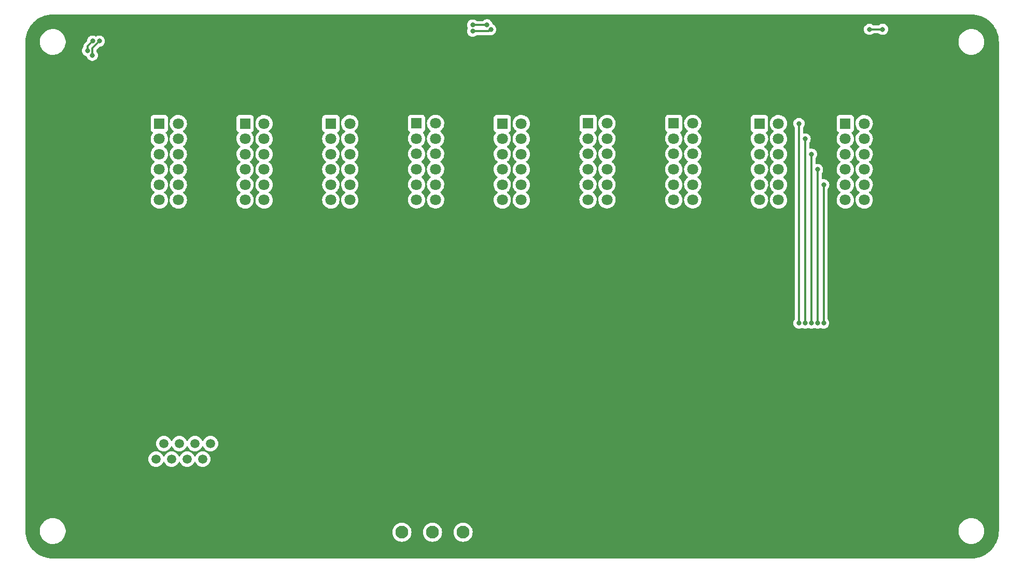
<source format=gbr>
%TF.GenerationSoftware,KiCad,Pcbnew,(6.0.10-0)*%
%TF.CreationDate,2023-01-04T14:52:53-08:00*%
%TF.ProjectId,rgbcct_module,72676263-6374-45f6-9d6f-64756c652e6b,1.0*%
%TF.SameCoordinates,Original*%
%TF.FileFunction,Copper,L2,Bot*%
%TF.FilePolarity,Positive*%
%FSLAX46Y46*%
G04 Gerber Fmt 4.6, Leading zero omitted, Abs format (unit mm)*
G04 Created by KiCad (PCBNEW (6.0.10-0)) date 2023-01-04 14:52:53*
%MOMM*%
%LPD*%
G01*
G04 APERTURE LIST*
%TA.AperFunction,ComponentPad*%
%ADD10C,2.100000*%
%TD*%
%TA.AperFunction,ComponentPad*%
%ADD11C,2.400000*%
%TD*%
%TA.AperFunction,ComponentPad*%
%ADD12C,4.500000*%
%TD*%
%TA.AperFunction,ComponentPad*%
%ADD13C,1.500000*%
%TD*%
%TA.AperFunction,ComponentPad*%
%ADD14C,1.800000*%
%TD*%
%TA.AperFunction,ComponentPad*%
%ADD15R,1.800000X1.800000*%
%TD*%
%TA.AperFunction,ViaPad*%
%ADD16C,0.800000*%
%TD*%
%TA.AperFunction,Conductor*%
%ADD17C,0.300000*%
%TD*%
G04 APERTURE END LIST*
D10*
%TO.P,J11,3,Pin_3*%
%TO.N,+24V*%
X141752390Y-131131816D03*
%TO.P,J11,2,Pin_2*%
X136752390Y-131131816D03*
%TO.P,J11,1,Pin_1*%
X131752390Y-131131816D03*
%TD*%
D11*
%TO.P,J10,12*%
%TO.N,GND*%
X103927390Y-128576816D03*
%TO.P,J10,11*%
X88177390Y-128576816D03*
D12*
%TO.P,J10,10*%
X90337390Y-125526816D03*
%TO.P,J10,9*%
X101767390Y-125526816D03*
D13*
%TO.P,J10,8*%
%TO.N,WWHITE_INPUT*%
X100497390Y-116636816D03*
%TO.P,J10,7*%
%TO.N,WHITE_INPUT*%
X99227390Y-119176816D03*
%TO.P,J10,6*%
%TO.N,BLUE_INPUT*%
X97957390Y-116636816D03*
%TO.P,J10,5*%
X96687390Y-119176816D03*
%TO.P,J10,4*%
%TO.N,GREEN_INPUT*%
X95417390Y-116636816D03*
%TO.P,J10,3*%
X94147390Y-119176816D03*
%TO.P,J10,2*%
%TO.N,RED_INPUT*%
X92877390Y-116636816D03*
%TO.P,J10,1*%
X91607390Y-119176816D03*
%TD*%
D14*
%TO.P,J1,12,Pin_12*%
%TO.N,Net-(F1-Pad1)*%
X95252390Y-76791816D03*
%TO.P,J1,11,Pin_11*%
X92152390Y-76791816D03*
%TO.P,J1,10,Pin_10*%
%TO.N,WWHITE_OUTPUT*%
X95252390Y-74291816D03*
%TO.P,J1,9,Pin_9*%
X92152390Y-74291816D03*
%TO.P,J1,8,Pin_8*%
%TO.N,WHITE_OUTPUT*%
X95252390Y-71791816D03*
%TO.P,J1,7,Pin_7*%
X92152390Y-71791816D03*
%TO.P,J1,6,Pin_6*%
%TO.N,BLUE_OUTPUT*%
X95252390Y-69291816D03*
%TO.P,J1,5,Pin_5*%
X92152390Y-69291816D03*
%TO.P,J1,4,Pin_4*%
%TO.N,GREEN_OUTPUT*%
X95252390Y-66791816D03*
%TO.P,J1,3,Pin_3*%
X92152390Y-66791816D03*
%TO.P,J1,2,Pin_2*%
%TO.N,RED_OUTPUT*%
X95252390Y-64291816D03*
D15*
%TO.P,J1,1,Pin_1*%
X92152390Y-64291816D03*
%TD*%
D14*
%TO.P,J4,12,Pin_12*%
%TO.N,Net-(F4-Pad1)*%
X137252390Y-76766816D03*
%TO.P,J4,11,Pin_11*%
X134152390Y-76766816D03*
%TO.P,J4,10,Pin_10*%
%TO.N,WWHITE_OUTPUT*%
X137252390Y-74266816D03*
%TO.P,J4,9,Pin_9*%
X134152390Y-74266816D03*
%TO.P,J4,8,Pin_8*%
%TO.N,WHITE_OUTPUT*%
X137252390Y-71766816D03*
%TO.P,J4,7,Pin_7*%
X134152390Y-71766816D03*
%TO.P,J4,6,Pin_6*%
%TO.N,BLUE_OUTPUT*%
X137252390Y-69266816D03*
%TO.P,J4,5,Pin_5*%
X134152390Y-69266816D03*
%TO.P,J4,4,Pin_4*%
%TO.N,GREEN_OUTPUT*%
X137252390Y-66766816D03*
%TO.P,J4,3,Pin_3*%
X134152390Y-66766816D03*
%TO.P,J4,2,Pin_2*%
%TO.N,RED_OUTPUT*%
X137252390Y-64266816D03*
D15*
%TO.P,J4,1,Pin_1*%
X134152390Y-64266816D03*
%TD*%
D14*
%TO.P,J6,12,Pin_12*%
%TO.N,Net-(F6-Pad1)*%
X165252390Y-76766816D03*
%TO.P,J6,11,Pin_11*%
X162152390Y-76766816D03*
%TO.P,J6,10,Pin_10*%
%TO.N,WWHITE_OUTPUT*%
X165252390Y-74266816D03*
%TO.P,J6,9,Pin_9*%
X162152390Y-74266816D03*
%TO.P,J6,8,Pin_8*%
%TO.N,WHITE_OUTPUT*%
X165252390Y-71766816D03*
%TO.P,J6,7,Pin_7*%
X162152390Y-71766816D03*
%TO.P,J6,6,Pin_6*%
%TO.N,BLUE_OUTPUT*%
X165252390Y-69266816D03*
%TO.P,J6,5,Pin_5*%
X162152390Y-69266816D03*
%TO.P,J6,4,Pin_4*%
%TO.N,GREEN_OUTPUT*%
X165252390Y-66766816D03*
%TO.P,J6,3,Pin_3*%
X162152390Y-66766816D03*
%TO.P,J6,2,Pin_2*%
%TO.N,RED_OUTPUT*%
X165252390Y-64266816D03*
D15*
%TO.P,J6,1,Pin_1*%
X162152390Y-64266816D03*
%TD*%
D14*
%TO.P,J9,12,Pin_12*%
%TO.N,Net-(F9-Pad1)*%
X207252390Y-76791816D03*
%TO.P,J9,11,Pin_11*%
X204152390Y-76791816D03*
%TO.P,J9,10,Pin_10*%
%TO.N,WWHITE_OUTPUT*%
X207252390Y-74291816D03*
%TO.P,J9,9,Pin_9*%
X204152390Y-74291816D03*
%TO.P,J9,8,Pin_8*%
%TO.N,WHITE_OUTPUT*%
X207252390Y-71791816D03*
%TO.P,J9,7,Pin_7*%
X204152390Y-71791816D03*
%TO.P,J9,6,Pin_6*%
%TO.N,BLUE_OUTPUT*%
X207252390Y-69291816D03*
%TO.P,J9,5,Pin_5*%
X204152390Y-69291816D03*
%TO.P,J9,4,Pin_4*%
%TO.N,GREEN_OUTPUT*%
X207252390Y-66791816D03*
%TO.P,J9,3,Pin_3*%
X204152390Y-66791816D03*
%TO.P,J9,2,Pin_2*%
%TO.N,RED_OUTPUT*%
X207252390Y-64291816D03*
D15*
%TO.P,J9,1,Pin_1*%
X204152390Y-64291816D03*
%TD*%
D10*
%TO.P,J12,3,Pin_3*%
%TO.N,GND*%
X167752390Y-131131816D03*
%TO.P,J12,2,Pin_2*%
X162752390Y-131131816D03*
%TO.P,J12,1,Pin_1*%
X157752390Y-131131816D03*
%TD*%
D14*
%TO.P,J2,12,Pin_12*%
%TO.N,Net-(F2-Pad1)*%
X109252390Y-76791816D03*
%TO.P,J2,11,Pin_11*%
X106152390Y-76791816D03*
%TO.P,J2,10,Pin_10*%
%TO.N,WWHITE_OUTPUT*%
X109252390Y-74291816D03*
%TO.P,J2,9,Pin_9*%
X106152390Y-74291816D03*
%TO.P,J2,8,Pin_8*%
%TO.N,WHITE_OUTPUT*%
X109252390Y-71791816D03*
%TO.P,J2,7,Pin_7*%
X106152390Y-71791816D03*
%TO.P,J2,6,Pin_6*%
%TO.N,BLUE_OUTPUT*%
X109252390Y-69291816D03*
%TO.P,J2,5,Pin_5*%
X106152390Y-69291816D03*
%TO.P,J2,4,Pin_4*%
%TO.N,GREEN_OUTPUT*%
X109252390Y-66791816D03*
%TO.P,J2,3,Pin_3*%
X106152390Y-66791816D03*
%TO.P,J2,2,Pin_2*%
%TO.N,RED_OUTPUT*%
X109252390Y-64291816D03*
D15*
%TO.P,J2,1,Pin_1*%
X106152390Y-64291816D03*
%TD*%
D14*
%TO.P,J3,12,Pin_12*%
%TO.N,Net-(F3-Pad1)*%
X123252390Y-76791816D03*
%TO.P,J3,11,Pin_11*%
X120152390Y-76791816D03*
%TO.P,J3,10,Pin_10*%
%TO.N,WWHITE_OUTPUT*%
X123252390Y-74291816D03*
%TO.P,J3,9,Pin_9*%
X120152390Y-74291816D03*
%TO.P,J3,8,Pin_8*%
%TO.N,WHITE_OUTPUT*%
X123252390Y-71791816D03*
%TO.P,J3,7,Pin_7*%
X120152390Y-71791816D03*
%TO.P,J3,6,Pin_6*%
%TO.N,BLUE_OUTPUT*%
X123252390Y-69291816D03*
%TO.P,J3,5,Pin_5*%
X120152390Y-69291816D03*
%TO.P,J3,4,Pin_4*%
%TO.N,GREEN_OUTPUT*%
X123252390Y-66791816D03*
%TO.P,J3,3,Pin_3*%
X120152390Y-66791816D03*
%TO.P,J3,2,Pin_2*%
%TO.N,RED_OUTPUT*%
X123252390Y-64291816D03*
D15*
%TO.P,J3,1,Pin_1*%
X120152390Y-64291816D03*
%TD*%
D14*
%TO.P,J7,12,Pin_12*%
%TO.N,Net-(F7-Pad1)*%
X179252390Y-76766816D03*
%TO.P,J7,11,Pin_11*%
X176152390Y-76766816D03*
%TO.P,J7,10,Pin_10*%
%TO.N,WWHITE_OUTPUT*%
X179252390Y-74266816D03*
%TO.P,J7,9,Pin_9*%
X176152390Y-74266816D03*
%TO.P,J7,8,Pin_8*%
%TO.N,WHITE_OUTPUT*%
X179252390Y-71766816D03*
%TO.P,J7,7,Pin_7*%
X176152390Y-71766816D03*
%TO.P,J7,6,Pin_6*%
%TO.N,BLUE_OUTPUT*%
X179252390Y-69266816D03*
%TO.P,J7,5,Pin_5*%
X176152390Y-69266816D03*
%TO.P,J7,4,Pin_4*%
%TO.N,GREEN_OUTPUT*%
X179252390Y-66766816D03*
%TO.P,J7,3,Pin_3*%
X176152390Y-66766816D03*
%TO.P,J7,2,Pin_2*%
%TO.N,RED_OUTPUT*%
X179252390Y-64266816D03*
D15*
%TO.P,J7,1,Pin_1*%
X176152390Y-64266816D03*
%TD*%
D14*
%TO.P,J8,12,Pin_12*%
%TO.N,Net-(F8-Pad1)*%
X193252390Y-76791816D03*
%TO.P,J8,11,Pin_11*%
X190152390Y-76791816D03*
%TO.P,J8,10,Pin_10*%
%TO.N,WWHITE_OUTPUT*%
X193252390Y-74291816D03*
%TO.P,J8,9,Pin_9*%
X190152390Y-74291816D03*
%TO.P,J8,8,Pin_8*%
%TO.N,WHITE_OUTPUT*%
X193252390Y-71791816D03*
%TO.P,J8,7,Pin_7*%
X190152390Y-71791816D03*
%TO.P,J8,6,Pin_6*%
%TO.N,BLUE_OUTPUT*%
X193252390Y-69291816D03*
%TO.P,J8,5,Pin_5*%
X190152390Y-69291816D03*
%TO.P,J8,4,Pin_4*%
%TO.N,GREEN_OUTPUT*%
X193252390Y-66791816D03*
%TO.P,J8,3,Pin_3*%
X190152390Y-66791816D03*
%TO.P,J8,2,Pin_2*%
%TO.N,RED_OUTPUT*%
X193252390Y-64291816D03*
D15*
%TO.P,J8,1,Pin_1*%
X190152390Y-64291816D03*
%TD*%
D14*
%TO.P,J5,12,Pin_12*%
%TO.N,Net-(F5-Pad1)*%
X151252390Y-76791816D03*
%TO.P,J5,11,Pin_11*%
X148152390Y-76791816D03*
%TO.P,J5,10,Pin_10*%
%TO.N,WWHITE_OUTPUT*%
X151252390Y-74291816D03*
%TO.P,J5,9,Pin_9*%
X148152390Y-74291816D03*
%TO.P,J5,8,Pin_8*%
%TO.N,WHITE_OUTPUT*%
X151252390Y-71791816D03*
%TO.P,J5,7,Pin_7*%
X148152390Y-71791816D03*
%TO.P,J5,6,Pin_6*%
%TO.N,BLUE_OUTPUT*%
X151252390Y-69291816D03*
%TO.P,J5,5,Pin_5*%
X148152390Y-69291816D03*
%TO.P,J5,4,Pin_4*%
%TO.N,GREEN_OUTPUT*%
X151252390Y-66791816D03*
%TO.P,J5,3,Pin_3*%
X148152390Y-66791816D03*
%TO.P,J5,2,Pin_2*%
%TO.N,RED_OUTPUT*%
X151252390Y-64291816D03*
D15*
%TO.P,J5,1,Pin_1*%
X148152390Y-64291816D03*
%TD*%
D16*
%TO.N,GND*%
X107552390Y-107831816D03*
X104852390Y-107831816D03*
X102452390Y-107831816D03*
X99752390Y-107831816D03*
X97352390Y-107831816D03*
X94752390Y-107831816D03*
X92352390Y-107831816D03*
X89652390Y-107831816D03*
X87252390Y-107831816D03*
X84552390Y-107831816D03*
X208252390Y-81431816D03*
X203252390Y-81431816D03*
X194252390Y-81431816D03*
X189252390Y-81431816D03*
X180252390Y-81431816D03*
X175252390Y-81431816D03*
X166252390Y-81431816D03*
X161252390Y-81431816D03*
X152252390Y-81431816D03*
X147252390Y-81431816D03*
X138252390Y-81431816D03*
X133252390Y-81431816D03*
X124252390Y-81431816D03*
X119252390Y-81431816D03*
X110252390Y-81431816D03*
X105252390Y-81431816D03*
X91252390Y-81431816D03*
X96252390Y-81431816D03*
%TO.N,RED_OUTPUT*%
X196602390Y-96931816D03*
X196602390Y-64291816D03*
%TO.N,GREEN_OUTPUT*%
X197602390Y-96931816D03*
X197602390Y-66806816D03*
%TO.N,BLUE_OUTPUT*%
X198627390Y-96931816D03*
X198642390Y-69291816D03*
%TO.N,WHITE_OUTPUT*%
X199627390Y-96931816D03*
X199617390Y-71791816D03*
%TO.N,WWHITE_OUTPUT*%
X200642390Y-74291816D03*
X200627390Y-96931816D03*
%TO.N,BLUE_INPUT*%
X145652390Y-48131816D03*
X80402390Y-52381816D03*
X143308413Y-48181316D03*
X81252390Y-50805316D03*
%TO.N,WHITE_INPUT*%
X82352390Y-50805316D03*
X146270108Y-48917580D03*
X143302080Y-49180798D03*
X208108413Y-48881316D03*
X81202390Y-53131816D03*
X210252390Y-48881816D03*
%TO.N,GND*%
X210402390Y-98006816D03*
X85102390Y-99431816D03*
X152902390Y-51556816D03*
X213152390Y-99406816D03*
X83852390Y-99431816D03*
X211852390Y-99406816D03*
X215652390Y-50131816D03*
X150377390Y-50131816D03*
X213127390Y-50131816D03*
X87652390Y-50131816D03*
X151652390Y-50131816D03*
X216902390Y-51556816D03*
X214402390Y-50131816D03*
X85127390Y-50131816D03*
X149127390Y-50131816D03*
X86402390Y-50131816D03*
X82577390Y-98006816D03*
X88902390Y-51556816D03*
X86352390Y-99431816D03*
X214402390Y-99406816D03*
%TD*%
D17*
%TO.N,RED_OUTPUT*%
X196602390Y-64291816D02*
X196602390Y-96531816D01*
%TO.N,GREEN_OUTPUT*%
X197602390Y-66806816D02*
X197602390Y-96531816D01*
%TO.N,BLUE_OUTPUT*%
X198627390Y-69306816D02*
X198642390Y-69291816D01*
X198627390Y-96531816D02*
X198627390Y-69306816D01*
%TO.N,WHITE_OUTPUT*%
X199627390Y-71801816D02*
X199617390Y-71791816D01*
X199627390Y-96531816D02*
X199627390Y-71801816D01*
%TO.N,WWHITE_OUTPUT*%
X200627390Y-96531816D02*
X200627390Y-74306816D01*
X200627390Y-74306816D02*
X200642390Y-74291816D01*
%TO.N,BLUE_INPUT*%
X145602890Y-48181316D02*
X145652390Y-48131816D01*
X80402390Y-51655316D02*
X81252390Y-50805316D01*
X80402390Y-52381816D02*
X80402390Y-51655316D01*
X143308413Y-48181316D02*
X145602890Y-48181316D01*
%TO.N,WHITE_INPUT*%
X146270108Y-48917580D02*
X146006890Y-49180798D01*
X208108413Y-48881316D02*
X210251890Y-48881316D01*
X146006890Y-49180798D02*
X143302080Y-49180798D01*
X81202390Y-53131816D02*
X81202390Y-51955316D01*
X81202390Y-51955316D02*
X82352390Y-50805316D01*
X210251890Y-48881316D02*
X210252390Y-48881816D01*
%TD*%
%TA.AperFunction,Conductor*%
%TO.N,GND*%
G36*
X224722409Y-46441816D02*
G01*
X224737242Y-46444126D01*
X224737246Y-46444126D01*
X224746115Y-46445507D01*
X224766574Y-46442832D01*
X224788399Y-46441888D01*
X225138356Y-46457167D01*
X225149304Y-46458125D01*
X225526889Y-46507834D01*
X225537698Y-46509741D01*
X225909505Y-46592167D01*
X225920122Y-46595012D01*
X226283331Y-46709531D01*
X226293645Y-46713284D01*
X226645514Y-46859033D01*
X226655458Y-46863671D01*
X226993233Y-47039505D01*
X226993258Y-47039518D01*
X227002778Y-47045014D01*
X227323972Y-47249638D01*
X227332976Y-47255943D01*
X227635105Y-47487775D01*
X227643525Y-47494840D01*
X227669199Y-47518366D01*
X227812952Y-47650090D01*
X227924305Y-47752126D01*
X227932072Y-47759893D01*
X228166482Y-48015707D01*
X228189358Y-48040672D01*
X228196415Y-48049081D01*
X228231327Y-48094579D01*
X228428266Y-48351236D01*
X228434570Y-48360240D01*
X228639183Y-48681418D01*
X228644679Y-48690938D01*
X228820531Y-49028748D01*
X228825174Y-49038703D01*
X228970912Y-49390547D01*
X228970916Y-49390556D01*
X228974672Y-49400877D01*
X229036334Y-49596446D01*
X229089188Y-49764080D01*
X229092033Y-49774697D01*
X229171103Y-50131361D01*
X229174459Y-50146500D01*
X229176367Y-50157317D01*
X229186828Y-50236780D01*
X229226076Y-50534900D01*
X229227034Y-50545849D01*
X229237906Y-50794865D01*
X229241989Y-50888396D01*
X229240608Y-50913278D01*
X229238699Y-50925538D01*
X229241162Y-50944370D01*
X229242826Y-50957097D01*
X229243890Y-50973435D01*
X229243890Y-130882447D01*
X229242390Y-130901832D01*
X229240080Y-130916665D01*
X229240080Y-130916669D01*
X229238699Y-130925538D01*
X229241374Y-130945998D01*
X229242318Y-130967820D01*
X229236946Y-131090852D01*
X229227037Y-131317777D01*
X229226079Y-131328726D01*
X229218395Y-131387094D01*
X229184627Y-131643586D01*
X229176370Y-131706300D01*
X229174461Y-131717126D01*
X229092033Y-132088927D01*
X229089188Y-132099544D01*
X228974673Y-132462736D01*
X228970914Y-132473065D01*
X228825170Y-132824919D01*
X228820524Y-132834882D01*
X228644677Y-133172678D01*
X228639181Y-133182197D01*
X228434560Y-133503386D01*
X228428255Y-133512390D01*
X228196428Y-133814511D01*
X228189363Y-133822932D01*
X227932066Y-134103721D01*
X227924293Y-134111493D01*
X227643526Y-134368767D01*
X227635106Y-134375833D01*
X227332966Y-134607673D01*
X227323961Y-134613977D01*
X227002778Y-134818592D01*
X226993259Y-134824089D01*
X226655453Y-134999938D01*
X226645491Y-135004583D01*
X226498948Y-135065283D01*
X226293641Y-135150323D01*
X226283326Y-135154076D01*
X225920120Y-135268595D01*
X225909504Y-135271440D01*
X225537696Y-135353866D01*
X225526888Y-135355772D01*
X225149304Y-135405481D01*
X225138355Y-135406439D01*
X224795709Y-135421399D01*
X224770827Y-135420018D01*
X224767542Y-135419506D01*
X224767536Y-135419506D01*
X224758667Y-135418125D01*
X224749765Y-135419289D01*
X224749763Y-135419289D01*
X224734714Y-135421257D01*
X224727105Y-135422252D01*
X224710770Y-135423316D01*
X74801758Y-135423316D01*
X74782373Y-135421816D01*
X74767540Y-135419506D01*
X74767536Y-135419506D01*
X74758667Y-135418125D01*
X74738208Y-135420800D01*
X74716384Y-135421744D01*
X74366426Y-135406464D01*
X74355477Y-135405506D01*
X73977904Y-135355797D01*
X73967078Y-135353888D01*
X73595274Y-135271460D01*
X73584657Y-135268615D01*
X73417837Y-135216017D01*
X73221451Y-135154096D01*
X73211137Y-135150343D01*
X72859275Y-135004597D01*
X72849327Y-134999958D01*
X72662001Y-134902442D01*
X72511519Y-134824105D01*
X72502001Y-134818610D01*
X72262150Y-134665809D01*
X72180806Y-134613987D01*
X72171805Y-134607684D01*
X71869676Y-134375852D01*
X71861256Y-134368787D01*
X71580476Y-134111500D01*
X71572703Y-134103727D01*
X71315417Y-133822948D01*
X71308352Y-133814528D01*
X71076520Y-133512399D01*
X71070215Y-133503395D01*
X70865593Y-133182205D01*
X70860097Y-133172686D01*
X70702245Y-132869457D01*
X70684244Y-132834878D01*
X70679602Y-132824923D01*
X70533858Y-132473065D01*
X70530103Y-132462747D01*
X70510054Y-132399158D01*
X70428758Y-132141324D01*
X70415586Y-132099548D01*
X70412741Y-132088931D01*
X70330313Y-131717127D01*
X70328404Y-131706301D01*
X70278695Y-131328728D01*
X70277737Y-131317779D01*
X70269617Y-131131816D01*
X70266678Y-131064519D01*
X72643133Y-131064519D01*
X72680658Y-131349550D01*
X72756519Y-131626852D01*
X72758203Y-131630800D01*
X72846146Y-131836977D01*
X72869313Y-131891292D01*
X72881083Y-131910958D01*
X72993952Y-132099548D01*
X73016951Y-132137977D01*
X73196703Y-132362344D01*
X73405241Y-132560239D01*
X73638707Y-132728002D01*
X73642502Y-132730011D01*
X73642503Y-132730012D01*
X73664259Y-132741531D01*
X73892782Y-132862528D01*
X74162763Y-132961327D01*
X74443654Y-133022571D01*
X74472231Y-133024820D01*
X74666672Y-133040123D01*
X74666681Y-133040123D01*
X74669129Y-133040316D01*
X74824661Y-133040316D01*
X74826797Y-133040170D01*
X74826808Y-133040170D01*
X75034938Y-133025981D01*
X75034944Y-133025980D01*
X75039215Y-133025689D01*
X75043410Y-133024820D01*
X75043412Y-133024820D01*
X75179973Y-132996540D01*
X75320732Y-132967390D01*
X75591733Y-132871423D01*
X75847202Y-132739566D01*
X75850703Y-132737105D01*
X75850707Y-132737103D01*
X76021984Y-132616727D01*
X76082413Y-132574257D01*
X76293012Y-132378556D01*
X76475103Y-132156084D01*
X76625317Y-131910958D01*
X76740873Y-131647714D01*
X76819634Y-131371222D01*
X76853706Y-131131816D01*
X130189071Y-131131816D01*
X130208318Y-131376373D01*
X130209472Y-131381180D01*
X130209473Y-131381186D01*
X130210892Y-131387095D01*
X130265585Y-131614908D01*
X130359463Y-131841548D01*
X130487638Y-132050712D01*
X130490853Y-132054476D01*
X130490855Y-132054479D01*
X130574514Y-132152430D01*
X130646957Y-132237249D01*
X130650713Y-132240457D01*
X130815825Y-132381477D01*
X130833494Y-132396568D01*
X130837717Y-132399156D01*
X130837720Y-132399158D01*
X130906905Y-132441554D01*
X131042658Y-132524743D01*
X131134395Y-132562742D01*
X131264725Y-132616727D01*
X131264727Y-132616728D01*
X131269298Y-132618621D01*
X131351953Y-132638465D01*
X131503020Y-132674733D01*
X131503026Y-132674734D01*
X131507833Y-132675888D01*
X131752390Y-132695135D01*
X131996947Y-132675888D01*
X132001754Y-132674734D01*
X132001760Y-132674733D01*
X132152827Y-132638465D01*
X132235482Y-132618621D01*
X132240053Y-132616728D01*
X132240055Y-132616727D01*
X132370385Y-132562742D01*
X132462122Y-132524743D01*
X132597875Y-132441554D01*
X132667060Y-132399158D01*
X132667063Y-132399156D01*
X132671286Y-132396568D01*
X132688956Y-132381477D01*
X132854067Y-132240457D01*
X132857823Y-132237249D01*
X132930266Y-132152430D01*
X133013925Y-132054479D01*
X133013927Y-132054476D01*
X133017142Y-132050712D01*
X133145317Y-131841548D01*
X133239195Y-131614908D01*
X133293888Y-131387095D01*
X133295307Y-131381186D01*
X133295308Y-131381180D01*
X133296462Y-131376373D01*
X133315709Y-131131816D01*
X135189071Y-131131816D01*
X135208318Y-131376373D01*
X135209472Y-131381180D01*
X135209473Y-131381186D01*
X135210892Y-131387095D01*
X135265585Y-131614908D01*
X135359463Y-131841548D01*
X135487638Y-132050712D01*
X135490853Y-132054476D01*
X135490855Y-132054479D01*
X135574514Y-132152430D01*
X135646957Y-132237249D01*
X135650713Y-132240457D01*
X135815825Y-132381477D01*
X135833494Y-132396568D01*
X135837717Y-132399156D01*
X135837720Y-132399158D01*
X135906905Y-132441554D01*
X136042658Y-132524743D01*
X136134395Y-132562742D01*
X136264725Y-132616727D01*
X136264727Y-132616728D01*
X136269298Y-132618621D01*
X136351953Y-132638465D01*
X136503020Y-132674733D01*
X136503026Y-132674734D01*
X136507833Y-132675888D01*
X136752390Y-132695135D01*
X136996947Y-132675888D01*
X137001754Y-132674734D01*
X137001760Y-132674733D01*
X137152827Y-132638465D01*
X137235482Y-132618621D01*
X137240053Y-132616728D01*
X137240055Y-132616727D01*
X137370385Y-132562742D01*
X137462122Y-132524743D01*
X137597875Y-132441554D01*
X137667060Y-132399158D01*
X137667063Y-132399156D01*
X137671286Y-132396568D01*
X137688956Y-132381477D01*
X137854067Y-132240457D01*
X137857823Y-132237249D01*
X137930266Y-132152430D01*
X138013925Y-132054479D01*
X138013927Y-132054476D01*
X138017142Y-132050712D01*
X138145317Y-131841548D01*
X138239195Y-131614908D01*
X138293888Y-131387095D01*
X138295307Y-131381186D01*
X138295308Y-131381180D01*
X138296462Y-131376373D01*
X138315709Y-131131816D01*
X140189071Y-131131816D01*
X140208318Y-131376373D01*
X140209472Y-131381180D01*
X140209473Y-131381186D01*
X140210892Y-131387095D01*
X140265585Y-131614908D01*
X140359463Y-131841548D01*
X140487638Y-132050712D01*
X140490853Y-132054476D01*
X140490855Y-132054479D01*
X140574514Y-132152430D01*
X140646957Y-132237249D01*
X140650713Y-132240457D01*
X140815825Y-132381477D01*
X140833494Y-132396568D01*
X140837717Y-132399156D01*
X140837720Y-132399158D01*
X140906905Y-132441554D01*
X141042658Y-132524743D01*
X141134395Y-132562742D01*
X141264725Y-132616727D01*
X141264727Y-132616728D01*
X141269298Y-132618621D01*
X141351953Y-132638465D01*
X141503020Y-132674733D01*
X141503026Y-132674734D01*
X141507833Y-132675888D01*
X141752390Y-132695135D01*
X141996947Y-132675888D01*
X142001754Y-132674734D01*
X142001760Y-132674733D01*
X142152827Y-132638465D01*
X142235482Y-132618621D01*
X142240053Y-132616728D01*
X142240055Y-132616727D01*
X142370385Y-132562742D01*
X142462122Y-132524743D01*
X142597875Y-132441554D01*
X142667060Y-132399158D01*
X142667063Y-132399156D01*
X142671286Y-132396568D01*
X142688956Y-132381477D01*
X142854067Y-132240457D01*
X142857823Y-132237249D01*
X142930266Y-132152430D01*
X143013925Y-132054479D01*
X143013927Y-132054476D01*
X143017142Y-132050712D01*
X143145317Y-131841548D01*
X143239195Y-131614908D01*
X143293888Y-131387095D01*
X143295307Y-131381186D01*
X143295308Y-131381180D01*
X143296462Y-131376373D01*
X143315709Y-131131816D01*
X143310413Y-131064519D01*
X222643133Y-131064519D01*
X222680658Y-131349550D01*
X222756519Y-131626852D01*
X222758203Y-131630800D01*
X222846146Y-131836977D01*
X222869313Y-131891292D01*
X222881083Y-131910958D01*
X222993952Y-132099548D01*
X223016951Y-132137977D01*
X223196703Y-132362344D01*
X223405241Y-132560239D01*
X223638707Y-132728002D01*
X223642502Y-132730011D01*
X223642503Y-132730012D01*
X223664259Y-132741531D01*
X223892782Y-132862528D01*
X224162763Y-132961327D01*
X224443654Y-133022571D01*
X224472231Y-133024820D01*
X224666672Y-133040123D01*
X224666681Y-133040123D01*
X224669129Y-133040316D01*
X224824661Y-133040316D01*
X224826797Y-133040170D01*
X224826808Y-133040170D01*
X225034938Y-133025981D01*
X225034944Y-133025980D01*
X225039215Y-133025689D01*
X225043410Y-133024820D01*
X225043412Y-133024820D01*
X225179973Y-132996540D01*
X225320732Y-132967390D01*
X225591733Y-132871423D01*
X225847202Y-132739566D01*
X225850703Y-132737105D01*
X225850707Y-132737103D01*
X226021984Y-132616727D01*
X226082413Y-132574257D01*
X226293012Y-132378556D01*
X226475103Y-132156084D01*
X226625317Y-131910958D01*
X226740873Y-131647714D01*
X226819634Y-131371222D01*
X226860141Y-131086600D01*
X226860235Y-131068767D01*
X226861625Y-130803399D01*
X226861625Y-130803392D01*
X226861647Y-130799113D01*
X226824122Y-130514082D01*
X226748261Y-130236780D01*
X226660121Y-130030139D01*
X226637153Y-129976292D01*
X226637151Y-129976288D01*
X226635467Y-129972340D01*
X226497297Y-129741475D01*
X226490033Y-129729337D01*
X226490030Y-129729333D01*
X226487829Y-129725655D01*
X226308077Y-129501288D01*
X226099539Y-129303393D01*
X225866073Y-129135630D01*
X225844233Y-129124066D01*
X225821044Y-129111788D01*
X225611998Y-129001104D01*
X225342017Y-128902305D01*
X225061126Y-128841061D01*
X225030075Y-128838617D01*
X224838108Y-128823509D01*
X224838099Y-128823509D01*
X224835651Y-128823316D01*
X224680119Y-128823316D01*
X224677983Y-128823462D01*
X224677972Y-128823462D01*
X224469842Y-128837651D01*
X224469836Y-128837652D01*
X224465565Y-128837943D01*
X224461370Y-128838812D01*
X224461368Y-128838812D01*
X224324807Y-128867092D01*
X224184048Y-128896242D01*
X223913047Y-128992209D01*
X223657578Y-129124066D01*
X223654077Y-129126527D01*
X223654073Y-129126529D01*
X223643984Y-129133620D01*
X223422367Y-129289375D01*
X223211768Y-129485076D01*
X223029677Y-129707548D01*
X222879463Y-129952674D01*
X222763907Y-130215918D01*
X222685146Y-130492410D01*
X222644639Y-130777032D01*
X222644617Y-130781321D01*
X222644616Y-130781328D01*
X222643600Y-130975295D01*
X222643133Y-131064519D01*
X143310413Y-131064519D01*
X143296462Y-130887259D01*
X143239195Y-130648724D01*
X143145317Y-130422084D01*
X143034300Y-130240919D01*
X143019732Y-130217146D01*
X143019730Y-130217143D01*
X143017142Y-130212920D01*
X142857823Y-130026383D01*
X142854067Y-130023175D01*
X142675053Y-129870281D01*
X142675050Y-129870279D01*
X142671286Y-129867064D01*
X142667063Y-129864476D01*
X142667060Y-129864474D01*
X142597875Y-129822078D01*
X142462122Y-129738889D01*
X142317423Y-129678952D01*
X142240055Y-129646905D01*
X142240053Y-129646904D01*
X142235482Y-129645011D01*
X142152827Y-129625167D01*
X142001760Y-129588899D01*
X142001754Y-129588898D01*
X141996947Y-129587744D01*
X141752390Y-129568497D01*
X141507833Y-129587744D01*
X141503026Y-129588898D01*
X141503020Y-129588899D01*
X141351953Y-129625167D01*
X141269298Y-129645011D01*
X141264727Y-129646904D01*
X141264725Y-129646905D01*
X141187357Y-129678952D01*
X141042658Y-129738889D01*
X140906905Y-129822078D01*
X140837720Y-129864474D01*
X140837717Y-129864476D01*
X140833494Y-129867064D01*
X140829730Y-129870279D01*
X140829727Y-129870281D01*
X140650713Y-130023175D01*
X140646957Y-130026383D01*
X140487638Y-130212920D01*
X140485050Y-130217143D01*
X140485048Y-130217146D01*
X140470480Y-130240919D01*
X140359463Y-130422084D01*
X140265585Y-130648724D01*
X140208318Y-130887259D01*
X140189071Y-131131816D01*
X138315709Y-131131816D01*
X138296462Y-130887259D01*
X138239195Y-130648724D01*
X138145317Y-130422084D01*
X138034300Y-130240919D01*
X138019732Y-130217146D01*
X138019730Y-130217143D01*
X138017142Y-130212920D01*
X137857823Y-130026383D01*
X137854067Y-130023175D01*
X137675053Y-129870281D01*
X137675050Y-129870279D01*
X137671286Y-129867064D01*
X137667063Y-129864476D01*
X137667060Y-129864474D01*
X137597875Y-129822078D01*
X137462122Y-129738889D01*
X137317423Y-129678952D01*
X137240055Y-129646905D01*
X137240053Y-129646904D01*
X137235482Y-129645011D01*
X137152827Y-129625167D01*
X137001760Y-129588899D01*
X137001754Y-129588898D01*
X136996947Y-129587744D01*
X136752390Y-129568497D01*
X136507833Y-129587744D01*
X136503026Y-129588898D01*
X136503020Y-129588899D01*
X136351953Y-129625167D01*
X136269298Y-129645011D01*
X136264727Y-129646904D01*
X136264725Y-129646905D01*
X136187357Y-129678952D01*
X136042658Y-129738889D01*
X135906905Y-129822078D01*
X135837720Y-129864474D01*
X135837717Y-129864476D01*
X135833494Y-129867064D01*
X135829730Y-129870279D01*
X135829727Y-129870281D01*
X135650713Y-130023175D01*
X135646957Y-130026383D01*
X135487638Y-130212920D01*
X135485050Y-130217143D01*
X135485048Y-130217146D01*
X135470480Y-130240919D01*
X135359463Y-130422084D01*
X135265585Y-130648724D01*
X135208318Y-130887259D01*
X135189071Y-131131816D01*
X133315709Y-131131816D01*
X133296462Y-130887259D01*
X133239195Y-130648724D01*
X133145317Y-130422084D01*
X133034300Y-130240919D01*
X133019732Y-130217146D01*
X133019730Y-130217143D01*
X133017142Y-130212920D01*
X132857823Y-130026383D01*
X132854067Y-130023175D01*
X132675053Y-129870281D01*
X132675050Y-129870279D01*
X132671286Y-129867064D01*
X132667063Y-129864476D01*
X132667060Y-129864474D01*
X132597875Y-129822078D01*
X132462122Y-129738889D01*
X132317423Y-129678952D01*
X132240055Y-129646905D01*
X132240053Y-129646904D01*
X132235482Y-129645011D01*
X132152827Y-129625167D01*
X132001760Y-129588899D01*
X132001754Y-129588898D01*
X131996947Y-129587744D01*
X131752390Y-129568497D01*
X131507833Y-129587744D01*
X131503026Y-129588898D01*
X131503020Y-129588899D01*
X131351953Y-129625167D01*
X131269298Y-129645011D01*
X131264727Y-129646904D01*
X131264725Y-129646905D01*
X131187357Y-129678952D01*
X131042658Y-129738889D01*
X130906905Y-129822078D01*
X130837720Y-129864474D01*
X130837717Y-129864476D01*
X130833494Y-129867064D01*
X130829730Y-129870279D01*
X130829727Y-129870281D01*
X130650713Y-130023175D01*
X130646957Y-130026383D01*
X130487638Y-130212920D01*
X130485050Y-130217143D01*
X130485048Y-130217146D01*
X130470480Y-130240919D01*
X130359463Y-130422084D01*
X130265585Y-130648724D01*
X130208318Y-130887259D01*
X130189071Y-131131816D01*
X76853706Y-131131816D01*
X76860141Y-131086600D01*
X76860235Y-131068767D01*
X76861625Y-130803399D01*
X76861625Y-130803392D01*
X76861647Y-130799113D01*
X76824122Y-130514082D01*
X76748261Y-130236780D01*
X76660121Y-130030139D01*
X76637153Y-129976292D01*
X76637151Y-129976288D01*
X76635467Y-129972340D01*
X76497297Y-129741475D01*
X76490033Y-129729337D01*
X76490030Y-129729333D01*
X76487829Y-129725655D01*
X76308077Y-129501288D01*
X76099539Y-129303393D01*
X75866073Y-129135630D01*
X75844233Y-129124066D01*
X75821044Y-129111788D01*
X75611998Y-129001104D01*
X75342017Y-128902305D01*
X75061126Y-128841061D01*
X75030075Y-128838617D01*
X74838108Y-128823509D01*
X74838099Y-128823509D01*
X74835651Y-128823316D01*
X74680119Y-128823316D01*
X74677983Y-128823462D01*
X74677972Y-128823462D01*
X74469842Y-128837651D01*
X74469836Y-128837652D01*
X74465565Y-128837943D01*
X74461370Y-128838812D01*
X74461368Y-128838812D01*
X74324807Y-128867092D01*
X74184048Y-128896242D01*
X73913047Y-128992209D01*
X73657578Y-129124066D01*
X73654077Y-129126527D01*
X73654073Y-129126529D01*
X73643984Y-129133620D01*
X73422367Y-129289375D01*
X73211768Y-129485076D01*
X73029677Y-129707548D01*
X72879463Y-129952674D01*
X72763907Y-130215918D01*
X72685146Y-130492410D01*
X72644639Y-130777032D01*
X72644617Y-130781321D01*
X72644616Y-130781328D01*
X72643600Y-130975295D01*
X72643133Y-131064519D01*
X70266678Y-131064519D01*
X70262782Y-130975291D01*
X70264163Y-130950407D01*
X70264700Y-130946962D01*
X70264700Y-130946958D01*
X70266081Y-130938090D01*
X70263620Y-130919266D01*
X70261954Y-130906531D01*
X70260890Y-130890193D01*
X70260890Y-119176816D01*
X90344083Y-119176816D01*
X90363275Y-119396187D01*
X90420270Y-119608892D01*
X90422595Y-119613877D01*
X90511008Y-119803482D01*
X90511011Y-119803487D01*
X90513334Y-119808469D01*
X90639641Y-119988854D01*
X90795352Y-120144565D01*
X90975736Y-120270872D01*
X91175314Y-120363936D01*
X91388019Y-120420931D01*
X91607390Y-120440123D01*
X91826761Y-120420931D01*
X92039466Y-120363936D01*
X92239044Y-120270872D01*
X92419428Y-120144565D01*
X92575139Y-119988854D01*
X92701446Y-119808469D01*
X92703769Y-119803487D01*
X92703772Y-119803482D01*
X92763195Y-119676047D01*
X92810112Y-119622762D01*
X92878389Y-119603301D01*
X92946349Y-119623843D01*
X92991585Y-119676047D01*
X93051008Y-119803482D01*
X93051011Y-119803487D01*
X93053334Y-119808469D01*
X93179641Y-119988854D01*
X93335352Y-120144565D01*
X93515736Y-120270872D01*
X93715314Y-120363936D01*
X93928019Y-120420931D01*
X94147390Y-120440123D01*
X94366761Y-120420931D01*
X94579466Y-120363936D01*
X94779044Y-120270872D01*
X94959428Y-120144565D01*
X95115139Y-119988854D01*
X95241446Y-119808469D01*
X95243769Y-119803487D01*
X95243772Y-119803482D01*
X95303195Y-119676047D01*
X95350112Y-119622762D01*
X95418389Y-119603301D01*
X95486349Y-119623843D01*
X95531585Y-119676047D01*
X95591008Y-119803482D01*
X95591011Y-119803487D01*
X95593334Y-119808469D01*
X95719641Y-119988854D01*
X95875352Y-120144565D01*
X96055736Y-120270872D01*
X96255314Y-120363936D01*
X96468019Y-120420931D01*
X96687390Y-120440123D01*
X96906761Y-120420931D01*
X97119466Y-120363936D01*
X97319044Y-120270872D01*
X97499428Y-120144565D01*
X97655139Y-119988854D01*
X97781446Y-119808469D01*
X97783769Y-119803487D01*
X97783772Y-119803482D01*
X97843195Y-119676047D01*
X97890112Y-119622762D01*
X97958389Y-119603301D01*
X98026349Y-119623843D01*
X98071585Y-119676047D01*
X98131008Y-119803482D01*
X98131011Y-119803487D01*
X98133334Y-119808469D01*
X98259641Y-119988854D01*
X98415352Y-120144565D01*
X98595736Y-120270872D01*
X98795314Y-120363936D01*
X99008019Y-120420931D01*
X99227390Y-120440123D01*
X99446761Y-120420931D01*
X99659466Y-120363936D01*
X99859044Y-120270872D01*
X100039428Y-120144565D01*
X100195139Y-119988854D01*
X100321446Y-119808469D01*
X100323769Y-119803487D01*
X100323772Y-119803482D01*
X100412185Y-119613877D01*
X100414510Y-119608892D01*
X100471505Y-119396187D01*
X100490697Y-119176816D01*
X100471505Y-118957445D01*
X100414510Y-118744740D01*
X100370975Y-118651378D01*
X100323772Y-118550150D01*
X100323769Y-118550145D01*
X100321446Y-118545163D01*
X100195139Y-118364778D01*
X100039428Y-118209067D01*
X99859044Y-118082760D01*
X99659466Y-117989696D01*
X99446761Y-117932701D01*
X99227390Y-117913509D01*
X99008019Y-117932701D01*
X98795314Y-117989696D01*
X98701952Y-118033231D01*
X98600724Y-118080434D01*
X98600719Y-118080437D01*
X98595737Y-118082760D01*
X98591230Y-118085916D01*
X98591228Y-118085917D01*
X98419863Y-118205908D01*
X98419860Y-118205910D01*
X98415352Y-118209067D01*
X98259641Y-118364778D01*
X98133334Y-118545163D01*
X98131011Y-118550145D01*
X98131008Y-118550150D01*
X98071585Y-118677585D01*
X98024668Y-118730870D01*
X97956391Y-118750331D01*
X97888431Y-118729789D01*
X97843195Y-118677585D01*
X97783772Y-118550150D01*
X97783769Y-118550145D01*
X97781446Y-118545163D01*
X97655139Y-118364778D01*
X97499428Y-118209067D01*
X97319044Y-118082760D01*
X97119466Y-117989696D01*
X96906761Y-117932701D01*
X96687390Y-117913509D01*
X96468019Y-117932701D01*
X96255314Y-117989696D01*
X96161952Y-118033231D01*
X96060724Y-118080434D01*
X96060719Y-118080437D01*
X96055737Y-118082760D01*
X96051230Y-118085916D01*
X96051228Y-118085917D01*
X95879863Y-118205908D01*
X95879860Y-118205910D01*
X95875352Y-118209067D01*
X95719641Y-118364778D01*
X95593334Y-118545163D01*
X95591011Y-118550145D01*
X95591008Y-118550150D01*
X95531585Y-118677585D01*
X95484668Y-118730870D01*
X95416391Y-118750331D01*
X95348431Y-118729789D01*
X95303195Y-118677585D01*
X95243772Y-118550150D01*
X95243769Y-118550145D01*
X95241446Y-118545163D01*
X95115139Y-118364778D01*
X94959428Y-118209067D01*
X94779044Y-118082760D01*
X94579466Y-117989696D01*
X94366761Y-117932701D01*
X94147390Y-117913509D01*
X93928019Y-117932701D01*
X93715314Y-117989696D01*
X93621952Y-118033231D01*
X93520724Y-118080434D01*
X93520719Y-118080437D01*
X93515737Y-118082760D01*
X93511230Y-118085916D01*
X93511228Y-118085917D01*
X93339863Y-118205908D01*
X93339860Y-118205910D01*
X93335352Y-118209067D01*
X93179641Y-118364778D01*
X93053334Y-118545163D01*
X93051011Y-118550145D01*
X93051008Y-118550150D01*
X92991585Y-118677585D01*
X92944668Y-118730870D01*
X92876391Y-118750331D01*
X92808431Y-118729789D01*
X92763195Y-118677585D01*
X92703772Y-118550150D01*
X92703769Y-118550145D01*
X92701446Y-118545163D01*
X92575139Y-118364778D01*
X92419428Y-118209067D01*
X92239044Y-118082760D01*
X92039466Y-117989696D01*
X91826761Y-117932701D01*
X91607390Y-117913509D01*
X91388019Y-117932701D01*
X91175314Y-117989696D01*
X91081952Y-118033231D01*
X90980724Y-118080434D01*
X90980719Y-118080437D01*
X90975737Y-118082760D01*
X90971230Y-118085916D01*
X90971228Y-118085917D01*
X90799863Y-118205908D01*
X90799860Y-118205910D01*
X90795352Y-118209067D01*
X90639641Y-118364778D01*
X90513334Y-118545163D01*
X90511011Y-118550145D01*
X90511008Y-118550150D01*
X90463805Y-118651378D01*
X90420270Y-118744740D01*
X90363275Y-118957445D01*
X90344083Y-119176816D01*
X70260890Y-119176816D01*
X70260890Y-116636816D01*
X91614083Y-116636816D01*
X91633275Y-116856187D01*
X91690270Y-117068892D01*
X91692595Y-117073877D01*
X91781008Y-117263482D01*
X91781011Y-117263487D01*
X91783334Y-117268469D01*
X91909641Y-117448854D01*
X92065352Y-117604565D01*
X92245736Y-117730872D01*
X92445314Y-117823936D01*
X92658019Y-117880931D01*
X92877390Y-117900123D01*
X93096761Y-117880931D01*
X93309466Y-117823936D01*
X93509044Y-117730872D01*
X93689428Y-117604565D01*
X93845139Y-117448854D01*
X93971446Y-117268469D01*
X93973769Y-117263487D01*
X93973772Y-117263482D01*
X94033195Y-117136047D01*
X94080112Y-117082762D01*
X94148389Y-117063301D01*
X94216349Y-117083843D01*
X94261585Y-117136047D01*
X94321008Y-117263482D01*
X94321011Y-117263487D01*
X94323334Y-117268469D01*
X94449641Y-117448854D01*
X94605352Y-117604565D01*
X94785736Y-117730872D01*
X94985314Y-117823936D01*
X95198019Y-117880931D01*
X95417390Y-117900123D01*
X95636761Y-117880931D01*
X95849466Y-117823936D01*
X96049044Y-117730872D01*
X96229428Y-117604565D01*
X96385139Y-117448854D01*
X96511446Y-117268469D01*
X96513769Y-117263487D01*
X96513772Y-117263482D01*
X96573195Y-117136047D01*
X96620112Y-117082762D01*
X96688389Y-117063301D01*
X96756349Y-117083843D01*
X96801585Y-117136047D01*
X96861008Y-117263482D01*
X96861011Y-117263487D01*
X96863334Y-117268469D01*
X96989641Y-117448854D01*
X97145352Y-117604565D01*
X97325736Y-117730872D01*
X97525314Y-117823936D01*
X97738019Y-117880931D01*
X97957390Y-117900123D01*
X98176761Y-117880931D01*
X98389466Y-117823936D01*
X98589044Y-117730872D01*
X98769428Y-117604565D01*
X98925139Y-117448854D01*
X99051446Y-117268469D01*
X99053769Y-117263487D01*
X99053772Y-117263482D01*
X99113195Y-117136047D01*
X99160112Y-117082762D01*
X99228389Y-117063301D01*
X99296349Y-117083843D01*
X99341585Y-117136047D01*
X99401008Y-117263482D01*
X99401011Y-117263487D01*
X99403334Y-117268469D01*
X99529641Y-117448854D01*
X99685352Y-117604565D01*
X99865736Y-117730872D01*
X100065314Y-117823936D01*
X100278019Y-117880931D01*
X100497390Y-117900123D01*
X100716761Y-117880931D01*
X100929466Y-117823936D01*
X101129044Y-117730872D01*
X101309428Y-117604565D01*
X101465139Y-117448854D01*
X101591446Y-117268469D01*
X101593769Y-117263487D01*
X101593772Y-117263482D01*
X101682185Y-117073877D01*
X101684510Y-117068892D01*
X101741505Y-116856187D01*
X101760697Y-116636816D01*
X101741505Y-116417445D01*
X101684510Y-116204740D01*
X101640975Y-116111378D01*
X101593772Y-116010150D01*
X101593769Y-116010145D01*
X101591446Y-116005163D01*
X101465139Y-115824778D01*
X101309428Y-115669067D01*
X101129044Y-115542760D01*
X100929466Y-115449696D01*
X100716761Y-115392701D01*
X100497390Y-115373509D01*
X100278019Y-115392701D01*
X100065314Y-115449696D01*
X99971952Y-115493231D01*
X99870724Y-115540434D01*
X99870719Y-115540437D01*
X99865737Y-115542760D01*
X99861230Y-115545916D01*
X99861228Y-115545917D01*
X99689863Y-115665908D01*
X99689860Y-115665910D01*
X99685352Y-115669067D01*
X99529641Y-115824778D01*
X99403334Y-116005163D01*
X99401011Y-116010145D01*
X99401008Y-116010150D01*
X99341585Y-116137585D01*
X99294668Y-116190870D01*
X99226391Y-116210331D01*
X99158431Y-116189789D01*
X99113195Y-116137585D01*
X99053772Y-116010150D01*
X99053769Y-116010145D01*
X99051446Y-116005163D01*
X98925139Y-115824778D01*
X98769428Y-115669067D01*
X98589044Y-115542760D01*
X98389466Y-115449696D01*
X98176761Y-115392701D01*
X97957390Y-115373509D01*
X97738019Y-115392701D01*
X97525314Y-115449696D01*
X97431952Y-115493231D01*
X97330724Y-115540434D01*
X97330719Y-115540437D01*
X97325737Y-115542760D01*
X97321230Y-115545916D01*
X97321228Y-115545917D01*
X97149863Y-115665908D01*
X97149860Y-115665910D01*
X97145352Y-115669067D01*
X96989641Y-115824778D01*
X96863334Y-116005163D01*
X96861011Y-116010145D01*
X96861008Y-116010150D01*
X96801585Y-116137585D01*
X96754668Y-116190870D01*
X96686391Y-116210331D01*
X96618431Y-116189789D01*
X96573195Y-116137585D01*
X96513772Y-116010150D01*
X96513769Y-116010145D01*
X96511446Y-116005163D01*
X96385139Y-115824778D01*
X96229428Y-115669067D01*
X96049044Y-115542760D01*
X95849466Y-115449696D01*
X95636761Y-115392701D01*
X95417390Y-115373509D01*
X95198019Y-115392701D01*
X94985314Y-115449696D01*
X94891952Y-115493231D01*
X94790724Y-115540434D01*
X94790719Y-115540437D01*
X94785737Y-115542760D01*
X94781230Y-115545916D01*
X94781228Y-115545917D01*
X94609863Y-115665908D01*
X94609860Y-115665910D01*
X94605352Y-115669067D01*
X94449641Y-115824778D01*
X94323334Y-116005163D01*
X94321011Y-116010145D01*
X94321008Y-116010150D01*
X94261585Y-116137585D01*
X94214668Y-116190870D01*
X94146391Y-116210331D01*
X94078431Y-116189789D01*
X94033195Y-116137585D01*
X93973772Y-116010150D01*
X93973769Y-116010145D01*
X93971446Y-116005163D01*
X93845139Y-115824778D01*
X93689428Y-115669067D01*
X93509044Y-115542760D01*
X93309466Y-115449696D01*
X93096761Y-115392701D01*
X92877390Y-115373509D01*
X92658019Y-115392701D01*
X92445314Y-115449696D01*
X92351952Y-115493231D01*
X92250724Y-115540434D01*
X92250719Y-115540437D01*
X92245737Y-115542760D01*
X92241230Y-115545916D01*
X92241228Y-115545917D01*
X92069863Y-115665908D01*
X92069860Y-115665910D01*
X92065352Y-115669067D01*
X91909641Y-115824778D01*
X91783334Y-116005163D01*
X91781011Y-116010145D01*
X91781008Y-116010150D01*
X91733805Y-116111378D01*
X91690270Y-116204740D01*
X91633275Y-116417445D01*
X91614083Y-116636816D01*
X70260890Y-116636816D01*
X70260890Y-96931816D01*
X195688886Y-96931816D01*
X195708848Y-97121744D01*
X195767863Y-97303372D01*
X195863350Y-97468760D01*
X195991137Y-97610682D01*
X196089891Y-97682431D01*
X196102390Y-97691512D01*
X196145638Y-97722934D01*
X196151666Y-97725618D01*
X196151668Y-97725619D01*
X196153638Y-97726496D01*
X196320102Y-97800610D01*
X196413503Y-97820463D01*
X196500446Y-97838944D01*
X196500451Y-97838944D01*
X196506903Y-97840316D01*
X196697877Y-97840316D01*
X196704329Y-97838944D01*
X196704334Y-97838944D01*
X196791278Y-97820463D01*
X196884678Y-97800610D01*
X197051142Y-97726496D01*
X197121508Y-97717062D01*
X197153637Y-97726496D01*
X197320102Y-97800610D01*
X197413503Y-97820463D01*
X197500446Y-97838944D01*
X197500451Y-97838944D01*
X197506903Y-97840316D01*
X197697877Y-97840316D01*
X197704329Y-97838944D01*
X197704334Y-97838944D01*
X197791278Y-97820463D01*
X197884678Y-97800610D01*
X198059142Y-97722934D01*
X198059798Y-97724408D01*
X198120875Y-97709585D01*
X198170141Y-97724051D01*
X198170638Y-97722934D01*
X198345102Y-97800610D01*
X198438503Y-97820463D01*
X198525446Y-97838944D01*
X198525451Y-97838944D01*
X198531903Y-97840316D01*
X198722877Y-97840316D01*
X198729329Y-97838944D01*
X198729334Y-97838944D01*
X198816278Y-97820463D01*
X198909678Y-97800610D01*
X199076142Y-97726496D01*
X199146508Y-97717062D01*
X199178637Y-97726496D01*
X199345102Y-97800610D01*
X199438503Y-97820463D01*
X199525446Y-97838944D01*
X199525451Y-97838944D01*
X199531903Y-97840316D01*
X199722877Y-97840316D01*
X199729329Y-97838944D01*
X199729334Y-97838944D01*
X199816278Y-97820463D01*
X199909678Y-97800610D01*
X200076142Y-97726496D01*
X200146508Y-97717062D01*
X200178637Y-97726496D01*
X200345102Y-97800610D01*
X200438503Y-97820463D01*
X200525446Y-97838944D01*
X200525451Y-97838944D01*
X200531903Y-97840316D01*
X200722877Y-97840316D01*
X200729329Y-97838944D01*
X200729334Y-97838944D01*
X200816278Y-97820463D01*
X200909678Y-97800610D01*
X201076142Y-97726496D01*
X201078112Y-97725619D01*
X201078114Y-97725618D01*
X201084142Y-97722934D01*
X201127391Y-97691512D01*
X201139889Y-97682431D01*
X201238643Y-97610682D01*
X201366430Y-97468760D01*
X201461917Y-97303372D01*
X201520932Y-97121744D01*
X201540894Y-96931816D01*
X201520932Y-96741888D01*
X201461917Y-96560260D01*
X201366430Y-96394872D01*
X201318254Y-96341367D01*
X201287536Y-96277360D01*
X201285890Y-96257057D01*
X201285890Y-76757285D01*
X202739485Y-76757285D01*
X202739782Y-76762438D01*
X202739782Y-76762441D01*
X202745457Y-76860857D01*
X202752817Y-76988513D01*
X202753954Y-76993559D01*
X202753955Y-76993565D01*
X202786131Y-77136339D01*
X202803736Y-77214458D01*
X202805678Y-77219240D01*
X202805679Y-77219244D01*
X202882511Y-77408457D01*
X202890874Y-77429053D01*
X203011891Y-77626535D01*
X203163537Y-77801600D01*
X203341739Y-77949546D01*
X203541712Y-78066400D01*
X203758084Y-78149025D01*
X203763150Y-78150056D01*
X203763151Y-78150056D01*
X203816236Y-78160856D01*
X203985046Y-78195201D01*
X204115714Y-78199992D01*
X204211339Y-78203499D01*
X204211343Y-78203499D01*
X204216503Y-78203688D01*
X204221623Y-78203032D01*
X204221625Y-78203032D01*
X204294660Y-78193676D01*
X204446237Y-78174258D01*
X204451185Y-78172773D01*
X204451192Y-78172772D01*
X204663137Y-78109185D01*
X204668080Y-78107702D01*
X204672714Y-78105432D01*
X204871439Y-78008078D01*
X204871442Y-78008076D01*
X204876074Y-78005807D01*
X205064633Y-77871310D01*
X205228693Y-77707821D01*
X205363848Y-77519733D01*
X205374129Y-77498932D01*
X205464174Y-77316738D01*
X205464175Y-77316736D01*
X205466468Y-77312096D01*
X205533798Y-77090487D01*
X205564030Y-76860857D01*
X205565717Y-76791816D01*
X205562878Y-76757285D01*
X205839485Y-76757285D01*
X205839782Y-76762438D01*
X205839782Y-76762441D01*
X205845457Y-76860857D01*
X205852817Y-76988513D01*
X205853954Y-76993559D01*
X205853955Y-76993565D01*
X205886131Y-77136339D01*
X205903736Y-77214458D01*
X205905678Y-77219240D01*
X205905679Y-77219244D01*
X205982511Y-77408457D01*
X205990874Y-77429053D01*
X206111891Y-77626535D01*
X206263537Y-77801600D01*
X206441739Y-77949546D01*
X206641712Y-78066400D01*
X206858084Y-78149025D01*
X206863150Y-78150056D01*
X206863151Y-78150056D01*
X206916236Y-78160856D01*
X207085046Y-78195201D01*
X207215714Y-78199992D01*
X207311339Y-78203499D01*
X207311343Y-78203499D01*
X207316503Y-78203688D01*
X207321623Y-78203032D01*
X207321625Y-78203032D01*
X207394660Y-78193676D01*
X207546237Y-78174258D01*
X207551185Y-78172773D01*
X207551192Y-78172772D01*
X207763137Y-78109185D01*
X207768080Y-78107702D01*
X207772714Y-78105432D01*
X207971439Y-78008078D01*
X207971442Y-78008076D01*
X207976074Y-78005807D01*
X208164633Y-77871310D01*
X208328693Y-77707821D01*
X208463848Y-77519733D01*
X208474129Y-77498932D01*
X208564174Y-77316738D01*
X208564175Y-77316736D01*
X208566468Y-77312096D01*
X208633798Y-77090487D01*
X208664030Y-76860857D01*
X208665717Y-76791816D01*
X208659422Y-76715250D01*
X208647163Y-76566134D01*
X208647162Y-76566128D01*
X208646739Y-76560983D01*
X208590315Y-76336349D01*
X208579445Y-76311349D01*
X208500020Y-76128684D01*
X208500018Y-76128681D01*
X208497960Y-76123947D01*
X208372154Y-75929481D01*
X208216277Y-75758174D01*
X208212226Y-75754975D01*
X208212222Y-75754971D01*
X208066080Y-75639556D01*
X208025017Y-75581639D01*
X208021785Y-75510716D01*
X208057410Y-75449305D01*
X208071003Y-75438095D01*
X208106052Y-75413095D01*
X208164633Y-75371310D01*
X208328693Y-75207821D01*
X208463848Y-75019733D01*
X208474129Y-74998932D01*
X208564174Y-74816738D01*
X208564175Y-74816736D01*
X208566468Y-74812096D01*
X208633798Y-74590487D01*
X208664030Y-74360857D01*
X208665717Y-74291816D01*
X208649586Y-74095610D01*
X208647163Y-74066134D01*
X208647162Y-74066128D01*
X208646739Y-74060983D01*
X208611392Y-73920260D01*
X208591574Y-73841360D01*
X208591573Y-73841356D01*
X208590315Y-73836349D01*
X208579445Y-73811349D01*
X208500020Y-73628684D01*
X208500018Y-73628681D01*
X208497960Y-73623947D01*
X208372154Y-73429481D01*
X208365029Y-73421650D01*
X208246683Y-73291590D01*
X208216277Y-73258174D01*
X208212226Y-73254975D01*
X208212222Y-73254971D01*
X208066080Y-73139556D01*
X208025017Y-73081639D01*
X208021785Y-73010716D01*
X208057410Y-72949305D01*
X208071003Y-72938095D01*
X208106052Y-72913095D01*
X208164633Y-72871310D01*
X208328693Y-72707821D01*
X208463848Y-72519733D01*
X208474129Y-72498932D01*
X208564174Y-72316738D01*
X208564175Y-72316736D01*
X208566468Y-72312096D01*
X208633798Y-72090487D01*
X208664030Y-71860857D01*
X208665717Y-71791816D01*
X208649586Y-71595610D01*
X208647163Y-71566134D01*
X208647162Y-71566128D01*
X208646739Y-71560983D01*
X208611392Y-71420260D01*
X208591574Y-71341360D01*
X208591573Y-71341356D01*
X208590315Y-71336349D01*
X208579445Y-71311349D01*
X208500020Y-71128684D01*
X208500018Y-71128681D01*
X208497960Y-71123947D01*
X208372154Y-70929481D01*
X208365029Y-70921650D01*
X208302483Y-70852913D01*
X208216277Y-70758174D01*
X208212226Y-70754975D01*
X208212222Y-70754971D01*
X208066080Y-70639556D01*
X208025017Y-70581639D01*
X208021785Y-70510716D01*
X208057410Y-70449305D01*
X208071003Y-70438095D01*
X208106052Y-70413095D01*
X208164633Y-70371310D01*
X208328693Y-70207821D01*
X208463848Y-70019733D01*
X208474129Y-69998932D01*
X208564174Y-69816738D01*
X208564175Y-69816736D01*
X208566468Y-69812096D01*
X208633798Y-69590487D01*
X208664030Y-69360857D01*
X208665717Y-69291816D01*
X208649586Y-69095610D01*
X208647163Y-69066134D01*
X208647162Y-69066128D01*
X208646739Y-69060983D01*
X208611392Y-68920260D01*
X208591574Y-68841360D01*
X208591573Y-68841356D01*
X208590315Y-68836349D01*
X208579445Y-68811349D01*
X208500020Y-68628684D01*
X208500018Y-68628681D01*
X208497960Y-68623947D01*
X208372154Y-68429481D01*
X208365029Y-68421650D01*
X208312153Y-68363541D01*
X208216277Y-68258174D01*
X208212226Y-68254975D01*
X208212222Y-68254971D01*
X208066080Y-68139556D01*
X208025017Y-68081639D01*
X208021785Y-68010716D01*
X208057410Y-67949305D01*
X208071003Y-67938095D01*
X208106052Y-67913095D01*
X208164633Y-67871310D01*
X208328693Y-67707821D01*
X208463848Y-67519733D01*
X208474129Y-67498932D01*
X208564174Y-67316738D01*
X208564175Y-67316736D01*
X208566468Y-67312096D01*
X208633798Y-67090487D01*
X208664030Y-66860857D01*
X208665190Y-66813381D01*
X208665635Y-66795181D01*
X208665635Y-66795177D01*
X208665717Y-66791816D01*
X208651875Y-66623451D01*
X208647163Y-66566134D01*
X208647162Y-66566128D01*
X208646739Y-66560983D01*
X208590315Y-66336349D01*
X208579445Y-66311349D01*
X208500020Y-66128684D01*
X208500018Y-66128681D01*
X208497960Y-66123947D01*
X208372154Y-65929481D01*
X208216277Y-65758174D01*
X208212226Y-65754975D01*
X208212222Y-65754971D01*
X208066080Y-65639556D01*
X208025017Y-65581639D01*
X208021785Y-65510716D01*
X208057410Y-65449305D01*
X208071003Y-65438095D01*
X208164633Y-65371310D01*
X208328693Y-65207821D01*
X208463848Y-65019733D01*
X208474129Y-64998932D01*
X208564174Y-64816738D01*
X208564175Y-64816736D01*
X208566468Y-64812096D01*
X208633798Y-64590487D01*
X208664030Y-64360857D01*
X208665717Y-64291816D01*
X208649586Y-64095610D01*
X208647163Y-64066134D01*
X208647162Y-64066128D01*
X208646739Y-64060983D01*
X208611392Y-63920260D01*
X208591574Y-63841360D01*
X208591573Y-63841356D01*
X208590315Y-63836349D01*
X208579445Y-63811349D01*
X208500020Y-63628684D01*
X208500018Y-63628681D01*
X208497960Y-63623947D01*
X208372154Y-63429481D01*
X208365029Y-63421650D01*
X208244650Y-63289356D01*
X208216277Y-63258174D01*
X208212226Y-63254975D01*
X208212222Y-63254971D01*
X208038567Y-63117827D01*
X208038562Y-63117824D01*
X208034513Y-63114626D01*
X208029997Y-63112133D01*
X208029994Y-63112131D01*
X207836269Y-63005189D01*
X207836265Y-63005187D01*
X207831745Y-63002692D01*
X207826876Y-63000968D01*
X207826872Y-63000966D01*
X207618293Y-62927104D01*
X207618289Y-62927103D01*
X207613418Y-62925378D01*
X207608325Y-62924471D01*
X207608322Y-62924470D01*
X207390485Y-62885667D01*
X207390479Y-62885666D01*
X207385396Y-62884761D01*
X207312486Y-62883870D01*
X207158971Y-62881995D01*
X207158969Y-62881995D01*
X207153801Y-62881932D01*
X206924854Y-62916966D01*
X206704704Y-62988922D01*
X206700116Y-62991310D01*
X206700112Y-62991312D01*
X206503851Y-63093479D01*
X206499262Y-63095868D01*
X206495129Y-63098971D01*
X206495126Y-63098973D01*
X206318180Y-63231828D01*
X206314045Y-63234933D01*
X206310473Y-63238671D01*
X206177920Y-63377380D01*
X206154029Y-63402380D01*
X206151115Y-63406652D01*
X206151114Y-63406653D01*
X206077738Y-63514218D01*
X206023509Y-63593715D01*
X205925992Y-63803797D01*
X205864097Y-64026985D01*
X205839485Y-64257285D01*
X205839782Y-64262438D01*
X205839782Y-64262441D01*
X205845457Y-64360857D01*
X205852817Y-64488513D01*
X205853954Y-64493559D01*
X205853955Y-64493565D01*
X205886131Y-64636339D01*
X205903736Y-64714458D01*
X205905678Y-64719240D01*
X205905679Y-64719244D01*
X205982511Y-64908457D01*
X205990874Y-64929053D01*
X206111891Y-65126535D01*
X206263537Y-65301600D01*
X206437115Y-65445707D01*
X206438852Y-65447149D01*
X206478487Y-65506051D01*
X206479985Y-65577032D01*
X206442871Y-65637555D01*
X206434020Y-65644853D01*
X206320654Y-65729971D01*
X206314045Y-65734933D01*
X206310473Y-65738671D01*
X206157913Y-65898316D01*
X206154029Y-65902380D01*
X206151115Y-65906652D01*
X206151114Y-65906653D01*
X206129716Y-65938022D01*
X206023509Y-66093715D01*
X205925992Y-66303797D01*
X205864097Y-66526985D01*
X205839485Y-66757285D01*
X205839782Y-66762438D01*
X205839782Y-66762441D01*
X205845457Y-66860857D01*
X205852817Y-66988513D01*
X205853954Y-66993559D01*
X205853955Y-66993565D01*
X205886131Y-67136339D01*
X205903736Y-67214458D01*
X205905678Y-67219240D01*
X205905679Y-67219244D01*
X205982511Y-67408457D01*
X205990874Y-67429053D01*
X206111891Y-67626535D01*
X206263537Y-67801600D01*
X206427946Y-67938095D01*
X206438852Y-67947149D01*
X206478487Y-68006051D01*
X206479985Y-68077032D01*
X206442871Y-68137555D01*
X206434020Y-68144853D01*
X206320654Y-68229971D01*
X206314045Y-68234933D01*
X206310473Y-68238671D01*
X206177920Y-68377380D01*
X206154029Y-68402380D01*
X206151115Y-68406652D01*
X206151114Y-68406653D01*
X206077738Y-68514218D01*
X206023509Y-68593715D01*
X205925992Y-68803797D01*
X205864097Y-69026985D01*
X205839485Y-69257285D01*
X205839782Y-69262438D01*
X205839782Y-69262441D01*
X205845457Y-69360857D01*
X205852817Y-69488513D01*
X205853954Y-69493559D01*
X205853955Y-69493565D01*
X205886131Y-69636339D01*
X205903736Y-69714458D01*
X205905678Y-69719240D01*
X205905679Y-69719244D01*
X205988930Y-69924266D01*
X205990874Y-69929053D01*
X206111891Y-70126535D01*
X206263537Y-70301600D01*
X206427946Y-70438095D01*
X206438852Y-70447149D01*
X206478487Y-70506051D01*
X206479985Y-70577032D01*
X206442871Y-70637555D01*
X206434020Y-70644853D01*
X206320654Y-70729971D01*
X206314045Y-70734933D01*
X206310473Y-70738671D01*
X206177920Y-70877380D01*
X206154029Y-70902380D01*
X206151115Y-70906652D01*
X206151114Y-70906653D01*
X206077738Y-71014218D01*
X206023509Y-71093715D01*
X205925992Y-71303797D01*
X205864097Y-71526985D01*
X205839485Y-71757285D01*
X205839782Y-71762438D01*
X205839782Y-71762441D01*
X205845457Y-71860857D01*
X205852817Y-71988513D01*
X205853954Y-71993559D01*
X205853955Y-71993565D01*
X205886131Y-72136339D01*
X205903736Y-72214458D01*
X205905678Y-72219240D01*
X205905679Y-72219244D01*
X205981961Y-72407103D01*
X205990874Y-72429053D01*
X206111891Y-72626535D01*
X206263537Y-72801600D01*
X206427946Y-72938095D01*
X206438852Y-72947149D01*
X206478487Y-73006051D01*
X206479985Y-73077032D01*
X206442871Y-73137555D01*
X206434020Y-73144853D01*
X206320654Y-73229971D01*
X206314045Y-73234933D01*
X206310473Y-73238671D01*
X206177920Y-73377380D01*
X206154029Y-73402380D01*
X206151115Y-73406652D01*
X206151114Y-73406653D01*
X206077738Y-73514218D01*
X206023509Y-73593715D01*
X205925992Y-73803797D01*
X205864097Y-74026985D01*
X205839485Y-74257285D01*
X205839782Y-74262438D01*
X205839782Y-74262441D01*
X205845457Y-74360857D01*
X205852817Y-74488513D01*
X205853954Y-74493559D01*
X205853955Y-74493565D01*
X205886131Y-74636339D01*
X205903736Y-74714458D01*
X205905678Y-74719240D01*
X205905679Y-74719244D01*
X205988930Y-74924266D01*
X205990874Y-74929053D01*
X206111891Y-75126535D01*
X206263537Y-75301600D01*
X206427946Y-75438095D01*
X206438852Y-75447149D01*
X206478487Y-75506051D01*
X206479985Y-75577032D01*
X206442871Y-75637555D01*
X206434020Y-75644853D01*
X206320654Y-75729971D01*
X206314045Y-75734933D01*
X206310473Y-75738671D01*
X206177920Y-75877380D01*
X206154029Y-75902380D01*
X206151115Y-75906652D01*
X206151114Y-75906653D01*
X206135542Y-75929481D01*
X206023509Y-76093715D01*
X205925992Y-76303797D01*
X205864097Y-76526985D01*
X205839485Y-76757285D01*
X205562878Y-76757285D01*
X205559422Y-76715250D01*
X205547163Y-76566134D01*
X205547162Y-76566128D01*
X205546739Y-76560983D01*
X205490315Y-76336349D01*
X205479445Y-76311349D01*
X205400020Y-76128684D01*
X205400018Y-76128681D01*
X205397960Y-76123947D01*
X205272154Y-75929481D01*
X205116277Y-75758174D01*
X205112226Y-75754975D01*
X205112222Y-75754971D01*
X204966080Y-75639556D01*
X204925017Y-75581639D01*
X204921785Y-75510716D01*
X204957410Y-75449305D01*
X204971003Y-75438095D01*
X205006052Y-75413095D01*
X205064633Y-75371310D01*
X205228693Y-75207821D01*
X205363848Y-75019733D01*
X205374129Y-74998932D01*
X205464174Y-74816738D01*
X205464175Y-74816736D01*
X205466468Y-74812096D01*
X205533798Y-74590487D01*
X205564030Y-74360857D01*
X205565717Y-74291816D01*
X205549586Y-74095610D01*
X205547163Y-74066134D01*
X205547162Y-74066128D01*
X205546739Y-74060983D01*
X205511392Y-73920260D01*
X205491574Y-73841360D01*
X205491573Y-73841356D01*
X205490315Y-73836349D01*
X205479445Y-73811349D01*
X205400020Y-73628684D01*
X205400018Y-73628681D01*
X205397960Y-73623947D01*
X205272154Y-73429481D01*
X205265029Y-73421650D01*
X205146683Y-73291590D01*
X205116277Y-73258174D01*
X205112226Y-73254975D01*
X205112222Y-73254971D01*
X204966080Y-73139556D01*
X204925017Y-73081639D01*
X204921785Y-73010716D01*
X204957410Y-72949305D01*
X204971003Y-72938095D01*
X205006052Y-72913095D01*
X205064633Y-72871310D01*
X205228693Y-72707821D01*
X205363848Y-72519733D01*
X205374129Y-72498932D01*
X205464174Y-72316738D01*
X205464175Y-72316736D01*
X205466468Y-72312096D01*
X205533798Y-72090487D01*
X205564030Y-71860857D01*
X205565717Y-71791816D01*
X205549586Y-71595610D01*
X205547163Y-71566134D01*
X205547162Y-71566128D01*
X205546739Y-71560983D01*
X205511392Y-71420260D01*
X205491574Y-71341360D01*
X205491573Y-71341356D01*
X205490315Y-71336349D01*
X205479445Y-71311349D01*
X205400020Y-71128684D01*
X205400018Y-71128681D01*
X205397960Y-71123947D01*
X205272154Y-70929481D01*
X205265029Y-70921650D01*
X205202483Y-70852913D01*
X205116277Y-70758174D01*
X205112226Y-70754975D01*
X205112222Y-70754971D01*
X204966080Y-70639556D01*
X204925017Y-70581639D01*
X204921785Y-70510716D01*
X204957410Y-70449305D01*
X204971003Y-70438095D01*
X205006052Y-70413095D01*
X205064633Y-70371310D01*
X205228693Y-70207821D01*
X205363848Y-70019733D01*
X205374129Y-69998932D01*
X205464174Y-69816738D01*
X205464175Y-69816736D01*
X205466468Y-69812096D01*
X205533798Y-69590487D01*
X205564030Y-69360857D01*
X205565717Y-69291816D01*
X205549586Y-69095610D01*
X205547163Y-69066134D01*
X205547162Y-69066128D01*
X205546739Y-69060983D01*
X205511392Y-68920260D01*
X205491574Y-68841360D01*
X205491573Y-68841356D01*
X205490315Y-68836349D01*
X205479445Y-68811349D01*
X205400020Y-68628684D01*
X205400018Y-68628681D01*
X205397960Y-68623947D01*
X205272154Y-68429481D01*
X205265029Y-68421650D01*
X205212153Y-68363541D01*
X205116277Y-68258174D01*
X205112226Y-68254975D01*
X205112222Y-68254971D01*
X204966080Y-68139556D01*
X204925017Y-68081639D01*
X204921785Y-68010716D01*
X204957410Y-67949305D01*
X204971003Y-67938095D01*
X205006052Y-67913095D01*
X205064633Y-67871310D01*
X205228693Y-67707821D01*
X205363848Y-67519733D01*
X205374129Y-67498932D01*
X205464174Y-67316738D01*
X205464175Y-67316736D01*
X205466468Y-67312096D01*
X205533798Y-67090487D01*
X205564030Y-66860857D01*
X205565190Y-66813381D01*
X205565635Y-66795181D01*
X205565635Y-66795177D01*
X205565717Y-66791816D01*
X205551875Y-66623451D01*
X205547163Y-66566134D01*
X205547162Y-66566128D01*
X205546739Y-66560983D01*
X205490315Y-66336349D01*
X205479445Y-66311349D01*
X205400020Y-66128684D01*
X205400018Y-66128681D01*
X205397960Y-66123947D01*
X205272154Y-65929481D01*
X205209376Y-65860488D01*
X205178326Y-65796645D01*
X205186721Y-65726146D01*
X205231897Y-65671378D01*
X205258342Y-65657709D01*
X205290685Y-65645584D01*
X205290686Y-65645583D01*
X205299095Y-65642431D01*
X205415651Y-65555077D01*
X205503005Y-65438521D01*
X205554135Y-65302132D01*
X205560890Y-65239950D01*
X205560890Y-63343682D01*
X205554135Y-63281500D01*
X205503005Y-63145111D01*
X205415651Y-63028555D01*
X205299095Y-62941201D01*
X205162706Y-62890071D01*
X205100524Y-62883316D01*
X203204256Y-62883316D01*
X203142074Y-62890071D01*
X203005685Y-62941201D01*
X202889129Y-63028555D01*
X202801775Y-63145111D01*
X202750645Y-63281500D01*
X202743890Y-63343682D01*
X202743890Y-65239950D01*
X202750645Y-65302132D01*
X202801775Y-65438521D01*
X202889129Y-65555077D01*
X203005685Y-65642431D01*
X203014093Y-65645583D01*
X203045412Y-65657324D01*
X203102176Y-65699966D01*
X203126876Y-65766527D01*
X203111669Y-65835876D01*
X203092276Y-65862357D01*
X203057913Y-65898316D01*
X203054029Y-65902380D01*
X203051115Y-65906652D01*
X203051114Y-65906653D01*
X203029716Y-65938022D01*
X202923509Y-66093715D01*
X202825992Y-66303797D01*
X202764097Y-66526985D01*
X202739485Y-66757285D01*
X202739782Y-66762438D01*
X202739782Y-66762441D01*
X202745457Y-66860857D01*
X202752817Y-66988513D01*
X202753954Y-66993559D01*
X202753955Y-66993565D01*
X202786131Y-67136339D01*
X202803736Y-67214458D01*
X202805678Y-67219240D01*
X202805679Y-67219244D01*
X202882511Y-67408457D01*
X202890874Y-67429053D01*
X203011891Y-67626535D01*
X203163537Y-67801600D01*
X203327946Y-67938095D01*
X203338852Y-67947149D01*
X203378487Y-68006051D01*
X203379985Y-68077032D01*
X203342871Y-68137555D01*
X203334020Y-68144853D01*
X203220654Y-68229971D01*
X203214045Y-68234933D01*
X203210473Y-68238671D01*
X203077920Y-68377380D01*
X203054029Y-68402380D01*
X203051115Y-68406652D01*
X203051114Y-68406653D01*
X202977738Y-68514218D01*
X202923509Y-68593715D01*
X202825992Y-68803797D01*
X202764097Y-69026985D01*
X202739485Y-69257285D01*
X202739782Y-69262438D01*
X202739782Y-69262441D01*
X202745457Y-69360857D01*
X202752817Y-69488513D01*
X202753954Y-69493559D01*
X202753955Y-69493565D01*
X202786131Y-69636339D01*
X202803736Y-69714458D01*
X202805678Y-69719240D01*
X202805679Y-69719244D01*
X202888930Y-69924266D01*
X202890874Y-69929053D01*
X203011891Y-70126535D01*
X203163537Y-70301600D01*
X203327946Y-70438095D01*
X203338852Y-70447149D01*
X203378487Y-70506051D01*
X203379985Y-70577032D01*
X203342871Y-70637555D01*
X203334020Y-70644853D01*
X203220654Y-70729971D01*
X203214045Y-70734933D01*
X203210473Y-70738671D01*
X203077920Y-70877380D01*
X203054029Y-70902380D01*
X203051115Y-70906652D01*
X203051114Y-70906653D01*
X202977738Y-71014218D01*
X202923509Y-71093715D01*
X202825992Y-71303797D01*
X202764097Y-71526985D01*
X202739485Y-71757285D01*
X202739782Y-71762438D01*
X202739782Y-71762441D01*
X202745457Y-71860857D01*
X202752817Y-71988513D01*
X202753954Y-71993559D01*
X202753955Y-71993565D01*
X202786131Y-72136339D01*
X202803736Y-72214458D01*
X202805678Y-72219240D01*
X202805679Y-72219244D01*
X202881961Y-72407103D01*
X202890874Y-72429053D01*
X203011891Y-72626535D01*
X203163537Y-72801600D01*
X203327946Y-72938095D01*
X203338852Y-72947149D01*
X203378487Y-73006051D01*
X203379985Y-73077032D01*
X203342871Y-73137555D01*
X203334020Y-73144853D01*
X203220654Y-73229971D01*
X203214045Y-73234933D01*
X203210473Y-73238671D01*
X203077920Y-73377380D01*
X203054029Y-73402380D01*
X203051115Y-73406652D01*
X203051114Y-73406653D01*
X202977738Y-73514218D01*
X202923509Y-73593715D01*
X202825992Y-73803797D01*
X202764097Y-74026985D01*
X202739485Y-74257285D01*
X202739782Y-74262438D01*
X202739782Y-74262441D01*
X202745457Y-74360857D01*
X202752817Y-74488513D01*
X202753954Y-74493559D01*
X202753955Y-74493565D01*
X202786131Y-74636339D01*
X202803736Y-74714458D01*
X202805678Y-74719240D01*
X202805679Y-74719244D01*
X202888930Y-74924266D01*
X202890874Y-74929053D01*
X203011891Y-75126535D01*
X203163537Y-75301600D01*
X203327946Y-75438095D01*
X203338852Y-75447149D01*
X203378487Y-75506051D01*
X203379985Y-75577032D01*
X203342871Y-75637555D01*
X203334020Y-75644853D01*
X203220654Y-75729971D01*
X203214045Y-75734933D01*
X203210473Y-75738671D01*
X203077920Y-75877380D01*
X203054029Y-75902380D01*
X203051115Y-75906652D01*
X203051114Y-75906653D01*
X203035542Y-75929481D01*
X202923509Y-76093715D01*
X202825992Y-76303797D01*
X202764097Y-76526985D01*
X202739485Y-76757285D01*
X201285890Y-76757285D01*
X201285890Y-74983234D01*
X201305892Y-74915113D01*
X201318254Y-74898924D01*
X201377011Y-74833668D01*
X201377012Y-74833667D01*
X201381430Y-74828760D01*
X201476917Y-74663372D01*
X201535932Y-74481744D01*
X201555894Y-74291816D01*
X201535932Y-74101888D01*
X201476917Y-73920260D01*
X201381430Y-73754872D01*
X201253643Y-73612950D01*
X201099142Y-73500698D01*
X201093114Y-73498014D01*
X201093112Y-73498013D01*
X200930709Y-73425707D01*
X200930708Y-73425707D01*
X200924678Y-73423022D01*
X200821280Y-73401044D01*
X200744334Y-73384688D01*
X200744329Y-73384688D01*
X200737877Y-73383316D01*
X200546903Y-73383316D01*
X200540450Y-73384688D01*
X200540437Y-73384689D01*
X200438087Y-73406445D01*
X200367297Y-73401044D01*
X200310664Y-73358227D01*
X200286170Y-73291590D01*
X200285890Y-73283199D01*
X200285890Y-72455469D01*
X200305892Y-72387348D01*
X200318248Y-72371166D01*
X200356430Y-72328760D01*
X200451917Y-72163372D01*
X200510932Y-71981744D01*
X200530894Y-71791816D01*
X200510932Y-71601888D01*
X200451917Y-71420260D01*
X200356430Y-71254872D01*
X200228643Y-71112950D01*
X200074142Y-71000698D01*
X200068114Y-70998014D01*
X200068112Y-70998013D01*
X199905709Y-70925707D01*
X199905708Y-70925707D01*
X199899678Y-70923022D01*
X199796690Y-70901131D01*
X199719334Y-70884688D01*
X199719329Y-70884688D01*
X199712877Y-70883316D01*
X199521903Y-70883316D01*
X199515450Y-70884688D01*
X199515437Y-70884689D01*
X199438087Y-70901131D01*
X199367297Y-70895730D01*
X199310664Y-70852913D01*
X199286170Y-70786276D01*
X199285890Y-70777885D01*
X199285890Y-69983234D01*
X199305892Y-69915113D01*
X199318254Y-69898924D01*
X199377011Y-69833668D01*
X199377012Y-69833667D01*
X199381430Y-69828760D01*
X199476917Y-69663372D01*
X199535932Y-69481744D01*
X199555894Y-69291816D01*
X199535932Y-69101888D01*
X199476917Y-68920260D01*
X199381430Y-68754872D01*
X199253643Y-68612950D01*
X199099142Y-68500698D01*
X199093114Y-68498014D01*
X199093112Y-68498013D01*
X198930709Y-68425707D01*
X198930708Y-68425707D01*
X198924678Y-68423022D01*
X198827566Y-68402380D01*
X198744334Y-68384688D01*
X198744329Y-68384688D01*
X198737877Y-68383316D01*
X198546903Y-68383316D01*
X198540450Y-68384688D01*
X198540437Y-68384689D01*
X198413087Y-68411759D01*
X198342297Y-68406358D01*
X198285664Y-68363541D01*
X198261170Y-68296904D01*
X198260890Y-68288513D01*
X198260890Y-67481575D01*
X198280892Y-67413454D01*
X198293254Y-67397265D01*
X198337011Y-67348668D01*
X198337012Y-67348667D01*
X198341430Y-67343760D01*
X198399704Y-67242826D01*
X198433613Y-67184095D01*
X198433614Y-67184094D01*
X198436917Y-67178372D01*
X198495932Y-66996744D01*
X198515894Y-66806816D01*
X198510149Y-66752152D01*
X198496622Y-66623451D01*
X198496622Y-66623449D01*
X198495932Y-66616888D01*
X198436917Y-66435260D01*
X198341430Y-66269872D01*
X198213643Y-66127950D01*
X198059142Y-66015698D01*
X198053114Y-66013014D01*
X198053112Y-66013013D01*
X197890709Y-65940707D01*
X197890708Y-65940707D01*
X197884678Y-65938022D01*
X197791277Y-65918169D01*
X197704334Y-65899688D01*
X197704329Y-65899688D01*
X197697877Y-65898316D01*
X197506903Y-65898316D01*
X197500451Y-65899688D01*
X197500446Y-65899688D01*
X197413087Y-65918257D01*
X197342296Y-65912855D01*
X197285663Y-65870038D01*
X197261170Y-65803400D01*
X197260890Y-65795010D01*
X197260890Y-64966575D01*
X197280892Y-64898454D01*
X197293254Y-64882265D01*
X197337011Y-64833668D01*
X197337012Y-64833667D01*
X197341430Y-64828760D01*
X197436917Y-64663372D01*
X197495932Y-64481744D01*
X197515894Y-64291816D01*
X197495932Y-64101888D01*
X197436917Y-63920260D01*
X197341430Y-63754872D01*
X197213643Y-63612950D01*
X197059142Y-63500698D01*
X197053114Y-63498014D01*
X197053112Y-63498013D01*
X196890709Y-63425707D01*
X196890708Y-63425707D01*
X196884678Y-63423022D01*
X196787566Y-63402380D01*
X196704334Y-63384688D01*
X196704329Y-63384688D01*
X196697877Y-63383316D01*
X196506903Y-63383316D01*
X196500451Y-63384688D01*
X196500446Y-63384688D01*
X196417214Y-63402380D01*
X196320102Y-63423022D01*
X196314072Y-63425707D01*
X196314071Y-63425707D01*
X196151668Y-63498013D01*
X196151666Y-63498014D01*
X196145638Y-63500698D01*
X195991137Y-63612950D01*
X195863350Y-63754872D01*
X195767863Y-63920260D01*
X195708848Y-64101888D01*
X195688886Y-64291816D01*
X195708848Y-64481744D01*
X195767863Y-64663372D01*
X195863350Y-64828760D01*
X195867768Y-64833667D01*
X195867769Y-64833668D01*
X195911526Y-64882265D01*
X195942244Y-64946272D01*
X195943890Y-64966575D01*
X195943890Y-96257057D01*
X195923888Y-96325178D01*
X195911526Y-96341367D01*
X195863350Y-96394872D01*
X195767863Y-96560260D01*
X195708848Y-96741888D01*
X195688886Y-96931816D01*
X70260890Y-96931816D01*
X70260890Y-76757285D01*
X90739485Y-76757285D01*
X90739782Y-76762438D01*
X90739782Y-76762441D01*
X90745457Y-76860857D01*
X90752817Y-76988513D01*
X90753954Y-76993559D01*
X90753955Y-76993565D01*
X90786131Y-77136339D01*
X90803736Y-77214458D01*
X90805678Y-77219240D01*
X90805679Y-77219244D01*
X90882511Y-77408457D01*
X90890874Y-77429053D01*
X91011891Y-77626535D01*
X91163537Y-77801600D01*
X91341739Y-77949546D01*
X91541712Y-78066400D01*
X91758084Y-78149025D01*
X91763150Y-78150056D01*
X91763151Y-78150056D01*
X91816236Y-78160856D01*
X91985046Y-78195201D01*
X92115714Y-78199992D01*
X92211339Y-78203499D01*
X92211343Y-78203499D01*
X92216503Y-78203688D01*
X92221623Y-78203032D01*
X92221625Y-78203032D01*
X92294660Y-78193676D01*
X92446237Y-78174258D01*
X92451185Y-78172773D01*
X92451192Y-78172772D01*
X92663137Y-78109185D01*
X92668080Y-78107702D01*
X92672714Y-78105432D01*
X92871439Y-78008078D01*
X92871442Y-78008076D01*
X92876074Y-78005807D01*
X93064633Y-77871310D01*
X93228693Y-77707821D01*
X93363848Y-77519733D01*
X93374129Y-77498932D01*
X93464174Y-77316738D01*
X93464175Y-77316736D01*
X93466468Y-77312096D01*
X93533798Y-77090487D01*
X93564030Y-76860857D01*
X93565717Y-76791816D01*
X93562878Y-76757285D01*
X93839485Y-76757285D01*
X93839782Y-76762438D01*
X93839782Y-76762441D01*
X93845457Y-76860857D01*
X93852817Y-76988513D01*
X93853954Y-76993559D01*
X93853955Y-76993565D01*
X93886131Y-77136339D01*
X93903736Y-77214458D01*
X93905678Y-77219240D01*
X93905679Y-77219244D01*
X93982511Y-77408457D01*
X93990874Y-77429053D01*
X94111891Y-77626535D01*
X94263537Y-77801600D01*
X94441739Y-77949546D01*
X94641712Y-78066400D01*
X94858084Y-78149025D01*
X94863150Y-78150056D01*
X94863151Y-78150056D01*
X94916236Y-78160856D01*
X95085046Y-78195201D01*
X95215714Y-78199992D01*
X95311339Y-78203499D01*
X95311343Y-78203499D01*
X95316503Y-78203688D01*
X95321623Y-78203032D01*
X95321625Y-78203032D01*
X95394660Y-78193676D01*
X95546237Y-78174258D01*
X95551185Y-78172773D01*
X95551192Y-78172772D01*
X95763137Y-78109185D01*
X95768080Y-78107702D01*
X95772714Y-78105432D01*
X95971439Y-78008078D01*
X95971442Y-78008076D01*
X95976074Y-78005807D01*
X96164633Y-77871310D01*
X96328693Y-77707821D01*
X96463848Y-77519733D01*
X96474129Y-77498932D01*
X96564174Y-77316738D01*
X96564175Y-77316736D01*
X96566468Y-77312096D01*
X96633798Y-77090487D01*
X96664030Y-76860857D01*
X96665717Y-76791816D01*
X96662878Y-76757285D01*
X104739485Y-76757285D01*
X104739782Y-76762438D01*
X104739782Y-76762441D01*
X104745457Y-76860857D01*
X104752817Y-76988513D01*
X104753954Y-76993559D01*
X104753955Y-76993565D01*
X104786131Y-77136339D01*
X104803736Y-77214458D01*
X104805678Y-77219240D01*
X104805679Y-77219244D01*
X104882511Y-77408457D01*
X104890874Y-77429053D01*
X105011891Y-77626535D01*
X105163537Y-77801600D01*
X105341739Y-77949546D01*
X105541712Y-78066400D01*
X105758084Y-78149025D01*
X105763150Y-78150056D01*
X105763151Y-78150056D01*
X105816236Y-78160856D01*
X105985046Y-78195201D01*
X106115714Y-78199992D01*
X106211339Y-78203499D01*
X106211343Y-78203499D01*
X106216503Y-78203688D01*
X106221623Y-78203032D01*
X106221625Y-78203032D01*
X106294660Y-78193676D01*
X106446237Y-78174258D01*
X106451185Y-78172773D01*
X106451192Y-78172772D01*
X106663137Y-78109185D01*
X106668080Y-78107702D01*
X106672714Y-78105432D01*
X106871439Y-78008078D01*
X106871442Y-78008076D01*
X106876074Y-78005807D01*
X107064633Y-77871310D01*
X107228693Y-77707821D01*
X107363848Y-77519733D01*
X107374129Y-77498932D01*
X107464174Y-77316738D01*
X107464175Y-77316736D01*
X107466468Y-77312096D01*
X107533798Y-77090487D01*
X107564030Y-76860857D01*
X107565717Y-76791816D01*
X107562878Y-76757285D01*
X107839485Y-76757285D01*
X107839782Y-76762438D01*
X107839782Y-76762441D01*
X107845457Y-76860857D01*
X107852817Y-76988513D01*
X107853954Y-76993559D01*
X107853955Y-76993565D01*
X107886131Y-77136339D01*
X107903736Y-77214458D01*
X107905678Y-77219240D01*
X107905679Y-77219244D01*
X107982511Y-77408457D01*
X107990874Y-77429053D01*
X108111891Y-77626535D01*
X108263537Y-77801600D01*
X108441739Y-77949546D01*
X108641712Y-78066400D01*
X108858084Y-78149025D01*
X108863150Y-78150056D01*
X108863151Y-78150056D01*
X108916236Y-78160856D01*
X109085046Y-78195201D01*
X109215714Y-78199992D01*
X109311339Y-78203499D01*
X109311343Y-78203499D01*
X109316503Y-78203688D01*
X109321623Y-78203032D01*
X109321625Y-78203032D01*
X109394660Y-78193676D01*
X109546237Y-78174258D01*
X109551185Y-78172773D01*
X109551192Y-78172772D01*
X109763137Y-78109185D01*
X109768080Y-78107702D01*
X109772714Y-78105432D01*
X109971439Y-78008078D01*
X109971442Y-78008076D01*
X109976074Y-78005807D01*
X110164633Y-77871310D01*
X110328693Y-77707821D01*
X110463848Y-77519733D01*
X110474129Y-77498932D01*
X110564174Y-77316738D01*
X110564175Y-77316736D01*
X110566468Y-77312096D01*
X110633798Y-77090487D01*
X110664030Y-76860857D01*
X110665717Y-76791816D01*
X110662878Y-76757285D01*
X118739485Y-76757285D01*
X118739782Y-76762438D01*
X118739782Y-76762441D01*
X118745457Y-76860857D01*
X118752817Y-76988513D01*
X118753954Y-76993559D01*
X118753955Y-76993565D01*
X118786131Y-77136339D01*
X118803736Y-77214458D01*
X118805678Y-77219240D01*
X118805679Y-77219244D01*
X118882511Y-77408457D01*
X118890874Y-77429053D01*
X119011891Y-77626535D01*
X119163537Y-77801600D01*
X119341739Y-77949546D01*
X119541712Y-78066400D01*
X119758084Y-78149025D01*
X119763150Y-78150056D01*
X119763151Y-78150056D01*
X119816236Y-78160856D01*
X119985046Y-78195201D01*
X120115714Y-78199992D01*
X120211339Y-78203499D01*
X120211343Y-78203499D01*
X120216503Y-78203688D01*
X120221623Y-78203032D01*
X120221625Y-78203032D01*
X120294660Y-78193676D01*
X120446237Y-78174258D01*
X120451185Y-78172773D01*
X120451192Y-78172772D01*
X120663137Y-78109185D01*
X120668080Y-78107702D01*
X120672714Y-78105432D01*
X120871439Y-78008078D01*
X120871442Y-78008076D01*
X120876074Y-78005807D01*
X121064633Y-77871310D01*
X121228693Y-77707821D01*
X121363848Y-77519733D01*
X121374129Y-77498932D01*
X121464174Y-77316738D01*
X121464175Y-77316736D01*
X121466468Y-77312096D01*
X121533798Y-77090487D01*
X121564030Y-76860857D01*
X121565717Y-76791816D01*
X121562878Y-76757285D01*
X121839485Y-76757285D01*
X121839782Y-76762438D01*
X121839782Y-76762441D01*
X121845457Y-76860857D01*
X121852817Y-76988513D01*
X121853954Y-76993559D01*
X121853955Y-76993565D01*
X121886131Y-77136339D01*
X121903736Y-77214458D01*
X121905678Y-77219240D01*
X121905679Y-77219244D01*
X121982511Y-77408457D01*
X121990874Y-77429053D01*
X122111891Y-77626535D01*
X122263537Y-77801600D01*
X122441739Y-77949546D01*
X122641712Y-78066400D01*
X122858084Y-78149025D01*
X122863150Y-78150056D01*
X122863151Y-78150056D01*
X122916236Y-78160856D01*
X123085046Y-78195201D01*
X123215714Y-78199992D01*
X123311339Y-78203499D01*
X123311343Y-78203499D01*
X123316503Y-78203688D01*
X123321623Y-78203032D01*
X123321625Y-78203032D01*
X123394660Y-78193676D01*
X123546237Y-78174258D01*
X123551185Y-78172773D01*
X123551192Y-78172772D01*
X123763137Y-78109185D01*
X123768080Y-78107702D01*
X123772714Y-78105432D01*
X123971439Y-78008078D01*
X123971442Y-78008076D01*
X123976074Y-78005807D01*
X124164633Y-77871310D01*
X124328693Y-77707821D01*
X124463848Y-77519733D01*
X124474129Y-77498932D01*
X124564174Y-77316738D01*
X124564175Y-77316736D01*
X124566468Y-77312096D01*
X124633798Y-77090487D01*
X124664030Y-76860857D01*
X124665717Y-76791816D01*
X124660823Y-76732285D01*
X132739485Y-76732285D01*
X132739782Y-76737438D01*
X132739782Y-76737441D01*
X132745457Y-76835857D01*
X132752817Y-76963513D01*
X132753954Y-76968559D01*
X132753955Y-76968565D01*
X132786131Y-77111339D01*
X132803736Y-77189458D01*
X132805678Y-77194240D01*
X132805679Y-77194244D01*
X132853534Y-77312096D01*
X132890874Y-77404053D01*
X133011891Y-77601535D01*
X133163537Y-77776600D01*
X133341739Y-77924546D01*
X133541712Y-78041400D01*
X133758084Y-78124025D01*
X133763150Y-78125056D01*
X133763151Y-78125056D01*
X133816236Y-78135856D01*
X133985046Y-78170201D01*
X134113606Y-78174915D01*
X134211339Y-78178499D01*
X134211343Y-78178499D01*
X134216503Y-78178688D01*
X134221623Y-78178032D01*
X134221625Y-78178032D01*
X134294660Y-78168676D01*
X134446237Y-78149258D01*
X134451185Y-78147773D01*
X134451192Y-78147772D01*
X134663137Y-78084185D01*
X134668080Y-78082702D01*
X134701357Y-78066400D01*
X134871439Y-77983078D01*
X134871442Y-77983076D01*
X134876074Y-77980807D01*
X135064633Y-77846310D01*
X135228693Y-77682821D01*
X135363848Y-77494733D01*
X135394133Y-77433457D01*
X135464174Y-77291738D01*
X135464175Y-77291736D01*
X135466468Y-77287096D01*
X135533798Y-77065487D01*
X135564030Y-76835857D01*
X135565717Y-76766816D01*
X135562878Y-76732285D01*
X135839485Y-76732285D01*
X135839782Y-76737438D01*
X135839782Y-76737441D01*
X135845457Y-76835857D01*
X135852817Y-76963513D01*
X135853954Y-76968559D01*
X135853955Y-76968565D01*
X135886131Y-77111339D01*
X135903736Y-77189458D01*
X135905678Y-77194240D01*
X135905679Y-77194244D01*
X135953534Y-77312096D01*
X135990874Y-77404053D01*
X136111891Y-77601535D01*
X136263537Y-77776600D01*
X136441739Y-77924546D01*
X136641712Y-78041400D01*
X136858084Y-78124025D01*
X136863150Y-78125056D01*
X136863151Y-78125056D01*
X136916236Y-78135856D01*
X137085046Y-78170201D01*
X137213606Y-78174915D01*
X137311339Y-78178499D01*
X137311343Y-78178499D01*
X137316503Y-78178688D01*
X137321623Y-78178032D01*
X137321625Y-78178032D01*
X137394660Y-78168676D01*
X137546237Y-78149258D01*
X137551185Y-78147773D01*
X137551192Y-78147772D01*
X137763137Y-78084185D01*
X137768080Y-78082702D01*
X137801357Y-78066400D01*
X137971439Y-77983078D01*
X137971442Y-77983076D01*
X137976074Y-77980807D01*
X138164633Y-77846310D01*
X138328693Y-77682821D01*
X138463848Y-77494733D01*
X138494133Y-77433457D01*
X138564174Y-77291738D01*
X138564175Y-77291736D01*
X138566468Y-77287096D01*
X138633798Y-77065487D01*
X138664030Y-76835857D01*
X138665717Y-76766816D01*
X138664933Y-76757285D01*
X146739485Y-76757285D01*
X146739782Y-76762438D01*
X146739782Y-76762441D01*
X146745457Y-76860857D01*
X146752817Y-76988513D01*
X146753954Y-76993559D01*
X146753955Y-76993565D01*
X146786131Y-77136339D01*
X146803736Y-77214458D01*
X146805678Y-77219240D01*
X146805679Y-77219244D01*
X146882511Y-77408457D01*
X146890874Y-77429053D01*
X147011891Y-77626535D01*
X147163537Y-77801600D01*
X147341739Y-77949546D01*
X147541712Y-78066400D01*
X147758084Y-78149025D01*
X147763150Y-78150056D01*
X147763151Y-78150056D01*
X147816236Y-78160856D01*
X147985046Y-78195201D01*
X148115714Y-78199992D01*
X148211339Y-78203499D01*
X148211343Y-78203499D01*
X148216503Y-78203688D01*
X148221623Y-78203032D01*
X148221625Y-78203032D01*
X148294660Y-78193676D01*
X148446237Y-78174258D01*
X148451185Y-78172773D01*
X148451192Y-78172772D01*
X148663137Y-78109185D01*
X148668080Y-78107702D01*
X148672714Y-78105432D01*
X148871439Y-78008078D01*
X148871442Y-78008076D01*
X148876074Y-78005807D01*
X149064633Y-77871310D01*
X149228693Y-77707821D01*
X149363848Y-77519733D01*
X149374129Y-77498932D01*
X149464174Y-77316738D01*
X149464175Y-77316736D01*
X149466468Y-77312096D01*
X149533798Y-77090487D01*
X149564030Y-76860857D01*
X149565717Y-76791816D01*
X149562878Y-76757285D01*
X149839485Y-76757285D01*
X149839782Y-76762438D01*
X149839782Y-76762441D01*
X149845457Y-76860857D01*
X149852817Y-76988513D01*
X149853954Y-76993559D01*
X149853955Y-76993565D01*
X149886131Y-77136339D01*
X149903736Y-77214458D01*
X149905678Y-77219240D01*
X149905679Y-77219244D01*
X149982511Y-77408457D01*
X149990874Y-77429053D01*
X150111891Y-77626535D01*
X150263537Y-77801600D01*
X150441739Y-77949546D01*
X150641712Y-78066400D01*
X150858084Y-78149025D01*
X150863150Y-78150056D01*
X150863151Y-78150056D01*
X150916236Y-78160856D01*
X151085046Y-78195201D01*
X151215714Y-78199992D01*
X151311339Y-78203499D01*
X151311343Y-78203499D01*
X151316503Y-78203688D01*
X151321623Y-78203032D01*
X151321625Y-78203032D01*
X151394660Y-78193676D01*
X151546237Y-78174258D01*
X151551185Y-78172773D01*
X151551192Y-78172772D01*
X151763137Y-78109185D01*
X151768080Y-78107702D01*
X151772714Y-78105432D01*
X151971439Y-78008078D01*
X151971442Y-78008076D01*
X151976074Y-78005807D01*
X152164633Y-77871310D01*
X152328693Y-77707821D01*
X152463848Y-77519733D01*
X152474129Y-77498932D01*
X152564174Y-77316738D01*
X152564175Y-77316736D01*
X152566468Y-77312096D01*
X152633798Y-77090487D01*
X152664030Y-76860857D01*
X152665717Y-76791816D01*
X152660823Y-76732285D01*
X160739485Y-76732285D01*
X160739782Y-76737438D01*
X160739782Y-76737441D01*
X160745457Y-76835857D01*
X160752817Y-76963513D01*
X160753954Y-76968559D01*
X160753955Y-76968565D01*
X160786131Y-77111339D01*
X160803736Y-77189458D01*
X160805678Y-77194240D01*
X160805679Y-77194244D01*
X160853534Y-77312096D01*
X160890874Y-77404053D01*
X161011891Y-77601535D01*
X161163537Y-77776600D01*
X161341739Y-77924546D01*
X161541712Y-78041400D01*
X161758084Y-78124025D01*
X161763150Y-78125056D01*
X161763151Y-78125056D01*
X161816236Y-78135856D01*
X161985046Y-78170201D01*
X162113606Y-78174915D01*
X162211339Y-78178499D01*
X162211343Y-78178499D01*
X162216503Y-78178688D01*
X162221623Y-78178032D01*
X162221625Y-78178032D01*
X162294660Y-78168676D01*
X162446237Y-78149258D01*
X162451185Y-78147773D01*
X162451192Y-78147772D01*
X162663137Y-78084185D01*
X162668080Y-78082702D01*
X162701357Y-78066400D01*
X162871439Y-77983078D01*
X162871442Y-77983076D01*
X162876074Y-77980807D01*
X163064633Y-77846310D01*
X163228693Y-77682821D01*
X163363848Y-77494733D01*
X163394133Y-77433457D01*
X163464174Y-77291738D01*
X163464175Y-77291736D01*
X163466468Y-77287096D01*
X163533798Y-77065487D01*
X163564030Y-76835857D01*
X163565717Y-76766816D01*
X163562878Y-76732285D01*
X163839485Y-76732285D01*
X163839782Y-76737438D01*
X163839782Y-76737441D01*
X163845457Y-76835857D01*
X163852817Y-76963513D01*
X163853954Y-76968559D01*
X163853955Y-76968565D01*
X163886131Y-77111339D01*
X163903736Y-77189458D01*
X163905678Y-77194240D01*
X163905679Y-77194244D01*
X163953534Y-77312096D01*
X163990874Y-77404053D01*
X164111891Y-77601535D01*
X164263537Y-77776600D01*
X164441739Y-77924546D01*
X164641712Y-78041400D01*
X164858084Y-78124025D01*
X164863150Y-78125056D01*
X164863151Y-78125056D01*
X164916236Y-78135856D01*
X165085046Y-78170201D01*
X165213606Y-78174915D01*
X165311339Y-78178499D01*
X165311343Y-78178499D01*
X165316503Y-78178688D01*
X165321623Y-78178032D01*
X165321625Y-78178032D01*
X165394660Y-78168676D01*
X165546237Y-78149258D01*
X165551185Y-78147773D01*
X165551192Y-78147772D01*
X165763137Y-78084185D01*
X165768080Y-78082702D01*
X165801357Y-78066400D01*
X165971439Y-77983078D01*
X165971442Y-77983076D01*
X165976074Y-77980807D01*
X166164633Y-77846310D01*
X166328693Y-77682821D01*
X166463848Y-77494733D01*
X166494133Y-77433457D01*
X166564174Y-77291738D01*
X166564175Y-77291736D01*
X166566468Y-77287096D01*
X166633798Y-77065487D01*
X166664030Y-76835857D01*
X166665717Y-76766816D01*
X166662878Y-76732285D01*
X174739485Y-76732285D01*
X174739782Y-76737438D01*
X174739782Y-76737441D01*
X174745457Y-76835857D01*
X174752817Y-76963513D01*
X174753954Y-76968559D01*
X174753955Y-76968565D01*
X174786131Y-77111339D01*
X174803736Y-77189458D01*
X174805678Y-77194240D01*
X174805679Y-77194244D01*
X174853534Y-77312096D01*
X174890874Y-77404053D01*
X175011891Y-77601535D01*
X175163537Y-77776600D01*
X175341739Y-77924546D01*
X175541712Y-78041400D01*
X175758084Y-78124025D01*
X175763150Y-78125056D01*
X175763151Y-78125056D01*
X175816236Y-78135856D01*
X175985046Y-78170201D01*
X176113606Y-78174915D01*
X176211339Y-78178499D01*
X176211343Y-78178499D01*
X176216503Y-78178688D01*
X176221623Y-78178032D01*
X176221625Y-78178032D01*
X176294660Y-78168676D01*
X176446237Y-78149258D01*
X176451185Y-78147773D01*
X176451192Y-78147772D01*
X176663137Y-78084185D01*
X176668080Y-78082702D01*
X176701357Y-78066400D01*
X176871439Y-77983078D01*
X176871442Y-77983076D01*
X176876074Y-77980807D01*
X177064633Y-77846310D01*
X177228693Y-77682821D01*
X177363848Y-77494733D01*
X177394133Y-77433457D01*
X177464174Y-77291738D01*
X177464175Y-77291736D01*
X177466468Y-77287096D01*
X177533798Y-77065487D01*
X177564030Y-76835857D01*
X177565717Y-76766816D01*
X177562878Y-76732285D01*
X177839485Y-76732285D01*
X177839782Y-76737438D01*
X177839782Y-76737441D01*
X177845457Y-76835857D01*
X177852817Y-76963513D01*
X177853954Y-76968559D01*
X177853955Y-76968565D01*
X177886131Y-77111339D01*
X177903736Y-77189458D01*
X177905678Y-77194240D01*
X177905679Y-77194244D01*
X177953534Y-77312096D01*
X177990874Y-77404053D01*
X178111891Y-77601535D01*
X178263537Y-77776600D01*
X178441739Y-77924546D01*
X178641712Y-78041400D01*
X178858084Y-78124025D01*
X178863150Y-78125056D01*
X178863151Y-78125056D01*
X178916236Y-78135856D01*
X179085046Y-78170201D01*
X179213606Y-78174915D01*
X179311339Y-78178499D01*
X179311343Y-78178499D01*
X179316503Y-78178688D01*
X179321623Y-78178032D01*
X179321625Y-78178032D01*
X179394660Y-78168676D01*
X179546237Y-78149258D01*
X179551185Y-78147773D01*
X179551192Y-78147772D01*
X179763137Y-78084185D01*
X179768080Y-78082702D01*
X179801357Y-78066400D01*
X179971439Y-77983078D01*
X179971442Y-77983076D01*
X179976074Y-77980807D01*
X180164633Y-77846310D01*
X180328693Y-77682821D01*
X180463848Y-77494733D01*
X180494133Y-77433457D01*
X180564174Y-77291738D01*
X180564175Y-77291736D01*
X180566468Y-77287096D01*
X180633798Y-77065487D01*
X180664030Y-76835857D01*
X180665717Y-76766816D01*
X180664933Y-76757285D01*
X188739485Y-76757285D01*
X188739782Y-76762438D01*
X188739782Y-76762441D01*
X188745457Y-76860857D01*
X188752817Y-76988513D01*
X188753954Y-76993559D01*
X188753955Y-76993565D01*
X188786131Y-77136339D01*
X188803736Y-77214458D01*
X188805678Y-77219240D01*
X188805679Y-77219244D01*
X188882511Y-77408457D01*
X188890874Y-77429053D01*
X189011891Y-77626535D01*
X189163537Y-77801600D01*
X189341739Y-77949546D01*
X189541712Y-78066400D01*
X189758084Y-78149025D01*
X189763150Y-78150056D01*
X189763151Y-78150056D01*
X189816236Y-78160856D01*
X189985046Y-78195201D01*
X190115714Y-78199992D01*
X190211339Y-78203499D01*
X190211343Y-78203499D01*
X190216503Y-78203688D01*
X190221623Y-78203032D01*
X190221625Y-78203032D01*
X190294660Y-78193676D01*
X190446237Y-78174258D01*
X190451185Y-78172773D01*
X190451192Y-78172772D01*
X190663137Y-78109185D01*
X190668080Y-78107702D01*
X190672714Y-78105432D01*
X190871439Y-78008078D01*
X190871442Y-78008076D01*
X190876074Y-78005807D01*
X191064633Y-77871310D01*
X191228693Y-77707821D01*
X191363848Y-77519733D01*
X191374129Y-77498932D01*
X191464174Y-77316738D01*
X191464175Y-77316736D01*
X191466468Y-77312096D01*
X191533798Y-77090487D01*
X191564030Y-76860857D01*
X191565717Y-76791816D01*
X191562878Y-76757285D01*
X191839485Y-76757285D01*
X191839782Y-76762438D01*
X191839782Y-76762441D01*
X191845457Y-76860857D01*
X191852817Y-76988513D01*
X191853954Y-76993559D01*
X191853955Y-76993565D01*
X191886131Y-77136339D01*
X191903736Y-77214458D01*
X191905678Y-77219240D01*
X191905679Y-77219244D01*
X191982511Y-77408457D01*
X191990874Y-77429053D01*
X192111891Y-77626535D01*
X192263537Y-77801600D01*
X192441739Y-77949546D01*
X192641712Y-78066400D01*
X192858084Y-78149025D01*
X192863150Y-78150056D01*
X192863151Y-78150056D01*
X192916236Y-78160856D01*
X193085046Y-78195201D01*
X193215714Y-78199992D01*
X193311339Y-78203499D01*
X193311343Y-78203499D01*
X193316503Y-78203688D01*
X193321623Y-78203032D01*
X193321625Y-78203032D01*
X193394660Y-78193676D01*
X193546237Y-78174258D01*
X193551185Y-78172773D01*
X193551192Y-78172772D01*
X193763137Y-78109185D01*
X193768080Y-78107702D01*
X193772714Y-78105432D01*
X193971439Y-78008078D01*
X193971442Y-78008076D01*
X193976074Y-78005807D01*
X194164633Y-77871310D01*
X194328693Y-77707821D01*
X194463848Y-77519733D01*
X194474129Y-77498932D01*
X194564174Y-77316738D01*
X194564175Y-77316736D01*
X194566468Y-77312096D01*
X194633798Y-77090487D01*
X194664030Y-76860857D01*
X194665717Y-76791816D01*
X194659422Y-76715250D01*
X194647163Y-76566134D01*
X194647162Y-76566128D01*
X194646739Y-76560983D01*
X194590315Y-76336349D01*
X194579445Y-76311349D01*
X194500020Y-76128684D01*
X194500018Y-76128681D01*
X194497960Y-76123947D01*
X194372154Y-75929481D01*
X194216277Y-75758174D01*
X194212226Y-75754975D01*
X194212222Y-75754971D01*
X194066080Y-75639556D01*
X194025017Y-75581639D01*
X194021785Y-75510716D01*
X194057410Y-75449305D01*
X194071003Y-75438095D01*
X194106052Y-75413095D01*
X194164633Y-75371310D01*
X194328693Y-75207821D01*
X194463848Y-75019733D01*
X194474129Y-74998932D01*
X194564174Y-74816738D01*
X194564175Y-74816736D01*
X194566468Y-74812096D01*
X194633798Y-74590487D01*
X194664030Y-74360857D01*
X194665717Y-74291816D01*
X194649586Y-74095610D01*
X194647163Y-74066134D01*
X194647162Y-74066128D01*
X194646739Y-74060983D01*
X194611392Y-73920260D01*
X194591574Y-73841360D01*
X194591573Y-73841356D01*
X194590315Y-73836349D01*
X194579445Y-73811349D01*
X194500020Y-73628684D01*
X194500018Y-73628681D01*
X194497960Y-73623947D01*
X194372154Y-73429481D01*
X194365029Y-73421650D01*
X194246683Y-73291590D01*
X194216277Y-73258174D01*
X194212226Y-73254975D01*
X194212222Y-73254971D01*
X194066080Y-73139556D01*
X194025017Y-73081639D01*
X194021785Y-73010716D01*
X194057410Y-72949305D01*
X194071003Y-72938095D01*
X194106052Y-72913095D01*
X194164633Y-72871310D01*
X194328693Y-72707821D01*
X194463848Y-72519733D01*
X194474129Y-72498932D01*
X194564174Y-72316738D01*
X194564175Y-72316736D01*
X194566468Y-72312096D01*
X194633798Y-72090487D01*
X194664030Y-71860857D01*
X194665717Y-71791816D01*
X194649586Y-71595610D01*
X194647163Y-71566134D01*
X194647162Y-71566128D01*
X194646739Y-71560983D01*
X194611392Y-71420260D01*
X194591574Y-71341360D01*
X194591573Y-71341356D01*
X194590315Y-71336349D01*
X194579445Y-71311349D01*
X194500020Y-71128684D01*
X194500018Y-71128681D01*
X194497960Y-71123947D01*
X194372154Y-70929481D01*
X194365029Y-70921650D01*
X194302483Y-70852913D01*
X194216277Y-70758174D01*
X194212226Y-70754975D01*
X194212222Y-70754971D01*
X194066080Y-70639556D01*
X194025017Y-70581639D01*
X194021785Y-70510716D01*
X194057410Y-70449305D01*
X194071003Y-70438095D01*
X194106052Y-70413095D01*
X194164633Y-70371310D01*
X194328693Y-70207821D01*
X194463848Y-70019733D01*
X194474129Y-69998932D01*
X194564174Y-69816738D01*
X194564175Y-69816736D01*
X194566468Y-69812096D01*
X194633798Y-69590487D01*
X194664030Y-69360857D01*
X194665717Y-69291816D01*
X194649586Y-69095610D01*
X194647163Y-69066134D01*
X194647162Y-69066128D01*
X194646739Y-69060983D01*
X194611392Y-68920260D01*
X194591574Y-68841360D01*
X194591573Y-68841356D01*
X194590315Y-68836349D01*
X194579445Y-68811349D01*
X194500020Y-68628684D01*
X194500018Y-68628681D01*
X194497960Y-68623947D01*
X194372154Y-68429481D01*
X194365029Y-68421650D01*
X194312153Y-68363541D01*
X194216277Y-68258174D01*
X194212226Y-68254975D01*
X194212222Y-68254971D01*
X194066080Y-68139556D01*
X194025017Y-68081639D01*
X194021785Y-68010716D01*
X194057410Y-67949305D01*
X194071003Y-67938095D01*
X194106052Y-67913095D01*
X194164633Y-67871310D01*
X194328693Y-67707821D01*
X194463848Y-67519733D01*
X194474129Y-67498932D01*
X194564174Y-67316738D01*
X194564175Y-67316736D01*
X194566468Y-67312096D01*
X194633798Y-67090487D01*
X194664030Y-66860857D01*
X194665190Y-66813381D01*
X194665635Y-66795181D01*
X194665635Y-66795177D01*
X194665717Y-66791816D01*
X194651875Y-66623451D01*
X194647163Y-66566134D01*
X194647162Y-66566128D01*
X194646739Y-66560983D01*
X194590315Y-66336349D01*
X194579445Y-66311349D01*
X194500020Y-66128684D01*
X194500018Y-66128681D01*
X194497960Y-66123947D01*
X194372154Y-65929481D01*
X194216277Y-65758174D01*
X194212226Y-65754975D01*
X194212222Y-65754971D01*
X194066080Y-65639556D01*
X194025017Y-65581639D01*
X194021785Y-65510716D01*
X194057410Y-65449305D01*
X194071003Y-65438095D01*
X194164633Y-65371310D01*
X194328693Y-65207821D01*
X194463848Y-65019733D01*
X194474129Y-64998932D01*
X194564174Y-64816738D01*
X194564175Y-64816736D01*
X194566468Y-64812096D01*
X194633798Y-64590487D01*
X194664030Y-64360857D01*
X194665717Y-64291816D01*
X194649586Y-64095610D01*
X194647163Y-64066134D01*
X194647162Y-64066128D01*
X194646739Y-64060983D01*
X194611392Y-63920260D01*
X194591574Y-63841360D01*
X194591573Y-63841356D01*
X194590315Y-63836349D01*
X194579445Y-63811349D01*
X194500020Y-63628684D01*
X194500018Y-63628681D01*
X194497960Y-63623947D01*
X194372154Y-63429481D01*
X194365029Y-63421650D01*
X194244650Y-63289356D01*
X194216277Y-63258174D01*
X194212226Y-63254975D01*
X194212222Y-63254971D01*
X194038567Y-63117827D01*
X194038562Y-63117824D01*
X194034513Y-63114626D01*
X194029997Y-63112133D01*
X194029994Y-63112131D01*
X193836269Y-63005189D01*
X193836265Y-63005187D01*
X193831745Y-63002692D01*
X193826876Y-63000968D01*
X193826872Y-63000966D01*
X193618293Y-62927104D01*
X193618289Y-62927103D01*
X193613418Y-62925378D01*
X193608325Y-62924471D01*
X193608322Y-62924470D01*
X193390485Y-62885667D01*
X193390479Y-62885666D01*
X193385396Y-62884761D01*
X193312486Y-62883870D01*
X193158971Y-62881995D01*
X193158969Y-62881995D01*
X193153801Y-62881932D01*
X192924854Y-62916966D01*
X192704704Y-62988922D01*
X192700116Y-62991310D01*
X192700112Y-62991312D01*
X192503851Y-63093479D01*
X192499262Y-63095868D01*
X192495129Y-63098971D01*
X192495126Y-63098973D01*
X192318180Y-63231828D01*
X192314045Y-63234933D01*
X192310473Y-63238671D01*
X192177920Y-63377380D01*
X192154029Y-63402380D01*
X192151115Y-63406652D01*
X192151114Y-63406653D01*
X192077738Y-63514218D01*
X192023509Y-63593715D01*
X191925992Y-63803797D01*
X191864097Y-64026985D01*
X191839485Y-64257285D01*
X191839782Y-64262438D01*
X191839782Y-64262441D01*
X191845457Y-64360857D01*
X191852817Y-64488513D01*
X191853954Y-64493559D01*
X191853955Y-64493565D01*
X191886131Y-64636339D01*
X191903736Y-64714458D01*
X191905678Y-64719240D01*
X191905679Y-64719244D01*
X191982511Y-64908457D01*
X191990874Y-64929053D01*
X192111891Y-65126535D01*
X192263537Y-65301600D01*
X192437115Y-65445707D01*
X192438852Y-65447149D01*
X192478487Y-65506051D01*
X192479985Y-65577032D01*
X192442871Y-65637555D01*
X192434020Y-65644853D01*
X192320654Y-65729971D01*
X192314045Y-65734933D01*
X192310473Y-65738671D01*
X192157913Y-65898316D01*
X192154029Y-65902380D01*
X192151115Y-65906652D01*
X192151114Y-65906653D01*
X192129716Y-65938022D01*
X192023509Y-66093715D01*
X191925992Y-66303797D01*
X191864097Y-66526985D01*
X191839485Y-66757285D01*
X191839782Y-66762438D01*
X191839782Y-66762441D01*
X191845457Y-66860857D01*
X191852817Y-66988513D01*
X191853954Y-66993559D01*
X191853955Y-66993565D01*
X191886131Y-67136339D01*
X191903736Y-67214458D01*
X191905678Y-67219240D01*
X191905679Y-67219244D01*
X191982511Y-67408457D01*
X191990874Y-67429053D01*
X192111891Y-67626535D01*
X192263537Y-67801600D01*
X192427946Y-67938095D01*
X192438852Y-67947149D01*
X192478487Y-68006051D01*
X192479985Y-68077032D01*
X192442871Y-68137555D01*
X192434020Y-68144853D01*
X192320654Y-68229971D01*
X192314045Y-68234933D01*
X192310473Y-68238671D01*
X192177920Y-68377380D01*
X192154029Y-68402380D01*
X192151115Y-68406652D01*
X192151114Y-68406653D01*
X192077738Y-68514218D01*
X192023509Y-68593715D01*
X191925992Y-68803797D01*
X191864097Y-69026985D01*
X191839485Y-69257285D01*
X191839782Y-69262438D01*
X191839782Y-69262441D01*
X191845457Y-69360857D01*
X191852817Y-69488513D01*
X191853954Y-69493559D01*
X191853955Y-69493565D01*
X191886131Y-69636339D01*
X191903736Y-69714458D01*
X191905678Y-69719240D01*
X191905679Y-69719244D01*
X191988930Y-69924266D01*
X191990874Y-69929053D01*
X192111891Y-70126535D01*
X192263537Y-70301600D01*
X192427946Y-70438095D01*
X192438852Y-70447149D01*
X192478487Y-70506051D01*
X192479985Y-70577032D01*
X192442871Y-70637555D01*
X192434020Y-70644853D01*
X192320654Y-70729971D01*
X192314045Y-70734933D01*
X192310473Y-70738671D01*
X192177920Y-70877380D01*
X192154029Y-70902380D01*
X192151115Y-70906652D01*
X192151114Y-70906653D01*
X192077738Y-71014218D01*
X192023509Y-71093715D01*
X191925992Y-71303797D01*
X191864097Y-71526985D01*
X191839485Y-71757285D01*
X191839782Y-71762438D01*
X191839782Y-71762441D01*
X191845457Y-71860857D01*
X191852817Y-71988513D01*
X191853954Y-71993559D01*
X191853955Y-71993565D01*
X191886131Y-72136339D01*
X191903736Y-72214458D01*
X191905678Y-72219240D01*
X191905679Y-72219244D01*
X191981961Y-72407103D01*
X191990874Y-72429053D01*
X192111891Y-72626535D01*
X192263537Y-72801600D01*
X192427946Y-72938095D01*
X192438852Y-72947149D01*
X192478487Y-73006051D01*
X192479985Y-73077032D01*
X192442871Y-73137555D01*
X192434020Y-73144853D01*
X192320654Y-73229971D01*
X192314045Y-73234933D01*
X192310473Y-73238671D01*
X192177920Y-73377380D01*
X192154029Y-73402380D01*
X192151115Y-73406652D01*
X192151114Y-73406653D01*
X192077738Y-73514218D01*
X192023509Y-73593715D01*
X191925992Y-73803797D01*
X191864097Y-74026985D01*
X191839485Y-74257285D01*
X191839782Y-74262438D01*
X191839782Y-74262441D01*
X191845457Y-74360857D01*
X191852817Y-74488513D01*
X191853954Y-74493559D01*
X191853955Y-74493565D01*
X191886131Y-74636339D01*
X191903736Y-74714458D01*
X191905678Y-74719240D01*
X191905679Y-74719244D01*
X191988930Y-74924266D01*
X191990874Y-74929053D01*
X192111891Y-75126535D01*
X192263537Y-75301600D01*
X192427946Y-75438095D01*
X192438852Y-75447149D01*
X192478487Y-75506051D01*
X192479985Y-75577032D01*
X192442871Y-75637555D01*
X192434020Y-75644853D01*
X192320654Y-75729971D01*
X192314045Y-75734933D01*
X192310473Y-75738671D01*
X192177920Y-75877380D01*
X192154029Y-75902380D01*
X192151115Y-75906652D01*
X192151114Y-75906653D01*
X192135542Y-75929481D01*
X192023509Y-76093715D01*
X191925992Y-76303797D01*
X191864097Y-76526985D01*
X191839485Y-76757285D01*
X191562878Y-76757285D01*
X191559422Y-76715250D01*
X191547163Y-76566134D01*
X191547162Y-76566128D01*
X191546739Y-76560983D01*
X191490315Y-76336349D01*
X191479445Y-76311349D01*
X191400020Y-76128684D01*
X191400018Y-76128681D01*
X191397960Y-76123947D01*
X191272154Y-75929481D01*
X191116277Y-75758174D01*
X191112226Y-75754975D01*
X191112222Y-75754971D01*
X190966080Y-75639556D01*
X190925017Y-75581639D01*
X190921785Y-75510716D01*
X190957410Y-75449305D01*
X190971003Y-75438095D01*
X191006052Y-75413095D01*
X191064633Y-75371310D01*
X191228693Y-75207821D01*
X191363848Y-75019733D01*
X191374129Y-74998932D01*
X191464174Y-74816738D01*
X191464175Y-74816736D01*
X191466468Y-74812096D01*
X191533798Y-74590487D01*
X191564030Y-74360857D01*
X191565717Y-74291816D01*
X191549586Y-74095610D01*
X191547163Y-74066134D01*
X191547162Y-74066128D01*
X191546739Y-74060983D01*
X191511392Y-73920260D01*
X191491574Y-73841360D01*
X191491573Y-73841356D01*
X191490315Y-73836349D01*
X191479445Y-73811349D01*
X191400020Y-73628684D01*
X191400018Y-73628681D01*
X191397960Y-73623947D01*
X191272154Y-73429481D01*
X191265029Y-73421650D01*
X191146683Y-73291590D01*
X191116277Y-73258174D01*
X191112226Y-73254975D01*
X191112222Y-73254971D01*
X190966080Y-73139556D01*
X190925017Y-73081639D01*
X190921785Y-73010716D01*
X190957410Y-72949305D01*
X190971003Y-72938095D01*
X191006052Y-72913095D01*
X191064633Y-72871310D01*
X191228693Y-72707821D01*
X191363848Y-72519733D01*
X191374129Y-72498932D01*
X191464174Y-72316738D01*
X191464175Y-72316736D01*
X191466468Y-72312096D01*
X191533798Y-72090487D01*
X191564030Y-71860857D01*
X191565717Y-71791816D01*
X191549586Y-71595610D01*
X191547163Y-71566134D01*
X191547162Y-71566128D01*
X191546739Y-71560983D01*
X191511392Y-71420260D01*
X191491574Y-71341360D01*
X191491573Y-71341356D01*
X191490315Y-71336349D01*
X191479445Y-71311349D01*
X191400020Y-71128684D01*
X191400018Y-71128681D01*
X191397960Y-71123947D01*
X191272154Y-70929481D01*
X191265029Y-70921650D01*
X191202483Y-70852913D01*
X191116277Y-70758174D01*
X191112226Y-70754975D01*
X191112222Y-70754971D01*
X190966080Y-70639556D01*
X190925017Y-70581639D01*
X190921785Y-70510716D01*
X190957410Y-70449305D01*
X190971003Y-70438095D01*
X191006052Y-70413095D01*
X191064633Y-70371310D01*
X191228693Y-70207821D01*
X191363848Y-70019733D01*
X191374129Y-69998932D01*
X191464174Y-69816738D01*
X191464175Y-69816736D01*
X191466468Y-69812096D01*
X191533798Y-69590487D01*
X191564030Y-69360857D01*
X191565717Y-69291816D01*
X191549586Y-69095610D01*
X191547163Y-69066134D01*
X191547162Y-69066128D01*
X191546739Y-69060983D01*
X191511392Y-68920260D01*
X191491574Y-68841360D01*
X191491573Y-68841356D01*
X191490315Y-68836349D01*
X191479445Y-68811349D01*
X191400020Y-68628684D01*
X191400018Y-68628681D01*
X191397960Y-68623947D01*
X191272154Y-68429481D01*
X191265029Y-68421650D01*
X191212153Y-68363541D01*
X191116277Y-68258174D01*
X191112226Y-68254975D01*
X191112222Y-68254971D01*
X190966080Y-68139556D01*
X190925017Y-68081639D01*
X190921785Y-68010716D01*
X190957410Y-67949305D01*
X190971003Y-67938095D01*
X191006052Y-67913095D01*
X191064633Y-67871310D01*
X191228693Y-67707821D01*
X191363848Y-67519733D01*
X191374129Y-67498932D01*
X191464174Y-67316738D01*
X191464175Y-67316736D01*
X191466468Y-67312096D01*
X191533798Y-67090487D01*
X191564030Y-66860857D01*
X191565190Y-66813381D01*
X191565635Y-66795181D01*
X191565635Y-66795177D01*
X191565717Y-66791816D01*
X191551875Y-66623451D01*
X191547163Y-66566134D01*
X191547162Y-66566128D01*
X191546739Y-66560983D01*
X191490315Y-66336349D01*
X191479445Y-66311349D01*
X191400020Y-66128684D01*
X191400018Y-66128681D01*
X191397960Y-66123947D01*
X191272154Y-65929481D01*
X191209376Y-65860488D01*
X191178326Y-65796645D01*
X191186721Y-65726146D01*
X191231897Y-65671378D01*
X191258342Y-65657709D01*
X191290685Y-65645584D01*
X191290686Y-65645583D01*
X191299095Y-65642431D01*
X191415651Y-65555077D01*
X191503005Y-65438521D01*
X191554135Y-65302132D01*
X191560890Y-65239950D01*
X191560890Y-63343682D01*
X191554135Y-63281500D01*
X191503005Y-63145111D01*
X191415651Y-63028555D01*
X191299095Y-62941201D01*
X191162706Y-62890071D01*
X191100524Y-62883316D01*
X189204256Y-62883316D01*
X189142074Y-62890071D01*
X189005685Y-62941201D01*
X188889129Y-63028555D01*
X188801775Y-63145111D01*
X188750645Y-63281500D01*
X188743890Y-63343682D01*
X188743890Y-65239950D01*
X188750645Y-65302132D01*
X188801775Y-65438521D01*
X188889129Y-65555077D01*
X189005685Y-65642431D01*
X189014093Y-65645583D01*
X189045412Y-65657324D01*
X189102176Y-65699966D01*
X189126876Y-65766527D01*
X189111669Y-65835876D01*
X189092276Y-65862357D01*
X189057913Y-65898316D01*
X189054029Y-65902380D01*
X189051115Y-65906652D01*
X189051114Y-65906653D01*
X189029716Y-65938022D01*
X188923509Y-66093715D01*
X188825992Y-66303797D01*
X188764097Y-66526985D01*
X188739485Y-66757285D01*
X188739782Y-66762438D01*
X188739782Y-66762441D01*
X188745457Y-66860857D01*
X188752817Y-66988513D01*
X188753954Y-66993559D01*
X188753955Y-66993565D01*
X188786131Y-67136339D01*
X188803736Y-67214458D01*
X188805678Y-67219240D01*
X188805679Y-67219244D01*
X188882511Y-67408457D01*
X188890874Y-67429053D01*
X189011891Y-67626535D01*
X189163537Y-67801600D01*
X189327946Y-67938095D01*
X189338852Y-67947149D01*
X189378487Y-68006051D01*
X189379985Y-68077032D01*
X189342871Y-68137555D01*
X189334020Y-68144853D01*
X189220654Y-68229971D01*
X189214045Y-68234933D01*
X189210473Y-68238671D01*
X189077920Y-68377380D01*
X189054029Y-68402380D01*
X189051115Y-68406652D01*
X189051114Y-68406653D01*
X188977738Y-68514218D01*
X188923509Y-68593715D01*
X188825992Y-68803797D01*
X188764097Y-69026985D01*
X188739485Y-69257285D01*
X188739782Y-69262438D01*
X188739782Y-69262441D01*
X188745457Y-69360857D01*
X188752817Y-69488513D01*
X188753954Y-69493559D01*
X188753955Y-69493565D01*
X188786131Y-69636339D01*
X188803736Y-69714458D01*
X188805678Y-69719240D01*
X188805679Y-69719244D01*
X188888930Y-69924266D01*
X188890874Y-69929053D01*
X189011891Y-70126535D01*
X189163537Y-70301600D01*
X189327946Y-70438095D01*
X189338852Y-70447149D01*
X189378487Y-70506051D01*
X189379985Y-70577032D01*
X189342871Y-70637555D01*
X189334020Y-70644853D01*
X189220654Y-70729971D01*
X189214045Y-70734933D01*
X189210473Y-70738671D01*
X189077920Y-70877380D01*
X189054029Y-70902380D01*
X189051115Y-70906652D01*
X189051114Y-70906653D01*
X188977738Y-71014218D01*
X188923509Y-71093715D01*
X188825992Y-71303797D01*
X188764097Y-71526985D01*
X188739485Y-71757285D01*
X188739782Y-71762438D01*
X188739782Y-71762441D01*
X188745457Y-71860857D01*
X188752817Y-71988513D01*
X188753954Y-71993559D01*
X188753955Y-71993565D01*
X188786131Y-72136339D01*
X188803736Y-72214458D01*
X188805678Y-72219240D01*
X188805679Y-72219244D01*
X188881961Y-72407103D01*
X188890874Y-72429053D01*
X189011891Y-72626535D01*
X189163537Y-72801600D01*
X189327946Y-72938095D01*
X189338852Y-72947149D01*
X189378487Y-73006051D01*
X189379985Y-73077032D01*
X189342871Y-73137555D01*
X189334020Y-73144853D01*
X189220654Y-73229971D01*
X189214045Y-73234933D01*
X189210473Y-73238671D01*
X189077920Y-73377380D01*
X189054029Y-73402380D01*
X189051115Y-73406652D01*
X189051114Y-73406653D01*
X188977738Y-73514218D01*
X188923509Y-73593715D01*
X188825992Y-73803797D01*
X188764097Y-74026985D01*
X188739485Y-74257285D01*
X188739782Y-74262438D01*
X188739782Y-74262441D01*
X188745457Y-74360857D01*
X188752817Y-74488513D01*
X188753954Y-74493559D01*
X188753955Y-74493565D01*
X188786131Y-74636339D01*
X188803736Y-74714458D01*
X188805678Y-74719240D01*
X188805679Y-74719244D01*
X188888930Y-74924266D01*
X188890874Y-74929053D01*
X189011891Y-75126535D01*
X189163537Y-75301600D01*
X189327946Y-75438095D01*
X189338852Y-75447149D01*
X189378487Y-75506051D01*
X189379985Y-75577032D01*
X189342871Y-75637555D01*
X189334020Y-75644853D01*
X189220654Y-75729971D01*
X189214045Y-75734933D01*
X189210473Y-75738671D01*
X189077920Y-75877380D01*
X189054029Y-75902380D01*
X189051115Y-75906652D01*
X189051114Y-75906653D01*
X189035542Y-75929481D01*
X188923509Y-76093715D01*
X188825992Y-76303797D01*
X188764097Y-76526985D01*
X188739485Y-76757285D01*
X180664933Y-76757285D01*
X180649218Y-76566134D01*
X180647163Y-76541134D01*
X180647162Y-76541128D01*
X180646739Y-76535983D01*
X180590315Y-76311349D01*
X180588256Y-76306613D01*
X180500020Y-76103684D01*
X180500018Y-76103681D01*
X180497960Y-76098947D01*
X180372154Y-75904481D01*
X180216277Y-75733174D01*
X180212226Y-75729975D01*
X180212222Y-75729971D01*
X180066080Y-75614556D01*
X180025017Y-75556639D01*
X180021785Y-75485716D01*
X180057410Y-75424305D01*
X180071003Y-75413095D01*
X180164633Y-75346310D01*
X180328693Y-75182821D01*
X180463848Y-74994733D01*
X180494133Y-74933457D01*
X180564174Y-74791738D01*
X180564175Y-74791736D01*
X180566468Y-74787096D01*
X180633798Y-74565487D01*
X180664030Y-74335857D01*
X180665717Y-74266816D01*
X180652697Y-74108451D01*
X180647163Y-74041134D01*
X180647162Y-74041128D01*
X180646739Y-74035983D01*
X180590315Y-73811349D01*
X180588256Y-73806613D01*
X180500020Y-73603684D01*
X180500018Y-73603681D01*
X180497960Y-73598947D01*
X180372154Y-73404481D01*
X180352896Y-73383316D01*
X180261796Y-73283199D01*
X180216277Y-73233174D01*
X180212226Y-73229975D01*
X180212222Y-73229971D01*
X180066080Y-73114556D01*
X180025017Y-73056639D01*
X180021785Y-72985716D01*
X180057410Y-72924305D01*
X180071003Y-72913095D01*
X180164633Y-72846310D01*
X180328693Y-72682821D01*
X180463848Y-72494733D01*
X180483254Y-72455469D01*
X180564174Y-72291738D01*
X180564175Y-72291736D01*
X180566468Y-72287096D01*
X180633798Y-72065487D01*
X180664030Y-71835857D01*
X180665717Y-71766816D01*
X180652697Y-71608451D01*
X180647163Y-71541134D01*
X180647162Y-71541128D01*
X180646739Y-71535983D01*
X180590315Y-71311349D01*
X180588256Y-71306613D01*
X180500020Y-71103684D01*
X180500018Y-71103681D01*
X180497960Y-71098947D01*
X180372154Y-70904481D01*
X180352896Y-70883316D01*
X180264596Y-70786276D01*
X180216277Y-70733174D01*
X180212226Y-70729975D01*
X180212222Y-70729971D01*
X180066080Y-70614556D01*
X180025017Y-70556639D01*
X180021785Y-70485716D01*
X180057410Y-70424305D01*
X180071003Y-70413095D01*
X180164633Y-70346310D01*
X180328693Y-70182821D01*
X180463848Y-69994733D01*
X180494133Y-69933457D01*
X180564174Y-69791738D01*
X180564175Y-69791736D01*
X180566468Y-69787096D01*
X180633798Y-69565487D01*
X180664030Y-69335857D01*
X180665717Y-69266816D01*
X180652697Y-69108451D01*
X180647163Y-69041134D01*
X180647162Y-69041128D01*
X180646739Y-69035983D01*
X180590315Y-68811349D01*
X180588256Y-68806613D01*
X180500020Y-68603684D01*
X180500018Y-68603681D01*
X180497960Y-68598947D01*
X180372154Y-68404481D01*
X180352896Y-68383316D01*
X180322524Y-68349938D01*
X180216277Y-68233174D01*
X180212226Y-68229975D01*
X180212222Y-68229971D01*
X180066080Y-68114556D01*
X180025017Y-68056639D01*
X180021785Y-67985716D01*
X180057410Y-67924305D01*
X180071003Y-67913095D01*
X180164633Y-67846310D01*
X180328693Y-67682821D01*
X180463848Y-67494733D01*
X180494133Y-67433457D01*
X180564174Y-67291738D01*
X180564175Y-67291736D01*
X180566468Y-67287096D01*
X180633798Y-67065487D01*
X180664030Y-66835857D01*
X180665717Y-66766816D01*
X180653391Y-66616888D01*
X180647163Y-66541134D01*
X180647162Y-66541128D01*
X180646739Y-66535983D01*
X180590315Y-66311349D01*
X180588256Y-66306613D01*
X180500020Y-66103684D01*
X180500018Y-66103681D01*
X180497960Y-66098947D01*
X180372154Y-65904481D01*
X180366545Y-65898316D01*
X180286980Y-65810876D01*
X180216277Y-65733174D01*
X180212226Y-65729975D01*
X180212222Y-65729971D01*
X180066080Y-65614556D01*
X180025017Y-65556639D01*
X180021785Y-65485716D01*
X180057410Y-65424305D01*
X180071003Y-65413095D01*
X180164633Y-65346310D01*
X180328693Y-65182821D01*
X180463848Y-64994733D01*
X180477765Y-64966575D01*
X180564174Y-64791738D01*
X180564175Y-64791736D01*
X180566468Y-64787096D01*
X180633798Y-64565487D01*
X180664030Y-64335857D01*
X180665717Y-64266816D01*
X180652697Y-64108451D01*
X180647163Y-64041134D01*
X180647162Y-64041128D01*
X180646739Y-64035983D01*
X180590315Y-63811349D01*
X180588256Y-63806613D01*
X180500020Y-63603684D01*
X180500018Y-63603681D01*
X180497960Y-63598947D01*
X180372154Y-63404481D01*
X180352896Y-63383316D01*
X180290992Y-63315285D01*
X180216277Y-63233174D01*
X180212226Y-63229975D01*
X180212222Y-63229971D01*
X180038567Y-63092827D01*
X180038562Y-63092824D01*
X180034513Y-63089626D01*
X180029997Y-63087133D01*
X180029994Y-63087131D01*
X179836269Y-62980189D01*
X179836265Y-62980187D01*
X179831745Y-62977692D01*
X179826876Y-62975968D01*
X179826872Y-62975966D01*
X179618293Y-62902104D01*
X179618289Y-62902103D01*
X179613418Y-62900378D01*
X179608325Y-62899471D01*
X179608322Y-62899470D01*
X179390485Y-62860667D01*
X179390479Y-62860666D01*
X179385396Y-62859761D01*
X179312486Y-62858870D01*
X179158971Y-62856995D01*
X179158969Y-62856995D01*
X179153801Y-62856932D01*
X178924854Y-62891966D01*
X178704704Y-62963922D01*
X178700116Y-62966310D01*
X178700112Y-62966312D01*
X178566752Y-63035735D01*
X178499262Y-63070868D01*
X178495129Y-63073971D01*
X178495126Y-63073973D01*
X178389181Y-63153519D01*
X178314045Y-63209933D01*
X178288182Y-63236997D01*
X178186232Y-63343682D01*
X178154029Y-63377380D01*
X178151115Y-63381652D01*
X178151114Y-63381653D01*
X178118488Y-63429481D01*
X178023509Y-63568715D01*
X177925992Y-63778797D01*
X177864097Y-64001985D01*
X177839485Y-64232285D01*
X177839782Y-64237438D01*
X177839782Y-64237441D01*
X177845457Y-64335857D01*
X177852817Y-64463513D01*
X177853954Y-64468559D01*
X177853955Y-64468565D01*
X177886131Y-64611339D01*
X177903736Y-64689458D01*
X177905678Y-64694240D01*
X177905679Y-64694244D01*
X177982027Y-64882265D01*
X177990874Y-64904053D01*
X178111891Y-65101535D01*
X178263537Y-65276600D01*
X178437115Y-65420707D01*
X178438852Y-65422149D01*
X178478487Y-65481051D01*
X178479985Y-65552032D01*
X178442871Y-65612555D01*
X178434020Y-65619853D01*
X178326854Y-65700316D01*
X178314045Y-65709933D01*
X178154029Y-65877380D01*
X178151115Y-65881652D01*
X178151114Y-65881653D01*
X178121099Y-65925654D01*
X178023509Y-66068715D01*
X177925992Y-66278797D01*
X177864097Y-66501985D01*
X177839485Y-66732285D01*
X177839782Y-66737438D01*
X177839782Y-66737441D01*
X177845457Y-66835857D01*
X177852817Y-66963513D01*
X177853954Y-66968559D01*
X177853955Y-66968565D01*
X177886131Y-67111339D01*
X177903736Y-67189458D01*
X177905678Y-67194240D01*
X177905679Y-67194244D01*
X177988930Y-67399266D01*
X177990874Y-67404053D01*
X178111891Y-67601535D01*
X178263537Y-67776600D01*
X178427946Y-67913095D01*
X178438852Y-67922149D01*
X178478487Y-67981051D01*
X178479985Y-68052032D01*
X178442871Y-68112555D01*
X178434020Y-68119853D01*
X178314045Y-68209933D01*
X178154029Y-68377380D01*
X178151115Y-68381652D01*
X178151114Y-68381653D01*
X178118488Y-68429481D01*
X178023509Y-68568715D01*
X177925992Y-68778797D01*
X177864097Y-69001985D01*
X177839485Y-69232285D01*
X177839782Y-69237438D01*
X177839782Y-69237441D01*
X177845457Y-69335857D01*
X177852817Y-69463513D01*
X177853954Y-69468559D01*
X177853955Y-69468565D01*
X177886131Y-69611339D01*
X177903736Y-69689458D01*
X177905678Y-69694240D01*
X177905679Y-69694244D01*
X177988791Y-69898924D01*
X177990874Y-69904053D01*
X178111891Y-70101535D01*
X178263537Y-70276600D01*
X178427946Y-70413095D01*
X178438852Y-70422149D01*
X178478487Y-70481051D01*
X178479985Y-70552032D01*
X178442871Y-70612555D01*
X178434020Y-70619853D01*
X178314045Y-70709933D01*
X178154029Y-70877380D01*
X178151115Y-70881652D01*
X178151114Y-70881653D01*
X178118488Y-70929481D01*
X178023509Y-71068715D01*
X177925992Y-71278797D01*
X177864097Y-71501985D01*
X177839485Y-71732285D01*
X177839782Y-71737438D01*
X177839782Y-71737441D01*
X177845457Y-71835857D01*
X177852817Y-71963513D01*
X177853954Y-71968559D01*
X177853955Y-71968565D01*
X177886131Y-72111339D01*
X177903736Y-72189458D01*
X177905678Y-72194240D01*
X177905679Y-72194244D01*
X177962291Y-72333662D01*
X177990874Y-72404053D01*
X178111891Y-72601535D01*
X178263537Y-72776600D01*
X178427946Y-72913095D01*
X178438852Y-72922149D01*
X178478487Y-72981051D01*
X178479985Y-73052032D01*
X178442871Y-73112555D01*
X178434020Y-73119853D01*
X178314045Y-73209933D01*
X178154029Y-73377380D01*
X178151115Y-73381652D01*
X178151114Y-73381653D01*
X178118488Y-73429481D01*
X178023509Y-73568715D01*
X177925992Y-73778797D01*
X177864097Y-74001985D01*
X177839485Y-74232285D01*
X177839782Y-74237438D01*
X177839782Y-74237441D01*
X177845457Y-74335857D01*
X177852817Y-74463513D01*
X177853954Y-74468559D01*
X177853955Y-74468565D01*
X177886131Y-74611339D01*
X177903736Y-74689458D01*
X177905678Y-74694240D01*
X177905679Y-74694244D01*
X177988791Y-74898924D01*
X177990874Y-74904053D01*
X178111891Y-75101535D01*
X178263537Y-75276600D01*
X178427946Y-75413095D01*
X178438852Y-75422149D01*
X178478487Y-75481051D01*
X178479985Y-75552032D01*
X178442871Y-75612555D01*
X178434020Y-75619853D01*
X178314045Y-75709933D01*
X178154029Y-75877380D01*
X178151115Y-75881652D01*
X178151114Y-75881653D01*
X178136975Y-75902380D01*
X178023509Y-76068715D01*
X177925992Y-76278797D01*
X177864097Y-76501985D01*
X177839485Y-76732285D01*
X177562878Y-76732285D01*
X177549218Y-76566134D01*
X177547163Y-76541134D01*
X177547162Y-76541128D01*
X177546739Y-76535983D01*
X177490315Y-76311349D01*
X177488256Y-76306613D01*
X177400020Y-76103684D01*
X177400018Y-76103681D01*
X177397960Y-76098947D01*
X177272154Y-75904481D01*
X177116277Y-75733174D01*
X177112226Y-75729975D01*
X177112222Y-75729971D01*
X176966080Y-75614556D01*
X176925017Y-75556639D01*
X176921785Y-75485716D01*
X176957410Y-75424305D01*
X176971003Y-75413095D01*
X177064633Y-75346310D01*
X177228693Y-75182821D01*
X177363848Y-74994733D01*
X177394133Y-74933457D01*
X177464174Y-74791738D01*
X177464175Y-74791736D01*
X177466468Y-74787096D01*
X177533798Y-74565487D01*
X177564030Y-74335857D01*
X177565717Y-74266816D01*
X177552697Y-74108451D01*
X177547163Y-74041134D01*
X177547162Y-74041128D01*
X177546739Y-74035983D01*
X177490315Y-73811349D01*
X177488256Y-73806613D01*
X177400020Y-73603684D01*
X177400018Y-73603681D01*
X177397960Y-73598947D01*
X177272154Y-73404481D01*
X177252896Y-73383316D01*
X177161796Y-73283199D01*
X177116277Y-73233174D01*
X177112226Y-73229975D01*
X177112222Y-73229971D01*
X176966080Y-73114556D01*
X176925017Y-73056639D01*
X176921785Y-72985716D01*
X176957410Y-72924305D01*
X176971003Y-72913095D01*
X177064633Y-72846310D01*
X177228693Y-72682821D01*
X177363848Y-72494733D01*
X177383254Y-72455469D01*
X177464174Y-72291738D01*
X177464175Y-72291736D01*
X177466468Y-72287096D01*
X177533798Y-72065487D01*
X177564030Y-71835857D01*
X177565717Y-71766816D01*
X177552697Y-71608451D01*
X177547163Y-71541134D01*
X177547162Y-71541128D01*
X177546739Y-71535983D01*
X177490315Y-71311349D01*
X177488256Y-71306613D01*
X177400020Y-71103684D01*
X177400018Y-71103681D01*
X177397960Y-71098947D01*
X177272154Y-70904481D01*
X177252896Y-70883316D01*
X177164596Y-70786276D01*
X177116277Y-70733174D01*
X177112226Y-70729975D01*
X177112222Y-70729971D01*
X176966080Y-70614556D01*
X176925017Y-70556639D01*
X176921785Y-70485716D01*
X176957410Y-70424305D01*
X176971003Y-70413095D01*
X177064633Y-70346310D01*
X177228693Y-70182821D01*
X177363848Y-69994733D01*
X177394133Y-69933457D01*
X177464174Y-69791738D01*
X177464175Y-69791736D01*
X177466468Y-69787096D01*
X177533798Y-69565487D01*
X177564030Y-69335857D01*
X177565717Y-69266816D01*
X177552697Y-69108451D01*
X177547163Y-69041134D01*
X177547162Y-69041128D01*
X177546739Y-69035983D01*
X177490315Y-68811349D01*
X177488256Y-68806613D01*
X177400020Y-68603684D01*
X177400018Y-68603681D01*
X177397960Y-68598947D01*
X177272154Y-68404481D01*
X177252896Y-68383316D01*
X177222524Y-68349938D01*
X177116277Y-68233174D01*
X177112226Y-68229975D01*
X177112222Y-68229971D01*
X176966080Y-68114556D01*
X176925017Y-68056639D01*
X176921785Y-67985716D01*
X176957410Y-67924305D01*
X176971003Y-67913095D01*
X177064633Y-67846310D01*
X177228693Y-67682821D01*
X177363848Y-67494733D01*
X177394133Y-67433457D01*
X177464174Y-67291738D01*
X177464175Y-67291736D01*
X177466468Y-67287096D01*
X177533798Y-67065487D01*
X177564030Y-66835857D01*
X177565717Y-66766816D01*
X177553391Y-66616888D01*
X177547163Y-66541134D01*
X177547162Y-66541128D01*
X177546739Y-66535983D01*
X177490315Y-66311349D01*
X177488256Y-66306613D01*
X177400020Y-66103684D01*
X177400018Y-66103681D01*
X177397960Y-66098947D01*
X177272154Y-65904481D01*
X177209376Y-65835488D01*
X177178326Y-65771645D01*
X177186721Y-65701146D01*
X177231897Y-65646378D01*
X177258342Y-65632709D01*
X177290685Y-65620584D01*
X177290686Y-65620583D01*
X177299095Y-65617431D01*
X177415651Y-65530077D01*
X177503005Y-65413521D01*
X177554135Y-65277132D01*
X177560890Y-65214950D01*
X177560890Y-63318682D01*
X177554135Y-63256500D01*
X177503005Y-63120111D01*
X177415651Y-63003555D01*
X177299095Y-62916201D01*
X177162706Y-62865071D01*
X177100524Y-62858316D01*
X175204256Y-62858316D01*
X175142074Y-62865071D01*
X175005685Y-62916201D01*
X174889129Y-63003555D01*
X174801775Y-63120111D01*
X174750645Y-63256500D01*
X174743890Y-63318682D01*
X174743890Y-65214950D01*
X174750645Y-65277132D01*
X174801775Y-65413521D01*
X174889129Y-65530077D01*
X175005685Y-65617431D01*
X175014093Y-65620583D01*
X175045412Y-65632324D01*
X175102176Y-65674966D01*
X175126876Y-65741527D01*
X175111669Y-65810876D01*
X175092276Y-65837356D01*
X175054029Y-65877380D01*
X175051115Y-65881652D01*
X175051114Y-65881653D01*
X175021099Y-65925654D01*
X174923509Y-66068715D01*
X174825992Y-66278797D01*
X174764097Y-66501985D01*
X174739485Y-66732285D01*
X174739782Y-66737438D01*
X174739782Y-66737441D01*
X174745457Y-66835857D01*
X174752817Y-66963513D01*
X174753954Y-66968559D01*
X174753955Y-66968565D01*
X174786131Y-67111339D01*
X174803736Y-67189458D01*
X174805678Y-67194240D01*
X174805679Y-67194244D01*
X174888930Y-67399266D01*
X174890874Y-67404053D01*
X175011891Y-67601535D01*
X175163537Y-67776600D01*
X175327946Y-67913095D01*
X175338852Y-67922149D01*
X175378487Y-67981051D01*
X175379985Y-68052032D01*
X175342871Y-68112555D01*
X175334020Y-68119853D01*
X175214045Y-68209933D01*
X175054029Y-68377380D01*
X175051115Y-68381652D01*
X175051114Y-68381653D01*
X175018488Y-68429481D01*
X174923509Y-68568715D01*
X174825992Y-68778797D01*
X174764097Y-69001985D01*
X174739485Y-69232285D01*
X174739782Y-69237438D01*
X174739782Y-69237441D01*
X174745457Y-69335857D01*
X174752817Y-69463513D01*
X174753954Y-69468559D01*
X174753955Y-69468565D01*
X174786131Y-69611339D01*
X174803736Y-69689458D01*
X174805678Y-69694240D01*
X174805679Y-69694244D01*
X174888791Y-69898924D01*
X174890874Y-69904053D01*
X175011891Y-70101535D01*
X175163537Y-70276600D01*
X175327946Y-70413095D01*
X175338852Y-70422149D01*
X175378487Y-70481051D01*
X175379985Y-70552032D01*
X175342871Y-70612555D01*
X175334020Y-70619853D01*
X175214045Y-70709933D01*
X175054029Y-70877380D01*
X175051115Y-70881652D01*
X175051114Y-70881653D01*
X175018488Y-70929481D01*
X174923509Y-71068715D01*
X174825992Y-71278797D01*
X174764097Y-71501985D01*
X174739485Y-71732285D01*
X174739782Y-71737438D01*
X174739782Y-71737441D01*
X174745457Y-71835857D01*
X174752817Y-71963513D01*
X174753954Y-71968559D01*
X174753955Y-71968565D01*
X174786131Y-72111339D01*
X174803736Y-72189458D01*
X174805678Y-72194240D01*
X174805679Y-72194244D01*
X174862291Y-72333662D01*
X174890874Y-72404053D01*
X175011891Y-72601535D01*
X175163537Y-72776600D01*
X175327946Y-72913095D01*
X175338852Y-72922149D01*
X175378487Y-72981051D01*
X175379985Y-73052032D01*
X175342871Y-73112555D01*
X175334020Y-73119853D01*
X175214045Y-73209933D01*
X175054029Y-73377380D01*
X175051115Y-73381652D01*
X175051114Y-73381653D01*
X175018488Y-73429481D01*
X174923509Y-73568715D01*
X174825992Y-73778797D01*
X174764097Y-74001985D01*
X174739485Y-74232285D01*
X174739782Y-74237438D01*
X174739782Y-74237441D01*
X174745457Y-74335857D01*
X174752817Y-74463513D01*
X174753954Y-74468559D01*
X174753955Y-74468565D01*
X174786131Y-74611339D01*
X174803736Y-74689458D01*
X174805678Y-74694240D01*
X174805679Y-74694244D01*
X174888791Y-74898924D01*
X174890874Y-74904053D01*
X175011891Y-75101535D01*
X175163537Y-75276600D01*
X175327946Y-75413095D01*
X175338852Y-75422149D01*
X175378487Y-75481051D01*
X175379985Y-75552032D01*
X175342871Y-75612555D01*
X175334020Y-75619853D01*
X175214045Y-75709933D01*
X175054029Y-75877380D01*
X175051115Y-75881652D01*
X175051114Y-75881653D01*
X175036975Y-75902380D01*
X174923509Y-76068715D01*
X174825992Y-76278797D01*
X174764097Y-76501985D01*
X174739485Y-76732285D01*
X166662878Y-76732285D01*
X166649218Y-76566134D01*
X166647163Y-76541134D01*
X166647162Y-76541128D01*
X166646739Y-76535983D01*
X166590315Y-76311349D01*
X166588256Y-76306613D01*
X166500020Y-76103684D01*
X166500018Y-76103681D01*
X166497960Y-76098947D01*
X166372154Y-75904481D01*
X166216277Y-75733174D01*
X166212226Y-75729975D01*
X166212222Y-75729971D01*
X166066080Y-75614556D01*
X166025017Y-75556639D01*
X166021785Y-75485716D01*
X166057410Y-75424305D01*
X166071003Y-75413095D01*
X166164633Y-75346310D01*
X166328693Y-75182821D01*
X166463848Y-74994733D01*
X166494133Y-74933457D01*
X166564174Y-74791738D01*
X166564175Y-74791736D01*
X166566468Y-74787096D01*
X166633798Y-74565487D01*
X166664030Y-74335857D01*
X166665717Y-74266816D01*
X166652697Y-74108451D01*
X166647163Y-74041134D01*
X166647162Y-74041128D01*
X166646739Y-74035983D01*
X166590315Y-73811349D01*
X166588256Y-73806613D01*
X166500020Y-73603684D01*
X166500018Y-73603681D01*
X166497960Y-73598947D01*
X166372154Y-73404481D01*
X166352896Y-73383316D01*
X166261796Y-73283199D01*
X166216277Y-73233174D01*
X166212226Y-73229975D01*
X166212222Y-73229971D01*
X166066080Y-73114556D01*
X166025017Y-73056639D01*
X166021785Y-72985716D01*
X166057410Y-72924305D01*
X166071003Y-72913095D01*
X166164633Y-72846310D01*
X166328693Y-72682821D01*
X166463848Y-72494733D01*
X166483254Y-72455469D01*
X166564174Y-72291738D01*
X166564175Y-72291736D01*
X166566468Y-72287096D01*
X166633798Y-72065487D01*
X166664030Y-71835857D01*
X166665717Y-71766816D01*
X166652697Y-71608451D01*
X166647163Y-71541134D01*
X166647162Y-71541128D01*
X166646739Y-71535983D01*
X166590315Y-71311349D01*
X166588256Y-71306613D01*
X166500020Y-71103684D01*
X166500018Y-71103681D01*
X166497960Y-71098947D01*
X166372154Y-70904481D01*
X166352896Y-70883316D01*
X166264596Y-70786276D01*
X166216277Y-70733174D01*
X166212226Y-70729975D01*
X166212222Y-70729971D01*
X166066080Y-70614556D01*
X166025017Y-70556639D01*
X166021785Y-70485716D01*
X166057410Y-70424305D01*
X166071003Y-70413095D01*
X166164633Y-70346310D01*
X166328693Y-70182821D01*
X166463848Y-69994733D01*
X166494133Y-69933457D01*
X166564174Y-69791738D01*
X166564175Y-69791736D01*
X166566468Y-69787096D01*
X166633798Y-69565487D01*
X166664030Y-69335857D01*
X166665717Y-69266816D01*
X166652697Y-69108451D01*
X166647163Y-69041134D01*
X166647162Y-69041128D01*
X166646739Y-69035983D01*
X166590315Y-68811349D01*
X166588256Y-68806613D01*
X166500020Y-68603684D01*
X166500018Y-68603681D01*
X166497960Y-68598947D01*
X166372154Y-68404481D01*
X166352896Y-68383316D01*
X166322524Y-68349938D01*
X166216277Y-68233174D01*
X166212226Y-68229975D01*
X166212222Y-68229971D01*
X166066080Y-68114556D01*
X166025017Y-68056639D01*
X166021785Y-67985716D01*
X166057410Y-67924305D01*
X166071003Y-67913095D01*
X166164633Y-67846310D01*
X166328693Y-67682821D01*
X166463848Y-67494733D01*
X166494133Y-67433457D01*
X166564174Y-67291738D01*
X166564175Y-67291736D01*
X166566468Y-67287096D01*
X166633798Y-67065487D01*
X166664030Y-66835857D01*
X166665717Y-66766816D01*
X166653391Y-66616888D01*
X166647163Y-66541134D01*
X166647162Y-66541128D01*
X166646739Y-66535983D01*
X166590315Y-66311349D01*
X166588256Y-66306613D01*
X166500020Y-66103684D01*
X166500018Y-66103681D01*
X166497960Y-66098947D01*
X166372154Y-65904481D01*
X166366545Y-65898316D01*
X166286980Y-65810876D01*
X166216277Y-65733174D01*
X166212226Y-65729975D01*
X166212222Y-65729971D01*
X166066080Y-65614556D01*
X166025017Y-65556639D01*
X166021785Y-65485716D01*
X166057410Y-65424305D01*
X166071003Y-65413095D01*
X166164633Y-65346310D01*
X166328693Y-65182821D01*
X166463848Y-64994733D01*
X166477765Y-64966575D01*
X166564174Y-64791738D01*
X166564175Y-64791736D01*
X166566468Y-64787096D01*
X166633798Y-64565487D01*
X166664030Y-64335857D01*
X166665717Y-64266816D01*
X166652697Y-64108451D01*
X166647163Y-64041134D01*
X166647162Y-64041128D01*
X166646739Y-64035983D01*
X166590315Y-63811349D01*
X166588256Y-63806613D01*
X166500020Y-63603684D01*
X166500018Y-63603681D01*
X166497960Y-63598947D01*
X166372154Y-63404481D01*
X166352896Y-63383316D01*
X166290992Y-63315285D01*
X166216277Y-63233174D01*
X166212226Y-63229975D01*
X166212222Y-63229971D01*
X166038567Y-63092827D01*
X166038562Y-63092824D01*
X166034513Y-63089626D01*
X166029997Y-63087133D01*
X166029994Y-63087131D01*
X165836269Y-62980189D01*
X165836265Y-62980187D01*
X165831745Y-62977692D01*
X165826876Y-62975968D01*
X165826872Y-62975966D01*
X165618293Y-62902104D01*
X165618289Y-62902103D01*
X165613418Y-62900378D01*
X165608325Y-62899471D01*
X165608322Y-62899470D01*
X165390485Y-62860667D01*
X165390479Y-62860666D01*
X165385396Y-62859761D01*
X165312486Y-62858870D01*
X165158971Y-62856995D01*
X165158969Y-62856995D01*
X165153801Y-62856932D01*
X164924854Y-62891966D01*
X164704704Y-62963922D01*
X164700116Y-62966310D01*
X164700112Y-62966312D01*
X164566752Y-63035735D01*
X164499262Y-63070868D01*
X164495129Y-63073971D01*
X164495126Y-63073973D01*
X164389181Y-63153519D01*
X164314045Y-63209933D01*
X164288182Y-63236997D01*
X164186232Y-63343682D01*
X164154029Y-63377380D01*
X164151115Y-63381652D01*
X164151114Y-63381653D01*
X164118488Y-63429481D01*
X164023509Y-63568715D01*
X163925992Y-63778797D01*
X163864097Y-64001985D01*
X163839485Y-64232285D01*
X163839782Y-64237438D01*
X163839782Y-64237441D01*
X163845457Y-64335857D01*
X163852817Y-64463513D01*
X163853954Y-64468559D01*
X163853955Y-64468565D01*
X163886131Y-64611339D01*
X163903736Y-64689458D01*
X163905678Y-64694240D01*
X163905679Y-64694244D01*
X163982027Y-64882265D01*
X163990874Y-64904053D01*
X164111891Y-65101535D01*
X164263537Y-65276600D01*
X164437115Y-65420707D01*
X164438852Y-65422149D01*
X164478487Y-65481051D01*
X164479985Y-65552032D01*
X164442871Y-65612555D01*
X164434020Y-65619853D01*
X164326854Y-65700316D01*
X164314045Y-65709933D01*
X164154029Y-65877380D01*
X164151115Y-65881652D01*
X164151114Y-65881653D01*
X164121099Y-65925654D01*
X164023509Y-66068715D01*
X163925992Y-66278797D01*
X163864097Y-66501985D01*
X163839485Y-66732285D01*
X163839782Y-66737438D01*
X163839782Y-66737441D01*
X163845457Y-66835857D01*
X163852817Y-66963513D01*
X163853954Y-66968559D01*
X163853955Y-66968565D01*
X163886131Y-67111339D01*
X163903736Y-67189458D01*
X163905678Y-67194240D01*
X163905679Y-67194244D01*
X163988930Y-67399266D01*
X163990874Y-67404053D01*
X164111891Y-67601535D01*
X164263537Y-67776600D01*
X164427946Y-67913095D01*
X164438852Y-67922149D01*
X164478487Y-67981051D01*
X164479985Y-68052032D01*
X164442871Y-68112555D01*
X164434020Y-68119853D01*
X164314045Y-68209933D01*
X164154029Y-68377380D01*
X164151115Y-68381652D01*
X164151114Y-68381653D01*
X164118488Y-68429481D01*
X164023509Y-68568715D01*
X163925992Y-68778797D01*
X163864097Y-69001985D01*
X163839485Y-69232285D01*
X163839782Y-69237438D01*
X163839782Y-69237441D01*
X163845457Y-69335857D01*
X163852817Y-69463513D01*
X163853954Y-69468559D01*
X163853955Y-69468565D01*
X163886131Y-69611339D01*
X163903736Y-69689458D01*
X163905678Y-69694240D01*
X163905679Y-69694244D01*
X163988791Y-69898924D01*
X163990874Y-69904053D01*
X164111891Y-70101535D01*
X164263537Y-70276600D01*
X164427946Y-70413095D01*
X164438852Y-70422149D01*
X164478487Y-70481051D01*
X164479985Y-70552032D01*
X164442871Y-70612555D01*
X164434020Y-70619853D01*
X164314045Y-70709933D01*
X164154029Y-70877380D01*
X164151115Y-70881652D01*
X164151114Y-70881653D01*
X164118488Y-70929481D01*
X164023509Y-71068715D01*
X163925992Y-71278797D01*
X163864097Y-71501985D01*
X163839485Y-71732285D01*
X163839782Y-71737438D01*
X163839782Y-71737441D01*
X163845457Y-71835857D01*
X163852817Y-71963513D01*
X163853954Y-71968559D01*
X163853955Y-71968565D01*
X163886131Y-72111339D01*
X163903736Y-72189458D01*
X163905678Y-72194240D01*
X163905679Y-72194244D01*
X163962291Y-72333662D01*
X163990874Y-72404053D01*
X164111891Y-72601535D01*
X164263537Y-72776600D01*
X164427946Y-72913095D01*
X164438852Y-72922149D01*
X164478487Y-72981051D01*
X164479985Y-73052032D01*
X164442871Y-73112555D01*
X164434020Y-73119853D01*
X164314045Y-73209933D01*
X164154029Y-73377380D01*
X164151115Y-73381652D01*
X164151114Y-73381653D01*
X164118488Y-73429481D01*
X164023509Y-73568715D01*
X163925992Y-73778797D01*
X163864097Y-74001985D01*
X163839485Y-74232285D01*
X163839782Y-74237438D01*
X163839782Y-74237441D01*
X163845457Y-74335857D01*
X163852817Y-74463513D01*
X163853954Y-74468559D01*
X163853955Y-74468565D01*
X163886131Y-74611339D01*
X163903736Y-74689458D01*
X163905678Y-74694240D01*
X163905679Y-74694244D01*
X163988791Y-74898924D01*
X163990874Y-74904053D01*
X164111891Y-75101535D01*
X164263537Y-75276600D01*
X164427946Y-75413095D01*
X164438852Y-75422149D01*
X164478487Y-75481051D01*
X164479985Y-75552032D01*
X164442871Y-75612555D01*
X164434020Y-75619853D01*
X164314045Y-75709933D01*
X164154029Y-75877380D01*
X164151115Y-75881652D01*
X164151114Y-75881653D01*
X164136975Y-75902380D01*
X164023509Y-76068715D01*
X163925992Y-76278797D01*
X163864097Y-76501985D01*
X163839485Y-76732285D01*
X163562878Y-76732285D01*
X163549218Y-76566134D01*
X163547163Y-76541134D01*
X163547162Y-76541128D01*
X163546739Y-76535983D01*
X163490315Y-76311349D01*
X163488256Y-76306613D01*
X163400020Y-76103684D01*
X163400018Y-76103681D01*
X163397960Y-76098947D01*
X163272154Y-75904481D01*
X163116277Y-75733174D01*
X163112226Y-75729975D01*
X163112222Y-75729971D01*
X162966080Y-75614556D01*
X162925017Y-75556639D01*
X162921785Y-75485716D01*
X162957410Y-75424305D01*
X162971003Y-75413095D01*
X163064633Y-75346310D01*
X163228693Y-75182821D01*
X163363848Y-74994733D01*
X163394133Y-74933457D01*
X163464174Y-74791738D01*
X163464175Y-74791736D01*
X163466468Y-74787096D01*
X163533798Y-74565487D01*
X163564030Y-74335857D01*
X163565717Y-74266816D01*
X163552697Y-74108451D01*
X163547163Y-74041134D01*
X163547162Y-74041128D01*
X163546739Y-74035983D01*
X163490315Y-73811349D01*
X163488256Y-73806613D01*
X163400020Y-73603684D01*
X163400018Y-73603681D01*
X163397960Y-73598947D01*
X163272154Y-73404481D01*
X163252896Y-73383316D01*
X163161796Y-73283199D01*
X163116277Y-73233174D01*
X163112226Y-73229975D01*
X163112222Y-73229971D01*
X162966080Y-73114556D01*
X162925017Y-73056639D01*
X162921785Y-72985716D01*
X162957410Y-72924305D01*
X162971003Y-72913095D01*
X163064633Y-72846310D01*
X163228693Y-72682821D01*
X163363848Y-72494733D01*
X163383254Y-72455469D01*
X163464174Y-72291738D01*
X163464175Y-72291736D01*
X163466468Y-72287096D01*
X163533798Y-72065487D01*
X163564030Y-71835857D01*
X163565717Y-71766816D01*
X163552697Y-71608451D01*
X163547163Y-71541134D01*
X163547162Y-71541128D01*
X163546739Y-71535983D01*
X163490315Y-71311349D01*
X163488256Y-71306613D01*
X163400020Y-71103684D01*
X163400018Y-71103681D01*
X163397960Y-71098947D01*
X163272154Y-70904481D01*
X163252896Y-70883316D01*
X163164596Y-70786276D01*
X163116277Y-70733174D01*
X163112226Y-70729975D01*
X163112222Y-70729971D01*
X162966080Y-70614556D01*
X162925017Y-70556639D01*
X162921785Y-70485716D01*
X162957410Y-70424305D01*
X162971003Y-70413095D01*
X163064633Y-70346310D01*
X163228693Y-70182821D01*
X163363848Y-69994733D01*
X163394133Y-69933457D01*
X163464174Y-69791738D01*
X163464175Y-69791736D01*
X163466468Y-69787096D01*
X163533798Y-69565487D01*
X163564030Y-69335857D01*
X163565717Y-69266816D01*
X163552697Y-69108451D01*
X163547163Y-69041134D01*
X163547162Y-69041128D01*
X163546739Y-69035983D01*
X163490315Y-68811349D01*
X163488256Y-68806613D01*
X163400020Y-68603684D01*
X163400018Y-68603681D01*
X163397960Y-68598947D01*
X163272154Y-68404481D01*
X163252896Y-68383316D01*
X163222524Y-68349938D01*
X163116277Y-68233174D01*
X163112226Y-68229975D01*
X163112222Y-68229971D01*
X162966080Y-68114556D01*
X162925017Y-68056639D01*
X162921785Y-67985716D01*
X162957410Y-67924305D01*
X162971003Y-67913095D01*
X163064633Y-67846310D01*
X163228693Y-67682821D01*
X163363848Y-67494733D01*
X163394133Y-67433457D01*
X163464174Y-67291738D01*
X163464175Y-67291736D01*
X163466468Y-67287096D01*
X163533798Y-67065487D01*
X163564030Y-66835857D01*
X163565717Y-66766816D01*
X163553391Y-66616888D01*
X163547163Y-66541134D01*
X163547162Y-66541128D01*
X163546739Y-66535983D01*
X163490315Y-66311349D01*
X163488256Y-66306613D01*
X163400020Y-66103684D01*
X163400018Y-66103681D01*
X163397960Y-66098947D01*
X163272154Y-65904481D01*
X163209376Y-65835488D01*
X163178326Y-65771645D01*
X163186721Y-65701146D01*
X163231897Y-65646378D01*
X163258342Y-65632709D01*
X163290685Y-65620584D01*
X163290686Y-65620583D01*
X163299095Y-65617431D01*
X163415651Y-65530077D01*
X163503005Y-65413521D01*
X163554135Y-65277132D01*
X163560890Y-65214950D01*
X163560890Y-63318682D01*
X163554135Y-63256500D01*
X163503005Y-63120111D01*
X163415651Y-63003555D01*
X163299095Y-62916201D01*
X163162706Y-62865071D01*
X163100524Y-62858316D01*
X161204256Y-62858316D01*
X161142074Y-62865071D01*
X161005685Y-62916201D01*
X160889129Y-63003555D01*
X160801775Y-63120111D01*
X160750645Y-63256500D01*
X160743890Y-63318682D01*
X160743890Y-65214950D01*
X160750645Y-65277132D01*
X160801775Y-65413521D01*
X160889129Y-65530077D01*
X161005685Y-65617431D01*
X161014093Y-65620583D01*
X161045412Y-65632324D01*
X161102176Y-65674966D01*
X161126876Y-65741527D01*
X161111669Y-65810876D01*
X161092276Y-65837356D01*
X161054029Y-65877380D01*
X161051115Y-65881652D01*
X161051114Y-65881653D01*
X161021099Y-65925654D01*
X160923509Y-66068715D01*
X160825992Y-66278797D01*
X160764097Y-66501985D01*
X160739485Y-66732285D01*
X160739782Y-66737438D01*
X160739782Y-66737441D01*
X160745457Y-66835857D01*
X160752817Y-66963513D01*
X160753954Y-66968559D01*
X160753955Y-66968565D01*
X160786131Y-67111339D01*
X160803736Y-67189458D01*
X160805678Y-67194240D01*
X160805679Y-67194244D01*
X160888930Y-67399266D01*
X160890874Y-67404053D01*
X161011891Y-67601535D01*
X161163537Y-67776600D01*
X161327946Y-67913095D01*
X161338852Y-67922149D01*
X161378487Y-67981051D01*
X161379985Y-68052032D01*
X161342871Y-68112555D01*
X161334020Y-68119853D01*
X161214045Y-68209933D01*
X161054029Y-68377380D01*
X161051115Y-68381652D01*
X161051114Y-68381653D01*
X161018488Y-68429481D01*
X160923509Y-68568715D01*
X160825992Y-68778797D01*
X160764097Y-69001985D01*
X160739485Y-69232285D01*
X160739782Y-69237438D01*
X160739782Y-69237441D01*
X160745457Y-69335857D01*
X160752817Y-69463513D01*
X160753954Y-69468559D01*
X160753955Y-69468565D01*
X160786131Y-69611339D01*
X160803736Y-69689458D01*
X160805678Y-69694240D01*
X160805679Y-69694244D01*
X160888791Y-69898924D01*
X160890874Y-69904053D01*
X161011891Y-70101535D01*
X161163537Y-70276600D01*
X161327946Y-70413095D01*
X161338852Y-70422149D01*
X161378487Y-70481051D01*
X161379985Y-70552032D01*
X161342871Y-70612555D01*
X161334020Y-70619853D01*
X161214045Y-70709933D01*
X161054029Y-70877380D01*
X161051115Y-70881652D01*
X161051114Y-70881653D01*
X161018488Y-70929481D01*
X160923509Y-71068715D01*
X160825992Y-71278797D01*
X160764097Y-71501985D01*
X160739485Y-71732285D01*
X160739782Y-71737438D01*
X160739782Y-71737441D01*
X160745457Y-71835857D01*
X160752817Y-71963513D01*
X160753954Y-71968559D01*
X160753955Y-71968565D01*
X160786131Y-72111339D01*
X160803736Y-72189458D01*
X160805678Y-72194240D01*
X160805679Y-72194244D01*
X160862291Y-72333662D01*
X160890874Y-72404053D01*
X161011891Y-72601535D01*
X161163537Y-72776600D01*
X161327946Y-72913095D01*
X161338852Y-72922149D01*
X161378487Y-72981051D01*
X161379985Y-73052032D01*
X161342871Y-73112555D01*
X161334020Y-73119853D01*
X161214045Y-73209933D01*
X161054029Y-73377380D01*
X161051115Y-73381652D01*
X161051114Y-73381653D01*
X161018488Y-73429481D01*
X160923509Y-73568715D01*
X160825992Y-73778797D01*
X160764097Y-74001985D01*
X160739485Y-74232285D01*
X160739782Y-74237438D01*
X160739782Y-74237441D01*
X160745457Y-74335857D01*
X160752817Y-74463513D01*
X160753954Y-74468559D01*
X160753955Y-74468565D01*
X160786131Y-74611339D01*
X160803736Y-74689458D01*
X160805678Y-74694240D01*
X160805679Y-74694244D01*
X160888791Y-74898924D01*
X160890874Y-74904053D01*
X161011891Y-75101535D01*
X161163537Y-75276600D01*
X161327946Y-75413095D01*
X161338852Y-75422149D01*
X161378487Y-75481051D01*
X161379985Y-75552032D01*
X161342871Y-75612555D01*
X161334020Y-75619853D01*
X161214045Y-75709933D01*
X161054029Y-75877380D01*
X161051115Y-75881652D01*
X161051114Y-75881653D01*
X161036975Y-75902380D01*
X160923509Y-76068715D01*
X160825992Y-76278797D01*
X160764097Y-76501985D01*
X160739485Y-76732285D01*
X152660823Y-76732285D01*
X152659422Y-76715250D01*
X152647163Y-76566134D01*
X152647162Y-76566128D01*
X152646739Y-76560983D01*
X152590315Y-76336349D01*
X152579445Y-76311349D01*
X152500020Y-76128684D01*
X152500018Y-76128681D01*
X152497960Y-76123947D01*
X152372154Y-75929481D01*
X152216277Y-75758174D01*
X152212226Y-75754975D01*
X152212222Y-75754971D01*
X152066080Y-75639556D01*
X152025017Y-75581639D01*
X152021785Y-75510716D01*
X152057410Y-75449305D01*
X152071003Y-75438095D01*
X152106052Y-75413095D01*
X152164633Y-75371310D01*
X152328693Y-75207821D01*
X152463848Y-75019733D01*
X152474129Y-74998932D01*
X152564174Y-74816738D01*
X152564175Y-74816736D01*
X152566468Y-74812096D01*
X152633798Y-74590487D01*
X152664030Y-74360857D01*
X152665717Y-74291816D01*
X152649586Y-74095610D01*
X152647163Y-74066134D01*
X152647162Y-74066128D01*
X152646739Y-74060983D01*
X152611392Y-73920260D01*
X152591574Y-73841360D01*
X152591573Y-73841356D01*
X152590315Y-73836349D01*
X152579445Y-73811349D01*
X152500020Y-73628684D01*
X152500018Y-73628681D01*
X152497960Y-73623947D01*
X152372154Y-73429481D01*
X152365029Y-73421650D01*
X152246683Y-73291590D01*
X152216277Y-73258174D01*
X152212226Y-73254975D01*
X152212222Y-73254971D01*
X152066080Y-73139556D01*
X152025017Y-73081639D01*
X152021785Y-73010716D01*
X152057410Y-72949305D01*
X152071003Y-72938095D01*
X152106052Y-72913095D01*
X152164633Y-72871310D01*
X152328693Y-72707821D01*
X152463848Y-72519733D01*
X152474129Y-72498932D01*
X152564174Y-72316738D01*
X152564175Y-72316736D01*
X152566468Y-72312096D01*
X152633798Y-72090487D01*
X152664030Y-71860857D01*
X152665717Y-71791816D01*
X152649586Y-71595610D01*
X152647163Y-71566134D01*
X152647162Y-71566128D01*
X152646739Y-71560983D01*
X152611392Y-71420260D01*
X152591574Y-71341360D01*
X152591573Y-71341356D01*
X152590315Y-71336349D01*
X152579445Y-71311349D01*
X152500020Y-71128684D01*
X152500018Y-71128681D01*
X152497960Y-71123947D01*
X152372154Y-70929481D01*
X152365029Y-70921650D01*
X152302483Y-70852913D01*
X152216277Y-70758174D01*
X152212226Y-70754975D01*
X152212222Y-70754971D01*
X152066080Y-70639556D01*
X152025017Y-70581639D01*
X152021785Y-70510716D01*
X152057410Y-70449305D01*
X152071003Y-70438095D01*
X152106052Y-70413095D01*
X152164633Y-70371310D01*
X152328693Y-70207821D01*
X152463848Y-70019733D01*
X152474129Y-69998932D01*
X152564174Y-69816738D01*
X152564175Y-69816736D01*
X152566468Y-69812096D01*
X152633798Y-69590487D01*
X152664030Y-69360857D01*
X152665717Y-69291816D01*
X152649586Y-69095610D01*
X152647163Y-69066134D01*
X152647162Y-69066128D01*
X152646739Y-69060983D01*
X152611392Y-68920260D01*
X152591574Y-68841360D01*
X152591573Y-68841356D01*
X152590315Y-68836349D01*
X152579445Y-68811349D01*
X152500020Y-68628684D01*
X152500018Y-68628681D01*
X152497960Y-68623947D01*
X152372154Y-68429481D01*
X152365029Y-68421650D01*
X152312153Y-68363541D01*
X152216277Y-68258174D01*
X152212226Y-68254975D01*
X152212222Y-68254971D01*
X152066080Y-68139556D01*
X152025017Y-68081639D01*
X152021785Y-68010716D01*
X152057410Y-67949305D01*
X152071003Y-67938095D01*
X152106052Y-67913095D01*
X152164633Y-67871310D01*
X152328693Y-67707821D01*
X152463848Y-67519733D01*
X152474129Y-67498932D01*
X152564174Y-67316738D01*
X152564175Y-67316736D01*
X152566468Y-67312096D01*
X152633798Y-67090487D01*
X152664030Y-66860857D01*
X152665190Y-66813381D01*
X152665635Y-66795181D01*
X152665635Y-66795177D01*
X152665717Y-66791816D01*
X152651875Y-66623451D01*
X152647163Y-66566134D01*
X152647162Y-66566128D01*
X152646739Y-66560983D01*
X152590315Y-66336349D01*
X152579445Y-66311349D01*
X152500020Y-66128684D01*
X152500018Y-66128681D01*
X152497960Y-66123947D01*
X152372154Y-65929481D01*
X152216277Y-65758174D01*
X152212226Y-65754975D01*
X152212222Y-65754971D01*
X152066080Y-65639556D01*
X152025017Y-65581639D01*
X152021785Y-65510716D01*
X152057410Y-65449305D01*
X152071003Y-65438095D01*
X152164633Y-65371310D01*
X152328693Y-65207821D01*
X152463848Y-65019733D01*
X152474129Y-64998932D01*
X152564174Y-64816738D01*
X152564175Y-64816736D01*
X152566468Y-64812096D01*
X152633798Y-64590487D01*
X152664030Y-64360857D01*
X152665717Y-64291816D01*
X152649586Y-64095610D01*
X152647163Y-64066134D01*
X152647162Y-64066128D01*
X152646739Y-64060983D01*
X152611392Y-63920260D01*
X152591574Y-63841360D01*
X152591573Y-63841356D01*
X152590315Y-63836349D01*
X152579445Y-63811349D01*
X152500020Y-63628684D01*
X152500018Y-63628681D01*
X152497960Y-63623947D01*
X152372154Y-63429481D01*
X152365029Y-63421650D01*
X152244650Y-63289356D01*
X152216277Y-63258174D01*
X152212226Y-63254975D01*
X152212222Y-63254971D01*
X152038567Y-63117827D01*
X152038562Y-63117824D01*
X152034513Y-63114626D01*
X152029997Y-63112133D01*
X152029994Y-63112131D01*
X151836269Y-63005189D01*
X151836265Y-63005187D01*
X151831745Y-63002692D01*
X151826876Y-63000968D01*
X151826872Y-63000966D01*
X151618293Y-62927104D01*
X151618289Y-62927103D01*
X151613418Y-62925378D01*
X151608325Y-62924471D01*
X151608322Y-62924470D01*
X151390485Y-62885667D01*
X151390479Y-62885666D01*
X151385396Y-62884761D01*
X151312486Y-62883870D01*
X151158971Y-62881995D01*
X151158969Y-62881995D01*
X151153801Y-62881932D01*
X150924854Y-62916966D01*
X150704704Y-62988922D01*
X150700116Y-62991310D01*
X150700112Y-62991312D01*
X150503851Y-63093479D01*
X150499262Y-63095868D01*
X150495129Y-63098971D01*
X150495126Y-63098973D01*
X150318180Y-63231828D01*
X150314045Y-63234933D01*
X150310473Y-63238671D01*
X150177920Y-63377380D01*
X150154029Y-63402380D01*
X150151115Y-63406652D01*
X150151114Y-63406653D01*
X150077738Y-63514218D01*
X150023509Y-63593715D01*
X149925992Y-63803797D01*
X149864097Y-64026985D01*
X149839485Y-64257285D01*
X149839782Y-64262438D01*
X149839782Y-64262441D01*
X149845457Y-64360857D01*
X149852817Y-64488513D01*
X149853954Y-64493559D01*
X149853955Y-64493565D01*
X149886131Y-64636339D01*
X149903736Y-64714458D01*
X149905678Y-64719240D01*
X149905679Y-64719244D01*
X149982511Y-64908457D01*
X149990874Y-64929053D01*
X150111891Y-65126535D01*
X150263537Y-65301600D01*
X150437115Y-65445707D01*
X150438852Y-65447149D01*
X150478487Y-65506051D01*
X150479985Y-65577032D01*
X150442871Y-65637555D01*
X150434020Y-65644853D01*
X150320654Y-65729971D01*
X150314045Y-65734933D01*
X150310473Y-65738671D01*
X150157913Y-65898316D01*
X150154029Y-65902380D01*
X150151115Y-65906652D01*
X150151114Y-65906653D01*
X150129716Y-65938022D01*
X150023509Y-66093715D01*
X149925992Y-66303797D01*
X149864097Y-66526985D01*
X149839485Y-66757285D01*
X149839782Y-66762438D01*
X149839782Y-66762441D01*
X149845457Y-66860857D01*
X149852817Y-66988513D01*
X149853954Y-66993559D01*
X149853955Y-66993565D01*
X149886131Y-67136339D01*
X149903736Y-67214458D01*
X149905678Y-67219240D01*
X149905679Y-67219244D01*
X149982511Y-67408457D01*
X149990874Y-67429053D01*
X150111891Y-67626535D01*
X150263537Y-67801600D01*
X150427946Y-67938095D01*
X150438852Y-67947149D01*
X150478487Y-68006051D01*
X150479985Y-68077032D01*
X150442871Y-68137555D01*
X150434020Y-68144853D01*
X150320654Y-68229971D01*
X150314045Y-68234933D01*
X150310473Y-68238671D01*
X150177920Y-68377380D01*
X150154029Y-68402380D01*
X150151115Y-68406652D01*
X150151114Y-68406653D01*
X150077738Y-68514218D01*
X150023509Y-68593715D01*
X149925992Y-68803797D01*
X149864097Y-69026985D01*
X149839485Y-69257285D01*
X149839782Y-69262438D01*
X149839782Y-69262441D01*
X149845457Y-69360857D01*
X149852817Y-69488513D01*
X149853954Y-69493559D01*
X149853955Y-69493565D01*
X149886131Y-69636339D01*
X149903736Y-69714458D01*
X149905678Y-69719240D01*
X149905679Y-69719244D01*
X149988930Y-69924266D01*
X149990874Y-69929053D01*
X150111891Y-70126535D01*
X150263537Y-70301600D01*
X150427946Y-70438095D01*
X150438852Y-70447149D01*
X150478487Y-70506051D01*
X150479985Y-70577032D01*
X150442871Y-70637555D01*
X150434020Y-70644853D01*
X150320654Y-70729971D01*
X150314045Y-70734933D01*
X150310473Y-70738671D01*
X150177920Y-70877380D01*
X150154029Y-70902380D01*
X150151115Y-70906652D01*
X150151114Y-70906653D01*
X150077738Y-71014218D01*
X150023509Y-71093715D01*
X149925992Y-71303797D01*
X149864097Y-71526985D01*
X149839485Y-71757285D01*
X149839782Y-71762438D01*
X149839782Y-71762441D01*
X149845457Y-71860857D01*
X149852817Y-71988513D01*
X149853954Y-71993559D01*
X149853955Y-71993565D01*
X149886131Y-72136339D01*
X149903736Y-72214458D01*
X149905678Y-72219240D01*
X149905679Y-72219244D01*
X149981961Y-72407103D01*
X149990874Y-72429053D01*
X150111891Y-72626535D01*
X150263537Y-72801600D01*
X150427946Y-72938095D01*
X150438852Y-72947149D01*
X150478487Y-73006051D01*
X150479985Y-73077032D01*
X150442871Y-73137555D01*
X150434020Y-73144853D01*
X150320654Y-73229971D01*
X150314045Y-73234933D01*
X150310473Y-73238671D01*
X150177920Y-73377380D01*
X150154029Y-73402380D01*
X150151115Y-73406652D01*
X150151114Y-73406653D01*
X150077738Y-73514218D01*
X150023509Y-73593715D01*
X149925992Y-73803797D01*
X149864097Y-74026985D01*
X149839485Y-74257285D01*
X149839782Y-74262438D01*
X149839782Y-74262441D01*
X149845457Y-74360857D01*
X149852817Y-74488513D01*
X149853954Y-74493559D01*
X149853955Y-74493565D01*
X149886131Y-74636339D01*
X149903736Y-74714458D01*
X149905678Y-74719240D01*
X149905679Y-74719244D01*
X149988930Y-74924266D01*
X149990874Y-74929053D01*
X150111891Y-75126535D01*
X150263537Y-75301600D01*
X150427946Y-75438095D01*
X150438852Y-75447149D01*
X150478487Y-75506051D01*
X150479985Y-75577032D01*
X150442871Y-75637555D01*
X150434020Y-75644853D01*
X150320654Y-75729971D01*
X150314045Y-75734933D01*
X150310473Y-75738671D01*
X150177920Y-75877380D01*
X150154029Y-75902380D01*
X150151115Y-75906652D01*
X150151114Y-75906653D01*
X150135542Y-75929481D01*
X150023509Y-76093715D01*
X149925992Y-76303797D01*
X149864097Y-76526985D01*
X149839485Y-76757285D01*
X149562878Y-76757285D01*
X149559422Y-76715250D01*
X149547163Y-76566134D01*
X149547162Y-76566128D01*
X149546739Y-76560983D01*
X149490315Y-76336349D01*
X149479445Y-76311349D01*
X149400020Y-76128684D01*
X149400018Y-76128681D01*
X149397960Y-76123947D01*
X149272154Y-75929481D01*
X149116277Y-75758174D01*
X149112226Y-75754975D01*
X149112222Y-75754971D01*
X148966080Y-75639556D01*
X148925017Y-75581639D01*
X148921785Y-75510716D01*
X148957410Y-75449305D01*
X148971003Y-75438095D01*
X149006052Y-75413095D01*
X149064633Y-75371310D01*
X149228693Y-75207821D01*
X149363848Y-75019733D01*
X149374129Y-74998932D01*
X149464174Y-74816738D01*
X149464175Y-74816736D01*
X149466468Y-74812096D01*
X149533798Y-74590487D01*
X149564030Y-74360857D01*
X149565717Y-74291816D01*
X149549586Y-74095610D01*
X149547163Y-74066134D01*
X149547162Y-74066128D01*
X149546739Y-74060983D01*
X149511392Y-73920260D01*
X149491574Y-73841360D01*
X149491573Y-73841356D01*
X149490315Y-73836349D01*
X149479445Y-73811349D01*
X149400020Y-73628684D01*
X149400018Y-73628681D01*
X149397960Y-73623947D01*
X149272154Y-73429481D01*
X149265029Y-73421650D01*
X149146683Y-73291590D01*
X149116277Y-73258174D01*
X149112226Y-73254975D01*
X149112222Y-73254971D01*
X148966080Y-73139556D01*
X148925017Y-73081639D01*
X148921785Y-73010716D01*
X148957410Y-72949305D01*
X148971003Y-72938095D01*
X149006052Y-72913095D01*
X149064633Y-72871310D01*
X149228693Y-72707821D01*
X149363848Y-72519733D01*
X149374129Y-72498932D01*
X149464174Y-72316738D01*
X149464175Y-72316736D01*
X149466468Y-72312096D01*
X149533798Y-72090487D01*
X149564030Y-71860857D01*
X149565717Y-71791816D01*
X149549586Y-71595610D01*
X149547163Y-71566134D01*
X149547162Y-71566128D01*
X149546739Y-71560983D01*
X149511392Y-71420260D01*
X149491574Y-71341360D01*
X149491573Y-71341356D01*
X149490315Y-71336349D01*
X149479445Y-71311349D01*
X149400020Y-71128684D01*
X149400018Y-71128681D01*
X149397960Y-71123947D01*
X149272154Y-70929481D01*
X149265029Y-70921650D01*
X149202483Y-70852913D01*
X149116277Y-70758174D01*
X149112226Y-70754975D01*
X149112222Y-70754971D01*
X148966080Y-70639556D01*
X148925017Y-70581639D01*
X148921785Y-70510716D01*
X148957410Y-70449305D01*
X148971003Y-70438095D01*
X149006052Y-70413095D01*
X149064633Y-70371310D01*
X149228693Y-70207821D01*
X149363848Y-70019733D01*
X149374129Y-69998932D01*
X149464174Y-69816738D01*
X149464175Y-69816736D01*
X149466468Y-69812096D01*
X149533798Y-69590487D01*
X149564030Y-69360857D01*
X149565717Y-69291816D01*
X149549586Y-69095610D01*
X149547163Y-69066134D01*
X149547162Y-69066128D01*
X149546739Y-69060983D01*
X149511392Y-68920260D01*
X149491574Y-68841360D01*
X149491573Y-68841356D01*
X149490315Y-68836349D01*
X149479445Y-68811349D01*
X149400020Y-68628684D01*
X149400018Y-68628681D01*
X149397960Y-68623947D01*
X149272154Y-68429481D01*
X149265029Y-68421650D01*
X149212153Y-68363541D01*
X149116277Y-68258174D01*
X149112226Y-68254975D01*
X149112222Y-68254971D01*
X148966080Y-68139556D01*
X148925017Y-68081639D01*
X148921785Y-68010716D01*
X148957410Y-67949305D01*
X148971003Y-67938095D01*
X149006052Y-67913095D01*
X149064633Y-67871310D01*
X149228693Y-67707821D01*
X149363848Y-67519733D01*
X149374129Y-67498932D01*
X149464174Y-67316738D01*
X149464175Y-67316736D01*
X149466468Y-67312096D01*
X149533798Y-67090487D01*
X149564030Y-66860857D01*
X149565190Y-66813381D01*
X149565635Y-66795181D01*
X149565635Y-66795177D01*
X149565717Y-66791816D01*
X149551875Y-66623451D01*
X149547163Y-66566134D01*
X149547162Y-66566128D01*
X149546739Y-66560983D01*
X149490315Y-66336349D01*
X149479445Y-66311349D01*
X149400020Y-66128684D01*
X149400018Y-66128681D01*
X149397960Y-66123947D01*
X149272154Y-65929481D01*
X149209376Y-65860488D01*
X149178326Y-65796645D01*
X149186721Y-65726146D01*
X149231897Y-65671378D01*
X149258342Y-65657709D01*
X149290685Y-65645584D01*
X149290686Y-65645583D01*
X149299095Y-65642431D01*
X149415651Y-65555077D01*
X149503005Y-65438521D01*
X149554135Y-65302132D01*
X149560890Y-65239950D01*
X149560890Y-63343682D01*
X149554135Y-63281500D01*
X149503005Y-63145111D01*
X149415651Y-63028555D01*
X149299095Y-62941201D01*
X149162706Y-62890071D01*
X149100524Y-62883316D01*
X147204256Y-62883316D01*
X147142074Y-62890071D01*
X147005685Y-62941201D01*
X146889129Y-63028555D01*
X146801775Y-63145111D01*
X146750645Y-63281500D01*
X146743890Y-63343682D01*
X146743890Y-65239950D01*
X146750645Y-65302132D01*
X146801775Y-65438521D01*
X146889129Y-65555077D01*
X147005685Y-65642431D01*
X147014093Y-65645583D01*
X147045412Y-65657324D01*
X147102176Y-65699966D01*
X147126876Y-65766527D01*
X147111669Y-65835876D01*
X147092276Y-65862357D01*
X147057913Y-65898316D01*
X147054029Y-65902380D01*
X147051115Y-65906652D01*
X147051114Y-65906653D01*
X147029716Y-65938022D01*
X146923509Y-66093715D01*
X146825992Y-66303797D01*
X146764097Y-66526985D01*
X146739485Y-66757285D01*
X146739782Y-66762438D01*
X146739782Y-66762441D01*
X146745457Y-66860857D01*
X146752817Y-66988513D01*
X146753954Y-66993559D01*
X146753955Y-66993565D01*
X146786131Y-67136339D01*
X146803736Y-67214458D01*
X146805678Y-67219240D01*
X146805679Y-67219244D01*
X146882511Y-67408457D01*
X146890874Y-67429053D01*
X147011891Y-67626535D01*
X147163537Y-67801600D01*
X147327946Y-67938095D01*
X147338852Y-67947149D01*
X147378487Y-68006051D01*
X147379985Y-68077032D01*
X147342871Y-68137555D01*
X147334020Y-68144853D01*
X147220654Y-68229971D01*
X147214045Y-68234933D01*
X147210473Y-68238671D01*
X147077920Y-68377380D01*
X147054029Y-68402380D01*
X147051115Y-68406652D01*
X147051114Y-68406653D01*
X146977738Y-68514218D01*
X146923509Y-68593715D01*
X146825992Y-68803797D01*
X146764097Y-69026985D01*
X146739485Y-69257285D01*
X146739782Y-69262438D01*
X146739782Y-69262441D01*
X146745457Y-69360857D01*
X146752817Y-69488513D01*
X146753954Y-69493559D01*
X146753955Y-69493565D01*
X146786131Y-69636339D01*
X146803736Y-69714458D01*
X146805678Y-69719240D01*
X146805679Y-69719244D01*
X146888930Y-69924266D01*
X146890874Y-69929053D01*
X147011891Y-70126535D01*
X147163537Y-70301600D01*
X147327946Y-70438095D01*
X147338852Y-70447149D01*
X147378487Y-70506051D01*
X147379985Y-70577032D01*
X147342871Y-70637555D01*
X147334020Y-70644853D01*
X147220654Y-70729971D01*
X147214045Y-70734933D01*
X147210473Y-70738671D01*
X147077920Y-70877380D01*
X147054029Y-70902380D01*
X147051115Y-70906652D01*
X147051114Y-70906653D01*
X146977738Y-71014218D01*
X146923509Y-71093715D01*
X146825992Y-71303797D01*
X146764097Y-71526985D01*
X146739485Y-71757285D01*
X146739782Y-71762438D01*
X146739782Y-71762441D01*
X146745457Y-71860857D01*
X146752817Y-71988513D01*
X146753954Y-71993559D01*
X146753955Y-71993565D01*
X146786131Y-72136339D01*
X146803736Y-72214458D01*
X146805678Y-72219240D01*
X146805679Y-72219244D01*
X146881961Y-72407103D01*
X146890874Y-72429053D01*
X147011891Y-72626535D01*
X147163537Y-72801600D01*
X147327946Y-72938095D01*
X147338852Y-72947149D01*
X147378487Y-73006051D01*
X147379985Y-73077032D01*
X147342871Y-73137555D01*
X147334020Y-73144853D01*
X147220654Y-73229971D01*
X147214045Y-73234933D01*
X147210473Y-73238671D01*
X147077920Y-73377380D01*
X147054029Y-73402380D01*
X147051115Y-73406652D01*
X147051114Y-73406653D01*
X146977738Y-73514218D01*
X146923509Y-73593715D01*
X146825992Y-73803797D01*
X146764097Y-74026985D01*
X146739485Y-74257285D01*
X146739782Y-74262438D01*
X146739782Y-74262441D01*
X146745457Y-74360857D01*
X146752817Y-74488513D01*
X146753954Y-74493559D01*
X146753955Y-74493565D01*
X146786131Y-74636339D01*
X146803736Y-74714458D01*
X146805678Y-74719240D01*
X146805679Y-74719244D01*
X146888930Y-74924266D01*
X146890874Y-74929053D01*
X147011891Y-75126535D01*
X147163537Y-75301600D01*
X147327946Y-75438095D01*
X147338852Y-75447149D01*
X147378487Y-75506051D01*
X147379985Y-75577032D01*
X147342871Y-75637555D01*
X147334020Y-75644853D01*
X147220654Y-75729971D01*
X147214045Y-75734933D01*
X147210473Y-75738671D01*
X147077920Y-75877380D01*
X147054029Y-75902380D01*
X147051115Y-75906652D01*
X147051114Y-75906653D01*
X147035542Y-75929481D01*
X146923509Y-76093715D01*
X146825992Y-76303797D01*
X146764097Y-76526985D01*
X146739485Y-76757285D01*
X138664933Y-76757285D01*
X138649218Y-76566134D01*
X138647163Y-76541134D01*
X138647162Y-76541128D01*
X138646739Y-76535983D01*
X138590315Y-76311349D01*
X138588256Y-76306613D01*
X138500020Y-76103684D01*
X138500018Y-76103681D01*
X138497960Y-76098947D01*
X138372154Y-75904481D01*
X138216277Y-75733174D01*
X138212226Y-75729975D01*
X138212222Y-75729971D01*
X138066080Y-75614556D01*
X138025017Y-75556639D01*
X138021785Y-75485716D01*
X138057410Y-75424305D01*
X138071003Y-75413095D01*
X138164633Y-75346310D01*
X138328693Y-75182821D01*
X138463848Y-74994733D01*
X138494133Y-74933457D01*
X138564174Y-74791738D01*
X138564175Y-74791736D01*
X138566468Y-74787096D01*
X138633798Y-74565487D01*
X138664030Y-74335857D01*
X138665717Y-74266816D01*
X138652697Y-74108451D01*
X138647163Y-74041134D01*
X138647162Y-74041128D01*
X138646739Y-74035983D01*
X138590315Y-73811349D01*
X138588256Y-73806613D01*
X138500020Y-73603684D01*
X138500018Y-73603681D01*
X138497960Y-73598947D01*
X138372154Y-73404481D01*
X138352896Y-73383316D01*
X138261796Y-73283199D01*
X138216277Y-73233174D01*
X138212226Y-73229975D01*
X138212222Y-73229971D01*
X138066080Y-73114556D01*
X138025017Y-73056639D01*
X138021785Y-72985716D01*
X138057410Y-72924305D01*
X138071003Y-72913095D01*
X138164633Y-72846310D01*
X138328693Y-72682821D01*
X138463848Y-72494733D01*
X138483254Y-72455469D01*
X138564174Y-72291738D01*
X138564175Y-72291736D01*
X138566468Y-72287096D01*
X138633798Y-72065487D01*
X138664030Y-71835857D01*
X138665717Y-71766816D01*
X138652697Y-71608451D01*
X138647163Y-71541134D01*
X138647162Y-71541128D01*
X138646739Y-71535983D01*
X138590315Y-71311349D01*
X138588256Y-71306613D01*
X138500020Y-71103684D01*
X138500018Y-71103681D01*
X138497960Y-71098947D01*
X138372154Y-70904481D01*
X138352896Y-70883316D01*
X138264596Y-70786276D01*
X138216277Y-70733174D01*
X138212226Y-70729975D01*
X138212222Y-70729971D01*
X138066080Y-70614556D01*
X138025017Y-70556639D01*
X138021785Y-70485716D01*
X138057410Y-70424305D01*
X138071003Y-70413095D01*
X138164633Y-70346310D01*
X138328693Y-70182821D01*
X138463848Y-69994733D01*
X138494133Y-69933457D01*
X138564174Y-69791738D01*
X138564175Y-69791736D01*
X138566468Y-69787096D01*
X138633798Y-69565487D01*
X138664030Y-69335857D01*
X138665717Y-69266816D01*
X138652697Y-69108451D01*
X138647163Y-69041134D01*
X138647162Y-69041128D01*
X138646739Y-69035983D01*
X138590315Y-68811349D01*
X138588256Y-68806613D01*
X138500020Y-68603684D01*
X138500018Y-68603681D01*
X138497960Y-68598947D01*
X138372154Y-68404481D01*
X138352896Y-68383316D01*
X138322524Y-68349938D01*
X138216277Y-68233174D01*
X138212226Y-68229975D01*
X138212222Y-68229971D01*
X138066080Y-68114556D01*
X138025017Y-68056639D01*
X138021785Y-67985716D01*
X138057410Y-67924305D01*
X138071003Y-67913095D01*
X138164633Y-67846310D01*
X138328693Y-67682821D01*
X138463848Y-67494733D01*
X138494133Y-67433457D01*
X138564174Y-67291738D01*
X138564175Y-67291736D01*
X138566468Y-67287096D01*
X138633798Y-67065487D01*
X138664030Y-66835857D01*
X138665717Y-66766816D01*
X138653391Y-66616888D01*
X138647163Y-66541134D01*
X138647162Y-66541128D01*
X138646739Y-66535983D01*
X138590315Y-66311349D01*
X138588256Y-66306613D01*
X138500020Y-66103684D01*
X138500018Y-66103681D01*
X138497960Y-66098947D01*
X138372154Y-65904481D01*
X138366545Y-65898316D01*
X138286980Y-65810876D01*
X138216277Y-65733174D01*
X138212226Y-65729975D01*
X138212222Y-65729971D01*
X138066080Y-65614556D01*
X138025017Y-65556639D01*
X138021785Y-65485716D01*
X138057410Y-65424305D01*
X138071003Y-65413095D01*
X138164633Y-65346310D01*
X138328693Y-65182821D01*
X138463848Y-64994733D01*
X138477765Y-64966575D01*
X138564174Y-64791738D01*
X138564175Y-64791736D01*
X138566468Y-64787096D01*
X138633798Y-64565487D01*
X138664030Y-64335857D01*
X138665717Y-64266816D01*
X138652697Y-64108451D01*
X138647163Y-64041134D01*
X138647162Y-64041128D01*
X138646739Y-64035983D01*
X138590315Y-63811349D01*
X138588256Y-63806613D01*
X138500020Y-63603684D01*
X138500018Y-63603681D01*
X138497960Y-63598947D01*
X138372154Y-63404481D01*
X138352896Y-63383316D01*
X138290992Y-63315285D01*
X138216277Y-63233174D01*
X138212226Y-63229975D01*
X138212222Y-63229971D01*
X138038567Y-63092827D01*
X138038562Y-63092824D01*
X138034513Y-63089626D01*
X138029997Y-63087133D01*
X138029994Y-63087131D01*
X137836269Y-62980189D01*
X137836265Y-62980187D01*
X137831745Y-62977692D01*
X137826876Y-62975968D01*
X137826872Y-62975966D01*
X137618293Y-62902104D01*
X137618289Y-62902103D01*
X137613418Y-62900378D01*
X137608325Y-62899471D01*
X137608322Y-62899470D01*
X137390485Y-62860667D01*
X137390479Y-62860666D01*
X137385396Y-62859761D01*
X137312486Y-62858870D01*
X137158971Y-62856995D01*
X137158969Y-62856995D01*
X137153801Y-62856932D01*
X136924854Y-62891966D01*
X136704704Y-62963922D01*
X136700116Y-62966310D01*
X136700112Y-62966312D01*
X136566752Y-63035735D01*
X136499262Y-63070868D01*
X136495129Y-63073971D01*
X136495126Y-63073973D01*
X136389181Y-63153519D01*
X136314045Y-63209933D01*
X136288182Y-63236997D01*
X136186232Y-63343682D01*
X136154029Y-63377380D01*
X136151115Y-63381652D01*
X136151114Y-63381653D01*
X136118488Y-63429481D01*
X136023509Y-63568715D01*
X135925992Y-63778797D01*
X135864097Y-64001985D01*
X135839485Y-64232285D01*
X135839782Y-64237438D01*
X135839782Y-64237441D01*
X135845457Y-64335857D01*
X135852817Y-64463513D01*
X135853954Y-64468559D01*
X135853955Y-64468565D01*
X135886131Y-64611339D01*
X135903736Y-64689458D01*
X135905678Y-64694240D01*
X135905679Y-64694244D01*
X135982027Y-64882265D01*
X135990874Y-64904053D01*
X136111891Y-65101535D01*
X136263537Y-65276600D01*
X136437115Y-65420707D01*
X136438852Y-65422149D01*
X136478487Y-65481051D01*
X136479985Y-65552032D01*
X136442871Y-65612555D01*
X136434020Y-65619853D01*
X136326854Y-65700316D01*
X136314045Y-65709933D01*
X136154029Y-65877380D01*
X136151115Y-65881652D01*
X136151114Y-65881653D01*
X136121099Y-65925654D01*
X136023509Y-66068715D01*
X135925992Y-66278797D01*
X135864097Y-66501985D01*
X135839485Y-66732285D01*
X135839782Y-66737438D01*
X135839782Y-66737441D01*
X135845457Y-66835857D01*
X135852817Y-66963513D01*
X135853954Y-66968559D01*
X135853955Y-66968565D01*
X135886131Y-67111339D01*
X135903736Y-67189458D01*
X135905678Y-67194240D01*
X135905679Y-67194244D01*
X135988930Y-67399266D01*
X135990874Y-67404053D01*
X136111891Y-67601535D01*
X136263537Y-67776600D01*
X136427946Y-67913095D01*
X136438852Y-67922149D01*
X136478487Y-67981051D01*
X136479985Y-68052032D01*
X136442871Y-68112555D01*
X136434020Y-68119853D01*
X136314045Y-68209933D01*
X136154029Y-68377380D01*
X136151115Y-68381652D01*
X136151114Y-68381653D01*
X136118488Y-68429481D01*
X136023509Y-68568715D01*
X135925992Y-68778797D01*
X135864097Y-69001985D01*
X135839485Y-69232285D01*
X135839782Y-69237438D01*
X135839782Y-69237441D01*
X135845457Y-69335857D01*
X135852817Y-69463513D01*
X135853954Y-69468559D01*
X135853955Y-69468565D01*
X135886131Y-69611339D01*
X135903736Y-69689458D01*
X135905678Y-69694240D01*
X135905679Y-69694244D01*
X135988791Y-69898924D01*
X135990874Y-69904053D01*
X136111891Y-70101535D01*
X136263537Y-70276600D01*
X136427946Y-70413095D01*
X136438852Y-70422149D01*
X136478487Y-70481051D01*
X136479985Y-70552032D01*
X136442871Y-70612555D01*
X136434020Y-70619853D01*
X136314045Y-70709933D01*
X136154029Y-70877380D01*
X136151115Y-70881652D01*
X136151114Y-70881653D01*
X136118488Y-70929481D01*
X136023509Y-71068715D01*
X135925992Y-71278797D01*
X135864097Y-71501985D01*
X135839485Y-71732285D01*
X135839782Y-71737438D01*
X135839782Y-71737441D01*
X135845457Y-71835857D01*
X135852817Y-71963513D01*
X135853954Y-71968559D01*
X135853955Y-71968565D01*
X135886131Y-72111339D01*
X135903736Y-72189458D01*
X135905678Y-72194240D01*
X135905679Y-72194244D01*
X135962291Y-72333662D01*
X135990874Y-72404053D01*
X136111891Y-72601535D01*
X136263537Y-72776600D01*
X136427946Y-72913095D01*
X136438852Y-72922149D01*
X136478487Y-72981051D01*
X136479985Y-73052032D01*
X136442871Y-73112555D01*
X136434020Y-73119853D01*
X136314045Y-73209933D01*
X136154029Y-73377380D01*
X136151115Y-73381652D01*
X136151114Y-73381653D01*
X136118488Y-73429481D01*
X136023509Y-73568715D01*
X135925992Y-73778797D01*
X135864097Y-74001985D01*
X135839485Y-74232285D01*
X135839782Y-74237438D01*
X135839782Y-74237441D01*
X135845457Y-74335857D01*
X135852817Y-74463513D01*
X135853954Y-74468559D01*
X135853955Y-74468565D01*
X135886131Y-74611339D01*
X135903736Y-74689458D01*
X135905678Y-74694240D01*
X135905679Y-74694244D01*
X135988791Y-74898924D01*
X135990874Y-74904053D01*
X136111891Y-75101535D01*
X136263537Y-75276600D01*
X136427946Y-75413095D01*
X136438852Y-75422149D01*
X136478487Y-75481051D01*
X136479985Y-75552032D01*
X136442871Y-75612555D01*
X136434020Y-75619853D01*
X136314045Y-75709933D01*
X136154029Y-75877380D01*
X136151115Y-75881652D01*
X136151114Y-75881653D01*
X136136975Y-75902380D01*
X136023509Y-76068715D01*
X135925992Y-76278797D01*
X135864097Y-76501985D01*
X135839485Y-76732285D01*
X135562878Y-76732285D01*
X135549218Y-76566134D01*
X135547163Y-76541134D01*
X135547162Y-76541128D01*
X135546739Y-76535983D01*
X135490315Y-76311349D01*
X135488256Y-76306613D01*
X135400020Y-76103684D01*
X135400018Y-76103681D01*
X135397960Y-76098947D01*
X135272154Y-75904481D01*
X135116277Y-75733174D01*
X135112226Y-75729975D01*
X135112222Y-75729971D01*
X134966080Y-75614556D01*
X134925017Y-75556639D01*
X134921785Y-75485716D01*
X134957410Y-75424305D01*
X134971003Y-75413095D01*
X135064633Y-75346310D01*
X135228693Y-75182821D01*
X135363848Y-74994733D01*
X135394133Y-74933457D01*
X135464174Y-74791738D01*
X135464175Y-74791736D01*
X135466468Y-74787096D01*
X135533798Y-74565487D01*
X135564030Y-74335857D01*
X135565717Y-74266816D01*
X135552697Y-74108451D01*
X135547163Y-74041134D01*
X135547162Y-74041128D01*
X135546739Y-74035983D01*
X135490315Y-73811349D01*
X135488256Y-73806613D01*
X135400020Y-73603684D01*
X135400018Y-73603681D01*
X135397960Y-73598947D01*
X135272154Y-73404481D01*
X135252896Y-73383316D01*
X135161796Y-73283199D01*
X135116277Y-73233174D01*
X135112226Y-73229975D01*
X135112222Y-73229971D01*
X134966080Y-73114556D01*
X134925017Y-73056639D01*
X134921785Y-72985716D01*
X134957410Y-72924305D01*
X134971003Y-72913095D01*
X135064633Y-72846310D01*
X135228693Y-72682821D01*
X135363848Y-72494733D01*
X135383254Y-72455469D01*
X135464174Y-72291738D01*
X135464175Y-72291736D01*
X135466468Y-72287096D01*
X135533798Y-72065487D01*
X135564030Y-71835857D01*
X135565717Y-71766816D01*
X135552697Y-71608451D01*
X135547163Y-71541134D01*
X135547162Y-71541128D01*
X135546739Y-71535983D01*
X135490315Y-71311349D01*
X135488256Y-71306613D01*
X135400020Y-71103684D01*
X135400018Y-71103681D01*
X135397960Y-71098947D01*
X135272154Y-70904481D01*
X135252896Y-70883316D01*
X135164596Y-70786276D01*
X135116277Y-70733174D01*
X135112226Y-70729975D01*
X135112222Y-70729971D01*
X134966080Y-70614556D01*
X134925017Y-70556639D01*
X134921785Y-70485716D01*
X134957410Y-70424305D01*
X134971003Y-70413095D01*
X135064633Y-70346310D01*
X135228693Y-70182821D01*
X135363848Y-69994733D01*
X135394133Y-69933457D01*
X135464174Y-69791738D01*
X135464175Y-69791736D01*
X135466468Y-69787096D01*
X135533798Y-69565487D01*
X135564030Y-69335857D01*
X135565717Y-69266816D01*
X135552697Y-69108451D01*
X135547163Y-69041134D01*
X135547162Y-69041128D01*
X135546739Y-69035983D01*
X135490315Y-68811349D01*
X135488256Y-68806613D01*
X135400020Y-68603684D01*
X135400018Y-68603681D01*
X135397960Y-68598947D01*
X135272154Y-68404481D01*
X135252896Y-68383316D01*
X135222524Y-68349938D01*
X135116277Y-68233174D01*
X135112226Y-68229975D01*
X135112222Y-68229971D01*
X134966080Y-68114556D01*
X134925017Y-68056639D01*
X134921785Y-67985716D01*
X134957410Y-67924305D01*
X134971003Y-67913095D01*
X135064633Y-67846310D01*
X135228693Y-67682821D01*
X135363848Y-67494733D01*
X135394133Y-67433457D01*
X135464174Y-67291738D01*
X135464175Y-67291736D01*
X135466468Y-67287096D01*
X135533798Y-67065487D01*
X135564030Y-66835857D01*
X135565717Y-66766816D01*
X135553391Y-66616888D01*
X135547163Y-66541134D01*
X135547162Y-66541128D01*
X135546739Y-66535983D01*
X135490315Y-66311349D01*
X135488256Y-66306613D01*
X135400020Y-66103684D01*
X135400018Y-66103681D01*
X135397960Y-66098947D01*
X135272154Y-65904481D01*
X135209376Y-65835488D01*
X135178326Y-65771645D01*
X135186721Y-65701146D01*
X135231897Y-65646378D01*
X135258342Y-65632709D01*
X135290685Y-65620584D01*
X135290686Y-65620583D01*
X135299095Y-65617431D01*
X135415651Y-65530077D01*
X135503005Y-65413521D01*
X135554135Y-65277132D01*
X135560890Y-65214950D01*
X135560890Y-63318682D01*
X135554135Y-63256500D01*
X135503005Y-63120111D01*
X135415651Y-63003555D01*
X135299095Y-62916201D01*
X135162706Y-62865071D01*
X135100524Y-62858316D01*
X133204256Y-62858316D01*
X133142074Y-62865071D01*
X133005685Y-62916201D01*
X132889129Y-63003555D01*
X132801775Y-63120111D01*
X132750645Y-63256500D01*
X132743890Y-63318682D01*
X132743890Y-65214950D01*
X132750645Y-65277132D01*
X132801775Y-65413521D01*
X132889129Y-65530077D01*
X133005685Y-65617431D01*
X133014093Y-65620583D01*
X133045412Y-65632324D01*
X133102176Y-65674966D01*
X133126876Y-65741527D01*
X133111669Y-65810876D01*
X133092276Y-65837356D01*
X133054029Y-65877380D01*
X133051115Y-65881652D01*
X133051114Y-65881653D01*
X133021099Y-65925654D01*
X132923509Y-66068715D01*
X132825992Y-66278797D01*
X132764097Y-66501985D01*
X132739485Y-66732285D01*
X132739782Y-66737438D01*
X132739782Y-66737441D01*
X132745457Y-66835857D01*
X132752817Y-66963513D01*
X132753954Y-66968559D01*
X132753955Y-66968565D01*
X132786131Y-67111339D01*
X132803736Y-67189458D01*
X132805678Y-67194240D01*
X132805679Y-67194244D01*
X132888930Y-67399266D01*
X132890874Y-67404053D01*
X133011891Y-67601535D01*
X133163537Y-67776600D01*
X133327946Y-67913095D01*
X133338852Y-67922149D01*
X133378487Y-67981051D01*
X133379985Y-68052032D01*
X133342871Y-68112555D01*
X133334020Y-68119853D01*
X133214045Y-68209933D01*
X133054029Y-68377380D01*
X133051115Y-68381652D01*
X133051114Y-68381653D01*
X133018488Y-68429481D01*
X132923509Y-68568715D01*
X132825992Y-68778797D01*
X132764097Y-69001985D01*
X132739485Y-69232285D01*
X132739782Y-69237438D01*
X132739782Y-69237441D01*
X132745457Y-69335857D01*
X132752817Y-69463513D01*
X132753954Y-69468559D01*
X132753955Y-69468565D01*
X132786131Y-69611339D01*
X132803736Y-69689458D01*
X132805678Y-69694240D01*
X132805679Y-69694244D01*
X132888791Y-69898924D01*
X132890874Y-69904053D01*
X133011891Y-70101535D01*
X133163537Y-70276600D01*
X133327946Y-70413095D01*
X133338852Y-70422149D01*
X133378487Y-70481051D01*
X133379985Y-70552032D01*
X133342871Y-70612555D01*
X133334020Y-70619853D01*
X133214045Y-70709933D01*
X133054029Y-70877380D01*
X133051115Y-70881652D01*
X133051114Y-70881653D01*
X133018488Y-70929481D01*
X132923509Y-71068715D01*
X132825992Y-71278797D01*
X132764097Y-71501985D01*
X132739485Y-71732285D01*
X132739782Y-71737438D01*
X132739782Y-71737441D01*
X132745457Y-71835857D01*
X132752817Y-71963513D01*
X132753954Y-71968559D01*
X132753955Y-71968565D01*
X132786131Y-72111339D01*
X132803736Y-72189458D01*
X132805678Y-72194240D01*
X132805679Y-72194244D01*
X132862291Y-72333662D01*
X132890874Y-72404053D01*
X133011891Y-72601535D01*
X133163537Y-72776600D01*
X133327946Y-72913095D01*
X133338852Y-72922149D01*
X133378487Y-72981051D01*
X133379985Y-73052032D01*
X133342871Y-73112555D01*
X133334020Y-73119853D01*
X133214045Y-73209933D01*
X133054029Y-73377380D01*
X133051115Y-73381652D01*
X133051114Y-73381653D01*
X133018488Y-73429481D01*
X132923509Y-73568715D01*
X132825992Y-73778797D01*
X132764097Y-74001985D01*
X132739485Y-74232285D01*
X132739782Y-74237438D01*
X132739782Y-74237441D01*
X132745457Y-74335857D01*
X132752817Y-74463513D01*
X132753954Y-74468559D01*
X132753955Y-74468565D01*
X132786131Y-74611339D01*
X132803736Y-74689458D01*
X132805678Y-74694240D01*
X132805679Y-74694244D01*
X132888791Y-74898924D01*
X132890874Y-74904053D01*
X133011891Y-75101535D01*
X133163537Y-75276600D01*
X133327946Y-75413095D01*
X133338852Y-75422149D01*
X133378487Y-75481051D01*
X133379985Y-75552032D01*
X133342871Y-75612555D01*
X133334020Y-75619853D01*
X133214045Y-75709933D01*
X133054029Y-75877380D01*
X133051115Y-75881652D01*
X133051114Y-75881653D01*
X133036975Y-75902380D01*
X132923509Y-76068715D01*
X132825992Y-76278797D01*
X132764097Y-76501985D01*
X132739485Y-76732285D01*
X124660823Y-76732285D01*
X124659422Y-76715250D01*
X124647163Y-76566134D01*
X124647162Y-76566128D01*
X124646739Y-76560983D01*
X124590315Y-76336349D01*
X124579445Y-76311349D01*
X124500020Y-76128684D01*
X124500018Y-76128681D01*
X124497960Y-76123947D01*
X124372154Y-75929481D01*
X124216277Y-75758174D01*
X124212226Y-75754975D01*
X124212222Y-75754971D01*
X124066080Y-75639556D01*
X124025017Y-75581639D01*
X124021785Y-75510716D01*
X124057410Y-75449305D01*
X124071003Y-75438095D01*
X124106052Y-75413095D01*
X124164633Y-75371310D01*
X124328693Y-75207821D01*
X124463848Y-75019733D01*
X124474129Y-74998932D01*
X124564174Y-74816738D01*
X124564175Y-74816736D01*
X124566468Y-74812096D01*
X124633798Y-74590487D01*
X124664030Y-74360857D01*
X124665717Y-74291816D01*
X124649586Y-74095610D01*
X124647163Y-74066134D01*
X124647162Y-74066128D01*
X124646739Y-74060983D01*
X124611392Y-73920260D01*
X124591574Y-73841360D01*
X124591573Y-73841356D01*
X124590315Y-73836349D01*
X124579445Y-73811349D01*
X124500020Y-73628684D01*
X124500018Y-73628681D01*
X124497960Y-73623947D01*
X124372154Y-73429481D01*
X124365029Y-73421650D01*
X124246683Y-73291590D01*
X124216277Y-73258174D01*
X124212226Y-73254975D01*
X124212222Y-73254971D01*
X124066080Y-73139556D01*
X124025017Y-73081639D01*
X124021785Y-73010716D01*
X124057410Y-72949305D01*
X124071003Y-72938095D01*
X124106052Y-72913095D01*
X124164633Y-72871310D01*
X124328693Y-72707821D01*
X124463848Y-72519733D01*
X124474129Y-72498932D01*
X124564174Y-72316738D01*
X124564175Y-72316736D01*
X124566468Y-72312096D01*
X124633798Y-72090487D01*
X124664030Y-71860857D01*
X124665717Y-71791816D01*
X124649586Y-71595610D01*
X124647163Y-71566134D01*
X124647162Y-71566128D01*
X124646739Y-71560983D01*
X124611392Y-71420260D01*
X124591574Y-71341360D01*
X124591573Y-71341356D01*
X124590315Y-71336349D01*
X124579445Y-71311349D01*
X124500020Y-71128684D01*
X124500018Y-71128681D01*
X124497960Y-71123947D01*
X124372154Y-70929481D01*
X124365029Y-70921650D01*
X124302483Y-70852913D01*
X124216277Y-70758174D01*
X124212226Y-70754975D01*
X124212222Y-70754971D01*
X124066080Y-70639556D01*
X124025017Y-70581639D01*
X124021785Y-70510716D01*
X124057410Y-70449305D01*
X124071003Y-70438095D01*
X124106052Y-70413095D01*
X124164633Y-70371310D01*
X124328693Y-70207821D01*
X124463848Y-70019733D01*
X124474129Y-69998932D01*
X124564174Y-69816738D01*
X124564175Y-69816736D01*
X124566468Y-69812096D01*
X124633798Y-69590487D01*
X124664030Y-69360857D01*
X124665717Y-69291816D01*
X124649586Y-69095610D01*
X124647163Y-69066134D01*
X124647162Y-69066128D01*
X124646739Y-69060983D01*
X124611392Y-68920260D01*
X124591574Y-68841360D01*
X124591573Y-68841356D01*
X124590315Y-68836349D01*
X124579445Y-68811349D01*
X124500020Y-68628684D01*
X124500018Y-68628681D01*
X124497960Y-68623947D01*
X124372154Y-68429481D01*
X124365029Y-68421650D01*
X124312153Y-68363541D01*
X124216277Y-68258174D01*
X124212226Y-68254975D01*
X124212222Y-68254971D01*
X124066080Y-68139556D01*
X124025017Y-68081639D01*
X124021785Y-68010716D01*
X124057410Y-67949305D01*
X124071003Y-67938095D01*
X124106052Y-67913095D01*
X124164633Y-67871310D01*
X124328693Y-67707821D01*
X124463848Y-67519733D01*
X124474129Y-67498932D01*
X124564174Y-67316738D01*
X124564175Y-67316736D01*
X124566468Y-67312096D01*
X124633798Y-67090487D01*
X124664030Y-66860857D01*
X124665190Y-66813381D01*
X124665635Y-66795181D01*
X124665635Y-66795177D01*
X124665717Y-66791816D01*
X124651875Y-66623451D01*
X124647163Y-66566134D01*
X124647162Y-66566128D01*
X124646739Y-66560983D01*
X124590315Y-66336349D01*
X124579445Y-66311349D01*
X124500020Y-66128684D01*
X124500018Y-66128681D01*
X124497960Y-66123947D01*
X124372154Y-65929481D01*
X124216277Y-65758174D01*
X124212226Y-65754975D01*
X124212222Y-65754971D01*
X124066080Y-65639556D01*
X124025017Y-65581639D01*
X124021785Y-65510716D01*
X124057410Y-65449305D01*
X124071003Y-65438095D01*
X124164633Y-65371310D01*
X124328693Y-65207821D01*
X124463848Y-65019733D01*
X124474129Y-64998932D01*
X124564174Y-64816738D01*
X124564175Y-64816736D01*
X124566468Y-64812096D01*
X124633798Y-64590487D01*
X124664030Y-64360857D01*
X124665717Y-64291816D01*
X124649586Y-64095610D01*
X124647163Y-64066134D01*
X124647162Y-64066128D01*
X124646739Y-64060983D01*
X124611392Y-63920260D01*
X124591574Y-63841360D01*
X124591573Y-63841356D01*
X124590315Y-63836349D01*
X124579445Y-63811349D01*
X124500020Y-63628684D01*
X124500018Y-63628681D01*
X124497960Y-63623947D01*
X124372154Y-63429481D01*
X124365029Y-63421650D01*
X124244650Y-63289356D01*
X124216277Y-63258174D01*
X124212226Y-63254975D01*
X124212222Y-63254971D01*
X124038567Y-63117827D01*
X124038562Y-63117824D01*
X124034513Y-63114626D01*
X124029997Y-63112133D01*
X124029994Y-63112131D01*
X123836269Y-63005189D01*
X123836265Y-63005187D01*
X123831745Y-63002692D01*
X123826876Y-63000968D01*
X123826872Y-63000966D01*
X123618293Y-62927104D01*
X123618289Y-62927103D01*
X123613418Y-62925378D01*
X123608325Y-62924471D01*
X123608322Y-62924470D01*
X123390485Y-62885667D01*
X123390479Y-62885666D01*
X123385396Y-62884761D01*
X123312486Y-62883870D01*
X123158971Y-62881995D01*
X123158969Y-62881995D01*
X123153801Y-62881932D01*
X122924854Y-62916966D01*
X122704704Y-62988922D01*
X122700116Y-62991310D01*
X122700112Y-62991312D01*
X122503851Y-63093479D01*
X122499262Y-63095868D01*
X122495129Y-63098971D01*
X122495126Y-63098973D01*
X122318180Y-63231828D01*
X122314045Y-63234933D01*
X122310473Y-63238671D01*
X122177920Y-63377380D01*
X122154029Y-63402380D01*
X122151115Y-63406652D01*
X122151114Y-63406653D01*
X122077738Y-63514218D01*
X122023509Y-63593715D01*
X121925992Y-63803797D01*
X121864097Y-64026985D01*
X121839485Y-64257285D01*
X121839782Y-64262438D01*
X121839782Y-64262441D01*
X121845457Y-64360857D01*
X121852817Y-64488513D01*
X121853954Y-64493559D01*
X121853955Y-64493565D01*
X121886131Y-64636339D01*
X121903736Y-64714458D01*
X121905678Y-64719240D01*
X121905679Y-64719244D01*
X121982511Y-64908457D01*
X121990874Y-64929053D01*
X122111891Y-65126535D01*
X122263537Y-65301600D01*
X122437115Y-65445707D01*
X122438852Y-65447149D01*
X122478487Y-65506051D01*
X122479985Y-65577032D01*
X122442871Y-65637555D01*
X122434020Y-65644853D01*
X122320654Y-65729971D01*
X122314045Y-65734933D01*
X122310473Y-65738671D01*
X122157913Y-65898316D01*
X122154029Y-65902380D01*
X122151115Y-65906652D01*
X122151114Y-65906653D01*
X122129716Y-65938022D01*
X122023509Y-66093715D01*
X121925992Y-66303797D01*
X121864097Y-66526985D01*
X121839485Y-66757285D01*
X121839782Y-66762438D01*
X121839782Y-66762441D01*
X121845457Y-66860857D01*
X121852817Y-66988513D01*
X121853954Y-66993559D01*
X121853955Y-66993565D01*
X121886131Y-67136339D01*
X121903736Y-67214458D01*
X121905678Y-67219240D01*
X121905679Y-67219244D01*
X121982511Y-67408457D01*
X121990874Y-67429053D01*
X122111891Y-67626535D01*
X122263537Y-67801600D01*
X122427946Y-67938095D01*
X122438852Y-67947149D01*
X122478487Y-68006051D01*
X122479985Y-68077032D01*
X122442871Y-68137555D01*
X122434020Y-68144853D01*
X122320654Y-68229971D01*
X122314045Y-68234933D01*
X122310473Y-68238671D01*
X122177920Y-68377380D01*
X122154029Y-68402380D01*
X122151115Y-68406652D01*
X122151114Y-68406653D01*
X122077738Y-68514218D01*
X122023509Y-68593715D01*
X121925992Y-68803797D01*
X121864097Y-69026985D01*
X121839485Y-69257285D01*
X121839782Y-69262438D01*
X121839782Y-69262441D01*
X121845457Y-69360857D01*
X121852817Y-69488513D01*
X121853954Y-69493559D01*
X121853955Y-69493565D01*
X121886131Y-69636339D01*
X121903736Y-69714458D01*
X121905678Y-69719240D01*
X121905679Y-69719244D01*
X121988930Y-69924266D01*
X121990874Y-69929053D01*
X122111891Y-70126535D01*
X122263537Y-70301600D01*
X122427946Y-70438095D01*
X122438852Y-70447149D01*
X122478487Y-70506051D01*
X122479985Y-70577032D01*
X122442871Y-70637555D01*
X122434020Y-70644853D01*
X122320654Y-70729971D01*
X122314045Y-70734933D01*
X122310473Y-70738671D01*
X122177920Y-70877380D01*
X122154029Y-70902380D01*
X122151115Y-70906652D01*
X122151114Y-70906653D01*
X122077738Y-71014218D01*
X122023509Y-71093715D01*
X121925992Y-71303797D01*
X121864097Y-71526985D01*
X121839485Y-71757285D01*
X121839782Y-71762438D01*
X121839782Y-71762441D01*
X121845457Y-71860857D01*
X121852817Y-71988513D01*
X121853954Y-71993559D01*
X121853955Y-71993565D01*
X121886131Y-72136339D01*
X121903736Y-72214458D01*
X121905678Y-72219240D01*
X121905679Y-72219244D01*
X121981961Y-72407103D01*
X121990874Y-72429053D01*
X122111891Y-72626535D01*
X122263537Y-72801600D01*
X122427946Y-72938095D01*
X122438852Y-72947149D01*
X122478487Y-73006051D01*
X122479985Y-73077032D01*
X122442871Y-73137555D01*
X122434020Y-73144853D01*
X122320654Y-73229971D01*
X122314045Y-73234933D01*
X122310473Y-73238671D01*
X122177920Y-73377380D01*
X122154029Y-73402380D01*
X122151115Y-73406652D01*
X122151114Y-73406653D01*
X122077738Y-73514218D01*
X122023509Y-73593715D01*
X121925992Y-73803797D01*
X121864097Y-74026985D01*
X121839485Y-74257285D01*
X121839782Y-74262438D01*
X121839782Y-74262441D01*
X121845457Y-74360857D01*
X121852817Y-74488513D01*
X121853954Y-74493559D01*
X121853955Y-74493565D01*
X121886131Y-74636339D01*
X121903736Y-74714458D01*
X121905678Y-74719240D01*
X121905679Y-74719244D01*
X121988930Y-74924266D01*
X121990874Y-74929053D01*
X122111891Y-75126535D01*
X122263537Y-75301600D01*
X122427946Y-75438095D01*
X122438852Y-75447149D01*
X122478487Y-75506051D01*
X122479985Y-75577032D01*
X122442871Y-75637555D01*
X122434020Y-75644853D01*
X122320654Y-75729971D01*
X122314045Y-75734933D01*
X122310473Y-75738671D01*
X122177920Y-75877380D01*
X122154029Y-75902380D01*
X122151115Y-75906652D01*
X122151114Y-75906653D01*
X122135542Y-75929481D01*
X122023509Y-76093715D01*
X121925992Y-76303797D01*
X121864097Y-76526985D01*
X121839485Y-76757285D01*
X121562878Y-76757285D01*
X121559422Y-76715250D01*
X121547163Y-76566134D01*
X121547162Y-76566128D01*
X121546739Y-76560983D01*
X121490315Y-76336349D01*
X121479445Y-76311349D01*
X121400020Y-76128684D01*
X121400018Y-76128681D01*
X121397960Y-76123947D01*
X121272154Y-75929481D01*
X121116277Y-75758174D01*
X121112226Y-75754975D01*
X121112222Y-75754971D01*
X120966080Y-75639556D01*
X120925017Y-75581639D01*
X120921785Y-75510716D01*
X120957410Y-75449305D01*
X120971003Y-75438095D01*
X121006052Y-75413095D01*
X121064633Y-75371310D01*
X121228693Y-75207821D01*
X121363848Y-75019733D01*
X121374129Y-74998932D01*
X121464174Y-74816738D01*
X121464175Y-74816736D01*
X121466468Y-74812096D01*
X121533798Y-74590487D01*
X121564030Y-74360857D01*
X121565717Y-74291816D01*
X121549586Y-74095610D01*
X121547163Y-74066134D01*
X121547162Y-74066128D01*
X121546739Y-74060983D01*
X121511392Y-73920260D01*
X121491574Y-73841360D01*
X121491573Y-73841356D01*
X121490315Y-73836349D01*
X121479445Y-73811349D01*
X121400020Y-73628684D01*
X121400018Y-73628681D01*
X121397960Y-73623947D01*
X121272154Y-73429481D01*
X121265029Y-73421650D01*
X121146683Y-73291590D01*
X121116277Y-73258174D01*
X121112226Y-73254975D01*
X121112222Y-73254971D01*
X120966080Y-73139556D01*
X120925017Y-73081639D01*
X120921785Y-73010716D01*
X120957410Y-72949305D01*
X120971003Y-72938095D01*
X121006052Y-72913095D01*
X121064633Y-72871310D01*
X121228693Y-72707821D01*
X121363848Y-72519733D01*
X121374129Y-72498932D01*
X121464174Y-72316738D01*
X121464175Y-72316736D01*
X121466468Y-72312096D01*
X121533798Y-72090487D01*
X121564030Y-71860857D01*
X121565717Y-71791816D01*
X121549586Y-71595610D01*
X121547163Y-71566134D01*
X121547162Y-71566128D01*
X121546739Y-71560983D01*
X121511392Y-71420260D01*
X121491574Y-71341360D01*
X121491573Y-71341356D01*
X121490315Y-71336349D01*
X121479445Y-71311349D01*
X121400020Y-71128684D01*
X121400018Y-71128681D01*
X121397960Y-71123947D01*
X121272154Y-70929481D01*
X121265029Y-70921650D01*
X121202483Y-70852913D01*
X121116277Y-70758174D01*
X121112226Y-70754975D01*
X121112222Y-70754971D01*
X120966080Y-70639556D01*
X120925017Y-70581639D01*
X120921785Y-70510716D01*
X120957410Y-70449305D01*
X120971003Y-70438095D01*
X121006052Y-70413095D01*
X121064633Y-70371310D01*
X121228693Y-70207821D01*
X121363848Y-70019733D01*
X121374129Y-69998932D01*
X121464174Y-69816738D01*
X121464175Y-69816736D01*
X121466468Y-69812096D01*
X121533798Y-69590487D01*
X121564030Y-69360857D01*
X121565717Y-69291816D01*
X121549586Y-69095610D01*
X121547163Y-69066134D01*
X121547162Y-69066128D01*
X121546739Y-69060983D01*
X121511392Y-68920260D01*
X121491574Y-68841360D01*
X121491573Y-68841356D01*
X121490315Y-68836349D01*
X121479445Y-68811349D01*
X121400020Y-68628684D01*
X121400018Y-68628681D01*
X121397960Y-68623947D01*
X121272154Y-68429481D01*
X121265029Y-68421650D01*
X121212153Y-68363541D01*
X121116277Y-68258174D01*
X121112226Y-68254975D01*
X121112222Y-68254971D01*
X120966080Y-68139556D01*
X120925017Y-68081639D01*
X120921785Y-68010716D01*
X120957410Y-67949305D01*
X120971003Y-67938095D01*
X121006052Y-67913095D01*
X121064633Y-67871310D01*
X121228693Y-67707821D01*
X121363848Y-67519733D01*
X121374129Y-67498932D01*
X121464174Y-67316738D01*
X121464175Y-67316736D01*
X121466468Y-67312096D01*
X121533798Y-67090487D01*
X121564030Y-66860857D01*
X121565190Y-66813381D01*
X121565635Y-66795181D01*
X121565635Y-66795177D01*
X121565717Y-66791816D01*
X121551875Y-66623451D01*
X121547163Y-66566134D01*
X121547162Y-66566128D01*
X121546739Y-66560983D01*
X121490315Y-66336349D01*
X121479445Y-66311349D01*
X121400020Y-66128684D01*
X121400018Y-66128681D01*
X121397960Y-66123947D01*
X121272154Y-65929481D01*
X121209376Y-65860488D01*
X121178326Y-65796645D01*
X121186721Y-65726146D01*
X121231897Y-65671378D01*
X121258342Y-65657709D01*
X121290685Y-65645584D01*
X121290686Y-65645583D01*
X121299095Y-65642431D01*
X121415651Y-65555077D01*
X121503005Y-65438521D01*
X121554135Y-65302132D01*
X121560890Y-65239950D01*
X121560890Y-63343682D01*
X121554135Y-63281500D01*
X121503005Y-63145111D01*
X121415651Y-63028555D01*
X121299095Y-62941201D01*
X121162706Y-62890071D01*
X121100524Y-62883316D01*
X119204256Y-62883316D01*
X119142074Y-62890071D01*
X119005685Y-62941201D01*
X118889129Y-63028555D01*
X118801775Y-63145111D01*
X118750645Y-63281500D01*
X118743890Y-63343682D01*
X118743890Y-65239950D01*
X118750645Y-65302132D01*
X118801775Y-65438521D01*
X118889129Y-65555077D01*
X119005685Y-65642431D01*
X119014093Y-65645583D01*
X119045412Y-65657324D01*
X119102176Y-65699966D01*
X119126876Y-65766527D01*
X119111669Y-65835876D01*
X119092276Y-65862357D01*
X119057913Y-65898316D01*
X119054029Y-65902380D01*
X119051115Y-65906652D01*
X119051114Y-65906653D01*
X119029716Y-65938022D01*
X118923509Y-66093715D01*
X118825992Y-66303797D01*
X118764097Y-66526985D01*
X118739485Y-66757285D01*
X118739782Y-66762438D01*
X118739782Y-66762441D01*
X118745457Y-66860857D01*
X118752817Y-66988513D01*
X118753954Y-66993559D01*
X118753955Y-66993565D01*
X118786131Y-67136339D01*
X118803736Y-67214458D01*
X118805678Y-67219240D01*
X118805679Y-67219244D01*
X118882511Y-67408457D01*
X118890874Y-67429053D01*
X119011891Y-67626535D01*
X119163537Y-67801600D01*
X119327946Y-67938095D01*
X119338852Y-67947149D01*
X119378487Y-68006051D01*
X119379985Y-68077032D01*
X119342871Y-68137555D01*
X119334020Y-68144853D01*
X119220654Y-68229971D01*
X119214045Y-68234933D01*
X119210473Y-68238671D01*
X119077920Y-68377380D01*
X119054029Y-68402380D01*
X119051115Y-68406652D01*
X119051114Y-68406653D01*
X118977738Y-68514218D01*
X118923509Y-68593715D01*
X118825992Y-68803797D01*
X118764097Y-69026985D01*
X118739485Y-69257285D01*
X118739782Y-69262438D01*
X118739782Y-69262441D01*
X118745457Y-69360857D01*
X118752817Y-69488513D01*
X118753954Y-69493559D01*
X118753955Y-69493565D01*
X118786131Y-69636339D01*
X118803736Y-69714458D01*
X118805678Y-69719240D01*
X118805679Y-69719244D01*
X118888930Y-69924266D01*
X118890874Y-69929053D01*
X119011891Y-70126535D01*
X119163537Y-70301600D01*
X119327946Y-70438095D01*
X119338852Y-70447149D01*
X119378487Y-70506051D01*
X119379985Y-70577032D01*
X119342871Y-70637555D01*
X119334020Y-70644853D01*
X119220654Y-70729971D01*
X119214045Y-70734933D01*
X119210473Y-70738671D01*
X119077920Y-70877380D01*
X119054029Y-70902380D01*
X119051115Y-70906652D01*
X119051114Y-70906653D01*
X118977738Y-71014218D01*
X118923509Y-71093715D01*
X118825992Y-71303797D01*
X118764097Y-71526985D01*
X118739485Y-71757285D01*
X118739782Y-71762438D01*
X118739782Y-71762441D01*
X118745457Y-71860857D01*
X118752817Y-71988513D01*
X118753954Y-71993559D01*
X118753955Y-71993565D01*
X118786131Y-72136339D01*
X118803736Y-72214458D01*
X118805678Y-72219240D01*
X118805679Y-72219244D01*
X118881961Y-72407103D01*
X118890874Y-72429053D01*
X119011891Y-72626535D01*
X119163537Y-72801600D01*
X119327946Y-72938095D01*
X119338852Y-72947149D01*
X119378487Y-73006051D01*
X119379985Y-73077032D01*
X119342871Y-73137555D01*
X119334020Y-73144853D01*
X119220654Y-73229971D01*
X119214045Y-73234933D01*
X119210473Y-73238671D01*
X119077920Y-73377380D01*
X119054029Y-73402380D01*
X119051115Y-73406652D01*
X119051114Y-73406653D01*
X118977738Y-73514218D01*
X118923509Y-73593715D01*
X118825992Y-73803797D01*
X118764097Y-74026985D01*
X118739485Y-74257285D01*
X118739782Y-74262438D01*
X118739782Y-74262441D01*
X118745457Y-74360857D01*
X118752817Y-74488513D01*
X118753954Y-74493559D01*
X118753955Y-74493565D01*
X118786131Y-74636339D01*
X118803736Y-74714458D01*
X118805678Y-74719240D01*
X118805679Y-74719244D01*
X118888930Y-74924266D01*
X118890874Y-74929053D01*
X119011891Y-75126535D01*
X119163537Y-75301600D01*
X119327946Y-75438095D01*
X119338852Y-75447149D01*
X119378487Y-75506051D01*
X119379985Y-75577032D01*
X119342871Y-75637555D01*
X119334020Y-75644853D01*
X119220654Y-75729971D01*
X119214045Y-75734933D01*
X119210473Y-75738671D01*
X119077920Y-75877380D01*
X119054029Y-75902380D01*
X119051115Y-75906652D01*
X119051114Y-75906653D01*
X119035542Y-75929481D01*
X118923509Y-76093715D01*
X118825992Y-76303797D01*
X118764097Y-76526985D01*
X118739485Y-76757285D01*
X110662878Y-76757285D01*
X110659422Y-76715250D01*
X110647163Y-76566134D01*
X110647162Y-76566128D01*
X110646739Y-76560983D01*
X110590315Y-76336349D01*
X110579445Y-76311349D01*
X110500020Y-76128684D01*
X110500018Y-76128681D01*
X110497960Y-76123947D01*
X110372154Y-75929481D01*
X110216277Y-75758174D01*
X110212226Y-75754975D01*
X110212222Y-75754971D01*
X110066080Y-75639556D01*
X110025017Y-75581639D01*
X110021785Y-75510716D01*
X110057410Y-75449305D01*
X110071003Y-75438095D01*
X110106052Y-75413095D01*
X110164633Y-75371310D01*
X110328693Y-75207821D01*
X110463848Y-75019733D01*
X110474129Y-74998932D01*
X110564174Y-74816738D01*
X110564175Y-74816736D01*
X110566468Y-74812096D01*
X110633798Y-74590487D01*
X110664030Y-74360857D01*
X110665717Y-74291816D01*
X110649586Y-74095610D01*
X110647163Y-74066134D01*
X110647162Y-74066128D01*
X110646739Y-74060983D01*
X110611392Y-73920260D01*
X110591574Y-73841360D01*
X110591573Y-73841356D01*
X110590315Y-73836349D01*
X110579445Y-73811349D01*
X110500020Y-73628684D01*
X110500018Y-73628681D01*
X110497960Y-73623947D01*
X110372154Y-73429481D01*
X110365029Y-73421650D01*
X110246683Y-73291590D01*
X110216277Y-73258174D01*
X110212226Y-73254975D01*
X110212222Y-73254971D01*
X110066080Y-73139556D01*
X110025017Y-73081639D01*
X110021785Y-73010716D01*
X110057410Y-72949305D01*
X110071003Y-72938095D01*
X110106052Y-72913095D01*
X110164633Y-72871310D01*
X110328693Y-72707821D01*
X110463848Y-72519733D01*
X110474129Y-72498932D01*
X110564174Y-72316738D01*
X110564175Y-72316736D01*
X110566468Y-72312096D01*
X110633798Y-72090487D01*
X110664030Y-71860857D01*
X110665717Y-71791816D01*
X110649586Y-71595610D01*
X110647163Y-71566134D01*
X110647162Y-71566128D01*
X110646739Y-71560983D01*
X110611392Y-71420260D01*
X110591574Y-71341360D01*
X110591573Y-71341356D01*
X110590315Y-71336349D01*
X110579445Y-71311349D01*
X110500020Y-71128684D01*
X110500018Y-71128681D01*
X110497960Y-71123947D01*
X110372154Y-70929481D01*
X110365029Y-70921650D01*
X110302483Y-70852913D01*
X110216277Y-70758174D01*
X110212226Y-70754975D01*
X110212222Y-70754971D01*
X110066080Y-70639556D01*
X110025017Y-70581639D01*
X110021785Y-70510716D01*
X110057410Y-70449305D01*
X110071003Y-70438095D01*
X110106052Y-70413095D01*
X110164633Y-70371310D01*
X110328693Y-70207821D01*
X110463848Y-70019733D01*
X110474129Y-69998932D01*
X110564174Y-69816738D01*
X110564175Y-69816736D01*
X110566468Y-69812096D01*
X110633798Y-69590487D01*
X110664030Y-69360857D01*
X110665717Y-69291816D01*
X110649586Y-69095610D01*
X110647163Y-69066134D01*
X110647162Y-69066128D01*
X110646739Y-69060983D01*
X110611392Y-68920260D01*
X110591574Y-68841360D01*
X110591573Y-68841356D01*
X110590315Y-68836349D01*
X110579445Y-68811349D01*
X110500020Y-68628684D01*
X110500018Y-68628681D01*
X110497960Y-68623947D01*
X110372154Y-68429481D01*
X110365029Y-68421650D01*
X110312153Y-68363541D01*
X110216277Y-68258174D01*
X110212226Y-68254975D01*
X110212222Y-68254971D01*
X110066080Y-68139556D01*
X110025017Y-68081639D01*
X110021785Y-68010716D01*
X110057410Y-67949305D01*
X110071003Y-67938095D01*
X110106052Y-67913095D01*
X110164633Y-67871310D01*
X110328693Y-67707821D01*
X110463848Y-67519733D01*
X110474129Y-67498932D01*
X110564174Y-67316738D01*
X110564175Y-67316736D01*
X110566468Y-67312096D01*
X110633798Y-67090487D01*
X110664030Y-66860857D01*
X110665190Y-66813381D01*
X110665635Y-66795181D01*
X110665635Y-66795177D01*
X110665717Y-66791816D01*
X110651875Y-66623451D01*
X110647163Y-66566134D01*
X110647162Y-66566128D01*
X110646739Y-66560983D01*
X110590315Y-66336349D01*
X110579445Y-66311349D01*
X110500020Y-66128684D01*
X110500018Y-66128681D01*
X110497960Y-66123947D01*
X110372154Y-65929481D01*
X110216277Y-65758174D01*
X110212226Y-65754975D01*
X110212222Y-65754971D01*
X110066080Y-65639556D01*
X110025017Y-65581639D01*
X110021785Y-65510716D01*
X110057410Y-65449305D01*
X110071003Y-65438095D01*
X110164633Y-65371310D01*
X110328693Y-65207821D01*
X110463848Y-65019733D01*
X110474129Y-64998932D01*
X110564174Y-64816738D01*
X110564175Y-64816736D01*
X110566468Y-64812096D01*
X110633798Y-64590487D01*
X110664030Y-64360857D01*
X110665717Y-64291816D01*
X110649586Y-64095610D01*
X110647163Y-64066134D01*
X110647162Y-64066128D01*
X110646739Y-64060983D01*
X110611392Y-63920260D01*
X110591574Y-63841360D01*
X110591573Y-63841356D01*
X110590315Y-63836349D01*
X110579445Y-63811349D01*
X110500020Y-63628684D01*
X110500018Y-63628681D01*
X110497960Y-63623947D01*
X110372154Y-63429481D01*
X110365029Y-63421650D01*
X110244650Y-63289356D01*
X110216277Y-63258174D01*
X110212226Y-63254975D01*
X110212222Y-63254971D01*
X110038567Y-63117827D01*
X110038562Y-63117824D01*
X110034513Y-63114626D01*
X110029997Y-63112133D01*
X110029994Y-63112131D01*
X109836269Y-63005189D01*
X109836265Y-63005187D01*
X109831745Y-63002692D01*
X109826876Y-63000968D01*
X109826872Y-63000966D01*
X109618293Y-62927104D01*
X109618289Y-62927103D01*
X109613418Y-62925378D01*
X109608325Y-62924471D01*
X109608322Y-62924470D01*
X109390485Y-62885667D01*
X109390479Y-62885666D01*
X109385396Y-62884761D01*
X109312486Y-62883870D01*
X109158971Y-62881995D01*
X109158969Y-62881995D01*
X109153801Y-62881932D01*
X108924854Y-62916966D01*
X108704704Y-62988922D01*
X108700116Y-62991310D01*
X108700112Y-62991312D01*
X108503851Y-63093479D01*
X108499262Y-63095868D01*
X108495129Y-63098971D01*
X108495126Y-63098973D01*
X108318180Y-63231828D01*
X108314045Y-63234933D01*
X108310473Y-63238671D01*
X108177920Y-63377380D01*
X108154029Y-63402380D01*
X108151115Y-63406652D01*
X108151114Y-63406653D01*
X108077738Y-63514218D01*
X108023509Y-63593715D01*
X107925992Y-63803797D01*
X107864097Y-64026985D01*
X107839485Y-64257285D01*
X107839782Y-64262438D01*
X107839782Y-64262441D01*
X107845457Y-64360857D01*
X107852817Y-64488513D01*
X107853954Y-64493559D01*
X107853955Y-64493565D01*
X107886131Y-64636339D01*
X107903736Y-64714458D01*
X107905678Y-64719240D01*
X107905679Y-64719244D01*
X107982511Y-64908457D01*
X107990874Y-64929053D01*
X108111891Y-65126535D01*
X108263537Y-65301600D01*
X108437115Y-65445707D01*
X108438852Y-65447149D01*
X108478487Y-65506051D01*
X108479985Y-65577032D01*
X108442871Y-65637555D01*
X108434020Y-65644853D01*
X108320654Y-65729971D01*
X108314045Y-65734933D01*
X108310473Y-65738671D01*
X108157913Y-65898316D01*
X108154029Y-65902380D01*
X108151115Y-65906652D01*
X108151114Y-65906653D01*
X108129716Y-65938022D01*
X108023509Y-66093715D01*
X107925992Y-66303797D01*
X107864097Y-66526985D01*
X107839485Y-66757285D01*
X107839782Y-66762438D01*
X107839782Y-66762441D01*
X107845457Y-66860857D01*
X107852817Y-66988513D01*
X107853954Y-66993559D01*
X107853955Y-66993565D01*
X107886131Y-67136339D01*
X107903736Y-67214458D01*
X107905678Y-67219240D01*
X107905679Y-67219244D01*
X107982511Y-67408457D01*
X107990874Y-67429053D01*
X108111891Y-67626535D01*
X108263537Y-67801600D01*
X108427946Y-67938095D01*
X108438852Y-67947149D01*
X108478487Y-68006051D01*
X108479985Y-68077032D01*
X108442871Y-68137555D01*
X108434020Y-68144853D01*
X108320654Y-68229971D01*
X108314045Y-68234933D01*
X108310473Y-68238671D01*
X108177920Y-68377380D01*
X108154029Y-68402380D01*
X108151115Y-68406652D01*
X108151114Y-68406653D01*
X108077738Y-68514218D01*
X108023509Y-68593715D01*
X107925992Y-68803797D01*
X107864097Y-69026985D01*
X107839485Y-69257285D01*
X107839782Y-69262438D01*
X107839782Y-69262441D01*
X107845457Y-69360857D01*
X107852817Y-69488513D01*
X107853954Y-69493559D01*
X107853955Y-69493565D01*
X107886131Y-69636339D01*
X107903736Y-69714458D01*
X107905678Y-69719240D01*
X107905679Y-69719244D01*
X107988930Y-69924266D01*
X107990874Y-69929053D01*
X108111891Y-70126535D01*
X108263537Y-70301600D01*
X108427946Y-70438095D01*
X108438852Y-70447149D01*
X108478487Y-70506051D01*
X108479985Y-70577032D01*
X108442871Y-70637555D01*
X108434020Y-70644853D01*
X108320654Y-70729971D01*
X108314045Y-70734933D01*
X108310473Y-70738671D01*
X108177920Y-70877380D01*
X108154029Y-70902380D01*
X108151115Y-70906652D01*
X108151114Y-70906653D01*
X108077738Y-71014218D01*
X108023509Y-71093715D01*
X107925992Y-71303797D01*
X107864097Y-71526985D01*
X107839485Y-71757285D01*
X107839782Y-71762438D01*
X107839782Y-71762441D01*
X107845457Y-71860857D01*
X107852817Y-71988513D01*
X107853954Y-71993559D01*
X107853955Y-71993565D01*
X107886131Y-72136339D01*
X107903736Y-72214458D01*
X107905678Y-72219240D01*
X107905679Y-72219244D01*
X107981961Y-72407103D01*
X107990874Y-72429053D01*
X108111891Y-72626535D01*
X108263537Y-72801600D01*
X108427946Y-72938095D01*
X108438852Y-72947149D01*
X108478487Y-73006051D01*
X108479985Y-73077032D01*
X108442871Y-73137555D01*
X108434020Y-73144853D01*
X108320654Y-73229971D01*
X108314045Y-73234933D01*
X108310473Y-73238671D01*
X108177920Y-73377380D01*
X108154029Y-73402380D01*
X108151115Y-73406652D01*
X108151114Y-73406653D01*
X108077738Y-73514218D01*
X108023509Y-73593715D01*
X107925992Y-73803797D01*
X107864097Y-74026985D01*
X107839485Y-74257285D01*
X107839782Y-74262438D01*
X107839782Y-74262441D01*
X107845457Y-74360857D01*
X107852817Y-74488513D01*
X107853954Y-74493559D01*
X107853955Y-74493565D01*
X107886131Y-74636339D01*
X107903736Y-74714458D01*
X107905678Y-74719240D01*
X107905679Y-74719244D01*
X107988930Y-74924266D01*
X107990874Y-74929053D01*
X108111891Y-75126535D01*
X108263537Y-75301600D01*
X108427946Y-75438095D01*
X108438852Y-75447149D01*
X108478487Y-75506051D01*
X108479985Y-75577032D01*
X108442871Y-75637555D01*
X108434020Y-75644853D01*
X108320654Y-75729971D01*
X108314045Y-75734933D01*
X108310473Y-75738671D01*
X108177920Y-75877380D01*
X108154029Y-75902380D01*
X108151115Y-75906652D01*
X108151114Y-75906653D01*
X108135542Y-75929481D01*
X108023509Y-76093715D01*
X107925992Y-76303797D01*
X107864097Y-76526985D01*
X107839485Y-76757285D01*
X107562878Y-76757285D01*
X107559422Y-76715250D01*
X107547163Y-76566134D01*
X107547162Y-76566128D01*
X107546739Y-76560983D01*
X107490315Y-76336349D01*
X107479445Y-76311349D01*
X107400020Y-76128684D01*
X107400018Y-76128681D01*
X107397960Y-76123947D01*
X107272154Y-75929481D01*
X107116277Y-75758174D01*
X107112226Y-75754975D01*
X107112222Y-75754971D01*
X106966080Y-75639556D01*
X106925017Y-75581639D01*
X106921785Y-75510716D01*
X106957410Y-75449305D01*
X106971003Y-75438095D01*
X107006052Y-75413095D01*
X107064633Y-75371310D01*
X107228693Y-75207821D01*
X107363848Y-75019733D01*
X107374129Y-74998932D01*
X107464174Y-74816738D01*
X107464175Y-74816736D01*
X107466468Y-74812096D01*
X107533798Y-74590487D01*
X107564030Y-74360857D01*
X107565717Y-74291816D01*
X107549586Y-74095610D01*
X107547163Y-74066134D01*
X107547162Y-74066128D01*
X107546739Y-74060983D01*
X107511392Y-73920260D01*
X107491574Y-73841360D01*
X107491573Y-73841356D01*
X107490315Y-73836349D01*
X107479445Y-73811349D01*
X107400020Y-73628684D01*
X107400018Y-73628681D01*
X107397960Y-73623947D01*
X107272154Y-73429481D01*
X107265029Y-73421650D01*
X107146683Y-73291590D01*
X107116277Y-73258174D01*
X107112226Y-73254975D01*
X107112222Y-73254971D01*
X106966080Y-73139556D01*
X106925017Y-73081639D01*
X106921785Y-73010716D01*
X106957410Y-72949305D01*
X106971003Y-72938095D01*
X107006052Y-72913095D01*
X107064633Y-72871310D01*
X107228693Y-72707821D01*
X107363848Y-72519733D01*
X107374129Y-72498932D01*
X107464174Y-72316738D01*
X107464175Y-72316736D01*
X107466468Y-72312096D01*
X107533798Y-72090487D01*
X107564030Y-71860857D01*
X107565717Y-71791816D01*
X107549586Y-71595610D01*
X107547163Y-71566134D01*
X107547162Y-71566128D01*
X107546739Y-71560983D01*
X107511392Y-71420260D01*
X107491574Y-71341360D01*
X107491573Y-71341356D01*
X107490315Y-71336349D01*
X107479445Y-71311349D01*
X107400020Y-71128684D01*
X107400018Y-71128681D01*
X107397960Y-71123947D01*
X107272154Y-70929481D01*
X107265029Y-70921650D01*
X107202483Y-70852913D01*
X107116277Y-70758174D01*
X107112226Y-70754975D01*
X107112222Y-70754971D01*
X106966080Y-70639556D01*
X106925017Y-70581639D01*
X106921785Y-70510716D01*
X106957410Y-70449305D01*
X106971003Y-70438095D01*
X107006052Y-70413095D01*
X107064633Y-70371310D01*
X107228693Y-70207821D01*
X107363848Y-70019733D01*
X107374129Y-69998932D01*
X107464174Y-69816738D01*
X107464175Y-69816736D01*
X107466468Y-69812096D01*
X107533798Y-69590487D01*
X107564030Y-69360857D01*
X107565717Y-69291816D01*
X107549586Y-69095610D01*
X107547163Y-69066134D01*
X107547162Y-69066128D01*
X107546739Y-69060983D01*
X107511392Y-68920260D01*
X107491574Y-68841360D01*
X107491573Y-68841356D01*
X107490315Y-68836349D01*
X107479445Y-68811349D01*
X107400020Y-68628684D01*
X107400018Y-68628681D01*
X107397960Y-68623947D01*
X107272154Y-68429481D01*
X107265029Y-68421650D01*
X107212153Y-68363541D01*
X107116277Y-68258174D01*
X107112226Y-68254975D01*
X107112222Y-68254971D01*
X106966080Y-68139556D01*
X106925017Y-68081639D01*
X106921785Y-68010716D01*
X106957410Y-67949305D01*
X106971003Y-67938095D01*
X107006052Y-67913095D01*
X107064633Y-67871310D01*
X107228693Y-67707821D01*
X107363848Y-67519733D01*
X107374129Y-67498932D01*
X107464174Y-67316738D01*
X107464175Y-67316736D01*
X107466468Y-67312096D01*
X107533798Y-67090487D01*
X107564030Y-66860857D01*
X107565190Y-66813381D01*
X107565635Y-66795181D01*
X107565635Y-66795177D01*
X107565717Y-66791816D01*
X107551875Y-66623451D01*
X107547163Y-66566134D01*
X107547162Y-66566128D01*
X107546739Y-66560983D01*
X107490315Y-66336349D01*
X107479445Y-66311349D01*
X107400020Y-66128684D01*
X107400018Y-66128681D01*
X107397960Y-66123947D01*
X107272154Y-65929481D01*
X107209376Y-65860488D01*
X107178326Y-65796645D01*
X107186721Y-65726146D01*
X107231897Y-65671378D01*
X107258342Y-65657709D01*
X107290685Y-65645584D01*
X107290686Y-65645583D01*
X107299095Y-65642431D01*
X107415651Y-65555077D01*
X107503005Y-65438521D01*
X107554135Y-65302132D01*
X107560890Y-65239950D01*
X107560890Y-63343682D01*
X107554135Y-63281500D01*
X107503005Y-63145111D01*
X107415651Y-63028555D01*
X107299095Y-62941201D01*
X107162706Y-62890071D01*
X107100524Y-62883316D01*
X105204256Y-62883316D01*
X105142074Y-62890071D01*
X105005685Y-62941201D01*
X104889129Y-63028555D01*
X104801775Y-63145111D01*
X104750645Y-63281500D01*
X104743890Y-63343682D01*
X104743890Y-
... [40752 chars truncated]
</source>
